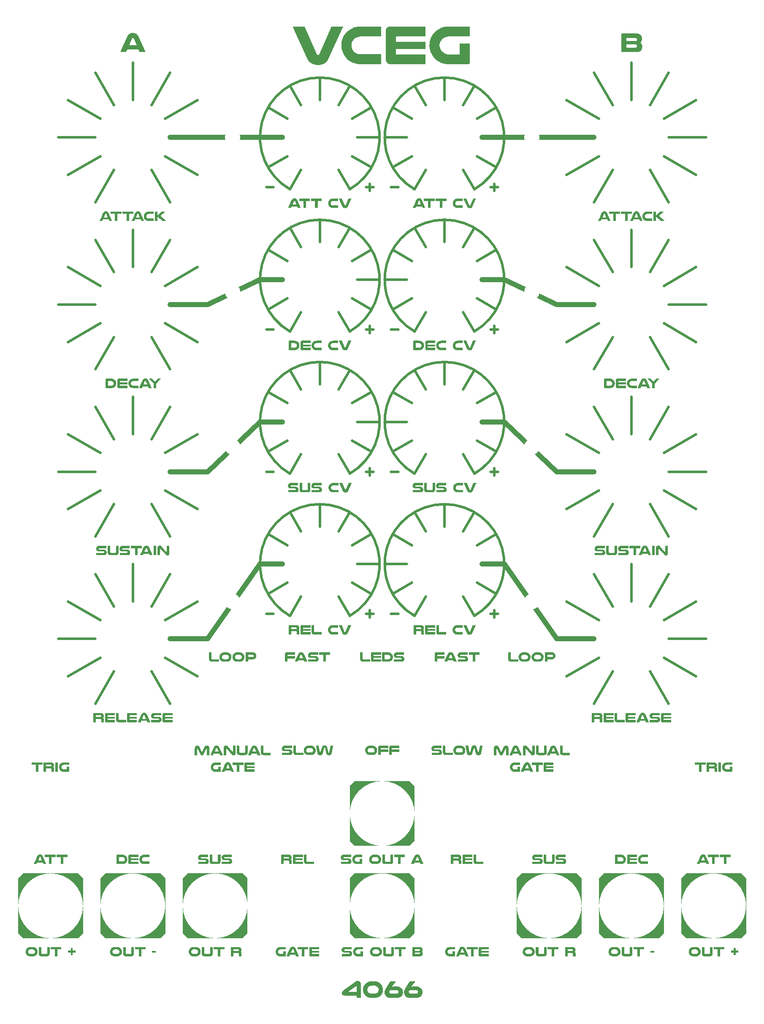
<source format=gto>
%TF.GenerationSoftware,KiCad,Pcbnew,9.0.4*%
%TF.CreationDate,2025-10-03T19:57:29+02:00*%
%TF.ProjectId,DMH_VCEG_PANEL,444d485f-5643-4454-975f-50414e454c2e,rev?*%
%TF.SameCoordinates,Original*%
%TF.FileFunction,Legend,Top*%
%TF.FilePolarity,Positive*%
%FSLAX46Y46*%
G04 Gerber Fmt 4.6, Leading zero omitted, Abs format (unit mm)*
G04 Created by KiCad (PCBNEW 9.0.4) date 2025-10-03 19:57:29*
%MOMM*%
%LPD*%
G01*
G04 APERTURE LIST*
%ADD10C,1.000000*%
%ADD11C,0.150000*%
%ADD12C,0.875000*%
%ADD13C,0.800000*%
%ADD14C,0.700000*%
%ADD15C,0.500000*%
%ADD16C,0.000000*%
%ADD17C,12.000000*%
%ADD18O,2.500000X1.500000*%
%ADD19C,4.000000*%
%ADD20C,0.500000*%
%ADD21C,3.100000*%
%ADD22C,2.900000*%
%ADD23C,13.000000*%
G04 APERTURE END LIST*
D10*
X135000001Y-121750000D02*
X142500000Y-121750000D01*
X57500000Y-54750000D02*
X80000002Y-54750000D01*
X135000000Y-88250000D02*
X124500002Y-83250000D01*
X134999998Y-155250000D02*
X142500002Y-155250000D01*
X75500000Y-111750000D02*
X80000002Y-111750000D01*
X75500000Y-83250000D02*
X80000002Y-83250000D01*
X64999999Y-155250000D02*
X75500000Y-140250000D01*
X64999999Y-121750000D02*
X57500000Y-121750000D01*
X124500001Y-111750000D02*
X119999999Y-111750000D01*
X120000000Y-54750000D02*
X142500002Y-54750000D01*
X124499997Y-140250000D02*
X120000000Y-140250000D01*
X64999999Y-88250000D02*
X57500000Y-88250000D01*
X64999999Y-88250000D02*
X75500000Y-83250000D01*
X64999999Y-121750000D02*
X75500000Y-111750000D01*
X64999999Y-155250000D02*
X57500000Y-155250000D01*
X124500002Y-83250000D02*
X120000000Y-83250000D01*
X124499997Y-140250000D02*
X135000000Y-155250000D01*
X135000001Y-121750000D02*
X124500001Y-111750000D01*
X135000001Y-88250000D02*
X142500000Y-88250000D01*
X75500000Y-140250000D02*
X80000002Y-140250000D01*
D11*
G36*
X63879030Y-178589078D02*
G01*
X63941278Y-178585116D01*
X64000937Y-178573013D01*
X64052423Y-178554387D01*
X64099513Y-178528328D01*
X64137686Y-178497909D01*
X64170539Y-178460921D01*
X64198255Y-178415177D01*
X64772226Y-177223150D01*
X64793324Y-177203737D01*
X64808618Y-177200680D01*
X64826854Y-177204588D01*
X64842167Y-177216311D01*
X64853437Y-177251238D01*
X64853437Y-178550000D01*
X65340701Y-178550000D01*
X65340701Y-177161479D01*
X65336842Y-177075422D01*
X65325459Y-176998535D01*
X65308116Y-176933886D01*
X65284600Y-176876216D01*
X65255806Y-176825936D01*
X65221551Y-176781286D01*
X65164236Y-176726727D01*
X65110659Y-176689013D01*
X65050672Y-176657309D01*
X64990008Y-176634590D01*
X64924346Y-176619152D01*
X64833897Y-176611688D01*
X64767676Y-176615530D01*
X64706656Y-176626793D01*
X64651196Y-176644813D01*
X64600214Y-176669306D01*
X64508001Y-176738573D01*
X64425309Y-176838693D01*
X64355059Y-176965230D01*
X63926657Y-177896528D01*
X63913175Y-177919745D01*
X63895823Y-177930761D01*
X63879030Y-177932920D01*
X63856194Y-177928337D01*
X63839101Y-177911885D01*
X63831524Y-177896528D01*
X63403122Y-176965230D01*
X63359287Y-176880978D01*
X63309547Y-176805899D01*
X63263979Y-176752372D01*
X63213319Y-176706442D01*
X63163808Y-176672668D01*
X63109532Y-176645844D01*
X63053719Y-176627355D01*
X62993050Y-176615842D01*
X62924284Y-176611688D01*
X62798650Y-176626303D01*
X62683442Y-176668809D01*
X62593946Y-176726727D01*
X62548495Y-176768323D01*
X62509283Y-176815885D01*
X62478923Y-176865626D01*
X62454364Y-176921587D01*
X62423815Y-177052723D01*
X62417480Y-177161479D01*
X62417480Y-178550000D01*
X62904745Y-178550000D01*
X62904745Y-177251360D01*
X62908338Y-177229895D01*
X62917861Y-177214323D01*
X62949441Y-177200802D01*
X62980954Y-177215068D01*
X62985956Y-177223272D01*
X63559926Y-178415422D01*
X63613219Y-178490894D01*
X63688418Y-178546006D01*
X63785477Y-178579874D01*
X63879030Y-178589078D01*
G37*
G36*
X66931810Y-176625580D02*
G01*
X67055130Y-176665388D01*
X67110005Y-176695070D01*
X67160508Y-176731318D01*
X67208391Y-176775907D01*
X67251765Y-176827633D01*
X67293383Y-176891067D01*
X67330059Y-176962787D01*
X68013206Y-178466102D01*
X68043981Y-178550000D01*
X67472819Y-178550000D01*
X67450600Y-178486227D01*
X67450349Y-178485642D01*
X67349598Y-178256053D01*
X66229623Y-178256053D01*
X66131681Y-178482833D01*
X66131477Y-178483378D01*
X66112020Y-178550000D01*
X65526814Y-178550000D01*
X65557589Y-178466102D01*
X65840375Y-177838764D01*
X66414393Y-177838764D01*
X67164829Y-177838764D01*
X66873569Y-177159281D01*
X66842550Y-177117376D01*
X66816263Y-177104385D01*
X66786863Y-177100296D01*
X66782459Y-177100378D01*
X66737821Y-177114063D01*
X66718735Y-177132033D01*
X66702843Y-177159281D01*
X66414393Y-177838764D01*
X65840375Y-177838764D01*
X66235240Y-176962787D01*
X66309836Y-176831841D01*
X66395573Y-176737773D01*
X66444550Y-176700810D01*
X66498023Y-176670285D01*
X66558421Y-176645400D01*
X66624065Y-176627374D01*
X66700772Y-176615603D01*
X66784054Y-176611688D01*
X66931810Y-176625580D01*
G37*
G36*
X70590823Y-176658583D02*
G01*
X70095254Y-176658583D01*
X70095254Y-177881385D01*
X70091591Y-177905490D01*
X70081575Y-177921795D01*
X70056053Y-177931699D01*
X70031186Y-177927852D01*
X70008426Y-177909351D01*
X69084455Y-176804152D01*
X69031157Y-176744903D01*
X68977114Y-176697972D01*
X68928478Y-176666457D01*
X68877153Y-176642763D01*
X68763854Y-176616323D01*
X68675715Y-176611688D01*
X68598668Y-176615687D01*
X68526934Y-176628050D01*
X68468823Y-176646278D01*
X68415948Y-176671778D01*
X68372973Y-176701497D01*
X68335126Y-176737778D01*
X68304294Y-176778554D01*
X68278775Y-176825736D01*
X68245105Y-176939745D01*
X68236078Y-177054989D01*
X68236078Y-178550000D01*
X68734455Y-178550000D01*
X68734455Y-177265282D01*
X68738087Y-177243526D01*
X68747878Y-177227092D01*
X68780737Y-177212056D01*
X68782083Y-177212037D01*
X68800787Y-177215945D01*
X68817887Y-177227669D01*
X68826901Y-177237316D01*
X69865666Y-178440701D01*
X69906659Y-178482155D01*
X69951693Y-178516419D01*
X70052559Y-178563814D01*
X70175985Y-178586861D01*
X70235206Y-178589078D01*
X70292290Y-178585120D01*
X70347396Y-178573044D01*
X70396196Y-178554140D01*
X70441475Y-178527626D01*
X70479839Y-178495753D01*
X70513667Y-178456818D01*
X70541145Y-178412745D01*
X70563199Y-178361839D01*
X70579039Y-178304740D01*
X70588399Y-178240646D01*
X70590823Y-178183513D01*
X70590823Y-176658583D01*
G37*
G36*
X72370499Y-178550000D02*
G01*
X72485195Y-178546056D01*
X72587869Y-178534083D01*
X72668768Y-178516682D01*
X72740845Y-178492716D01*
X72799011Y-178465062D01*
X72850262Y-178431734D01*
X72892693Y-178394741D01*
X72929223Y-178352440D01*
X72985194Y-178251636D01*
X73020723Y-178121795D01*
X73034106Y-177945376D01*
X73034106Y-176658583D01*
X72524494Y-176658583D01*
X72524494Y-177889445D01*
X72520577Y-177937883D01*
X72508790Y-177978305D01*
X72492153Y-178006991D01*
X72469520Y-178029866D01*
X72407962Y-178058151D01*
X72336915Y-178065666D01*
X71550087Y-178065666D01*
X71498440Y-178061758D01*
X71455813Y-178050034D01*
X71426135Y-178033681D01*
X71402764Y-178011536D01*
X71374869Y-177952498D01*
X71368126Y-177889445D01*
X71368126Y-176658583D01*
X70858513Y-176658583D01*
X70858513Y-177945376D01*
X70862480Y-178046061D01*
X70874612Y-178136921D01*
X70892250Y-178208680D01*
X70916674Y-178273176D01*
X70945142Y-178325901D01*
X70979659Y-178372775D01*
X71018685Y-178412396D01*
X71063621Y-178446808D01*
X71173413Y-178500936D01*
X71318333Y-178536238D01*
X71522121Y-178550000D01*
X72370499Y-178550000D01*
G37*
G36*
X74487707Y-176625580D02*
G01*
X74611027Y-176665388D01*
X74665902Y-176695070D01*
X74716404Y-176731318D01*
X74764288Y-176775907D01*
X74807662Y-176827633D01*
X74849280Y-176891067D01*
X74885956Y-176962787D01*
X75569103Y-178466102D01*
X75599878Y-178550000D01*
X75028716Y-178550000D01*
X75006496Y-178486227D01*
X75006245Y-178485642D01*
X74905495Y-178256053D01*
X73785520Y-178256053D01*
X73687578Y-178482833D01*
X73687374Y-178483378D01*
X73667917Y-178550000D01*
X73082711Y-178550000D01*
X73113485Y-178466102D01*
X73396271Y-177838764D01*
X73970289Y-177838764D01*
X74720725Y-177838764D01*
X74429466Y-177159281D01*
X74398446Y-177117376D01*
X74372160Y-177104385D01*
X74342760Y-177100296D01*
X74338355Y-177100378D01*
X74293717Y-177114063D01*
X74274632Y-177132033D01*
X74258740Y-177159281D01*
X73970289Y-177838764D01*
X73396271Y-177838764D01*
X73791137Y-176962787D01*
X73865733Y-176831841D01*
X73951470Y-176737773D01*
X74000447Y-176700810D01*
X74053920Y-176670285D01*
X74114317Y-176645400D01*
X74179962Y-176627374D01*
X74256669Y-176615603D01*
X74339951Y-176611688D01*
X74487707Y-176625580D01*
G37*
G36*
X77656036Y-178550000D02*
G01*
X77656036Y-178065666D01*
X76342864Y-178065666D01*
X76281859Y-178061469D01*
X76236646Y-178047719D01*
X76213589Y-178031698D01*
X76196535Y-178009693D01*
X76177925Y-177945847D01*
X76174825Y-177886636D01*
X76174825Y-176658583D01*
X75665213Y-176658583D01*
X75665213Y-177934141D01*
X75669250Y-178043390D01*
X75681883Y-178141939D01*
X75699631Y-178216207D01*
X75724402Y-178282998D01*
X75752690Y-178336102D01*
X75787211Y-178383309D01*
X75825716Y-178422387D01*
X75870304Y-178456243D01*
X75978584Y-178508236D01*
X76121401Y-178540433D01*
X76281193Y-178550000D01*
X77656036Y-178550000D01*
G37*
G36*
X67534979Y-181910000D02*
G01*
X67575276Y-181906073D01*
X67607273Y-181894219D01*
X67627842Y-181878023D01*
X67642669Y-181856068D01*
X67655390Y-181789710D01*
X67655390Y-180874898D01*
X67151395Y-180874898D01*
X67151395Y-181380969D01*
X67147381Y-181403902D01*
X67134915Y-181416470D01*
X67115003Y-181420048D01*
X66630547Y-181420048D01*
X66557529Y-181416253D01*
X66491319Y-181405317D01*
X66431293Y-181387812D01*
X66377459Y-181364461D01*
X66284008Y-181300318D01*
X66249773Y-181266297D01*
X66212998Y-181221015D01*
X66182358Y-181170905D01*
X66158549Y-181116916D01*
X66142018Y-181059528D01*
X66132170Y-180967100D01*
X66147196Y-180852380D01*
X66191697Y-180744483D01*
X66224333Y-180695570D01*
X66263025Y-180651628D01*
X66272121Y-180642868D01*
X66320329Y-180603763D01*
X66375285Y-180571226D01*
X66430058Y-180548752D01*
X66492169Y-180532381D01*
X66630547Y-180519891D01*
X67652582Y-180519891D01*
X67652582Y-180018583D01*
X66630547Y-180018583D01*
X66526668Y-180022432D01*
X66429032Y-180033747D01*
X66338327Y-180051962D01*
X66253376Y-180076811D01*
X66173709Y-180108084D01*
X66099469Y-180145355D01*
X65963938Y-180238664D01*
X65930547Y-180267833D01*
X65815009Y-180396028D01*
X65766284Y-180467572D01*
X65724094Y-180543542D01*
X65689206Y-180622582D01*
X65661497Y-180705114D01*
X65641676Y-180789045D01*
X65629508Y-180875546D01*
X65625366Y-180964291D01*
X65640546Y-181136851D01*
X65685401Y-181301229D01*
X65758565Y-181453641D01*
X65857877Y-181589638D01*
X65868998Y-181602009D01*
X65929775Y-181662846D01*
X65996294Y-181717887D01*
X66065816Y-181765027D01*
X66140860Y-181806135D01*
X66219639Y-181840170D01*
X66303885Y-181867823D01*
X66392974Y-181888653D01*
X66487631Y-181902602D01*
X66630547Y-181910000D01*
X67534979Y-181910000D01*
G37*
G36*
X69213038Y-179985580D02*
G01*
X69336358Y-180025388D01*
X69391233Y-180055070D01*
X69441736Y-180091318D01*
X69489619Y-180135907D01*
X69532993Y-180187633D01*
X69574611Y-180251067D01*
X69611287Y-180322787D01*
X70294434Y-181826102D01*
X70325209Y-181910000D01*
X69754047Y-181910000D01*
X69731828Y-181846227D01*
X69731577Y-181845642D01*
X69630826Y-181616053D01*
X68510851Y-181616053D01*
X68412909Y-181842833D01*
X68412705Y-181843378D01*
X68393248Y-181910000D01*
X67808042Y-181910000D01*
X67838817Y-181826102D01*
X68121603Y-181198764D01*
X68695621Y-181198764D01*
X69446057Y-181198764D01*
X69154797Y-180519281D01*
X69123778Y-180477376D01*
X69097491Y-180464385D01*
X69068091Y-180460296D01*
X69063687Y-180460378D01*
X69019049Y-180474063D01*
X68999963Y-180492033D01*
X68984071Y-180519281D01*
X68695621Y-181198764D01*
X68121603Y-181198764D01*
X68516468Y-180322787D01*
X68591064Y-180191841D01*
X68676801Y-180097773D01*
X68725778Y-180060810D01*
X68779251Y-180030285D01*
X68839649Y-180005400D01*
X68905293Y-179987374D01*
X68982000Y-179975603D01*
X69065282Y-179971688D01*
X69213038Y-179985580D01*
G37*
G36*
X70018806Y-180018583D02*
G01*
X70018806Y-180519891D01*
X70850453Y-180519891D01*
X70850453Y-181910000D01*
X71359944Y-181910000D01*
X71359944Y-180519891D01*
X72188782Y-180519891D01*
X72188782Y-180018583D01*
X70018806Y-180018583D01*
G37*
G36*
X72652965Y-180018583D02*
G01*
X72590208Y-180022496D01*
X72535779Y-180034258D01*
X72494608Y-180051213D01*
X72459944Y-180074346D01*
X72433410Y-180101599D01*
X72412573Y-180134297D01*
X72387766Y-180217702D01*
X72384176Y-180273450D01*
X72384176Y-181646828D01*
X72388079Y-181706739D01*
X72399767Y-181758855D01*
X72416797Y-181798903D01*
X72440012Y-181832761D01*
X72500949Y-181880051D01*
X72586552Y-181905709D01*
X72650157Y-181910000D01*
X74375000Y-181910000D01*
X74375000Y-181425666D01*
X72935799Y-181425666D01*
X72913820Y-181421758D01*
X72899361Y-181410034D01*
X72890980Y-181375840D01*
X72890980Y-181148572D01*
X74366573Y-181148572D01*
X74366573Y-180784528D01*
X72890980Y-180784528D01*
X72890980Y-180567763D01*
X72894964Y-180543440D01*
X72907219Y-180527456D01*
X72935799Y-180519891D01*
X74375000Y-180519891D01*
X74375000Y-180018583D01*
X72652965Y-180018583D01*
G37*
G36*
X110873272Y-157938583D02*
G01*
X110803843Y-157942505D01*
X110742243Y-157954325D01*
X110693798Y-157971655D01*
X110651647Y-157995428D01*
X110617938Y-158023541D01*
X110589759Y-158057389D01*
X110550095Y-158142285D01*
X110532275Y-158257647D01*
X110531699Y-158285896D01*
X110531699Y-159830000D01*
X111038503Y-159830000D01*
X111038503Y-159198387D01*
X112514096Y-159198387D01*
X112514096Y-158727976D01*
X111038503Y-158727976D01*
X111038503Y-158523789D01*
X111042445Y-158489951D01*
X111054411Y-158464801D01*
X111091533Y-158442457D01*
X111116905Y-158439891D01*
X112522522Y-158439891D01*
X112522522Y-157938583D01*
X110873272Y-157938583D01*
G37*
G36*
X113878914Y-157905580D02*
G01*
X114002234Y-157945388D01*
X114057109Y-157975070D01*
X114107612Y-158011318D01*
X114155495Y-158055907D01*
X114198869Y-158107633D01*
X114240487Y-158171067D01*
X114277163Y-158242787D01*
X114960310Y-159746102D01*
X114991085Y-159830000D01*
X114419923Y-159830000D01*
X114397704Y-159766227D01*
X114397453Y-159765642D01*
X114296702Y-159536053D01*
X113176727Y-159536053D01*
X113078785Y-159762833D01*
X113078581Y-159763378D01*
X113059124Y-159830000D01*
X112473918Y-159830000D01*
X112504693Y-159746102D01*
X112787479Y-159118764D01*
X113361496Y-159118764D01*
X114111933Y-159118764D01*
X113820673Y-158439281D01*
X113789654Y-158397376D01*
X113763367Y-158384385D01*
X113733967Y-158380296D01*
X113729562Y-158380378D01*
X113684924Y-158394063D01*
X113665839Y-158412033D01*
X113649947Y-158439281D01*
X113361496Y-159118764D01*
X112787479Y-159118764D01*
X113182344Y-158242787D01*
X113256940Y-158111841D01*
X113342677Y-158017773D01*
X113391654Y-157980810D01*
X113445127Y-157950285D01*
X113505524Y-157925400D01*
X113571169Y-157907374D01*
X113647876Y-157895603D01*
X113731158Y-157891688D01*
X113878914Y-157905580D01*
G37*
G36*
X117168388Y-157938583D02*
G01*
X115779623Y-157938583D01*
X115680578Y-157942407D01*
X115593139Y-157953546D01*
X115519405Y-157970569D01*
X115454328Y-157993379D01*
X115346906Y-158054188D01*
X115283932Y-158109431D01*
X115239740Y-158160451D01*
X115201778Y-158216229D01*
X115170758Y-158275740D01*
X115146873Y-158338821D01*
X115130903Y-158403381D01*
X115122688Y-158470299D01*
X115121633Y-158504616D01*
X115125486Y-158572586D01*
X115136825Y-158637920D01*
X115181285Y-158760632D01*
X115253486Y-158869918D01*
X115281245Y-158900533D01*
X115329954Y-158944731D01*
X115386004Y-158983348D01*
X115443532Y-159012712D01*
X115508880Y-159036636D01*
X115581248Y-159054342D01*
X115662817Y-159065988D01*
X115779623Y-159071381D01*
X116549598Y-159071381D01*
X116607109Y-159075293D01*
X116648385Y-159087041D01*
X116683932Y-159112903D01*
X116715814Y-159165446D01*
X116723133Y-159212676D01*
X116719328Y-159245618D01*
X116708325Y-159275289D01*
X116692358Y-159298527D01*
X116669732Y-159319276D01*
X116638964Y-159334224D01*
X116549598Y-159345666D01*
X115171947Y-159345666D01*
X115171947Y-159830000D01*
X116639113Y-159830000D01*
X116723652Y-159826162D01*
X116800996Y-159814927D01*
X116869947Y-159797208D01*
X116932676Y-159773219D01*
X117040929Y-159707858D01*
X117117951Y-159634117D01*
X117193739Y-159522234D01*
X117221466Y-159460487D01*
X117241770Y-159395741D01*
X117253786Y-159331242D01*
X117257903Y-159265310D01*
X117242822Y-159139721D01*
X117197660Y-159017838D01*
X117123711Y-158906404D01*
X117095603Y-158875376D01*
X117046102Y-158830374D01*
X116990071Y-158791170D01*
X116932234Y-158760803D01*
X116867877Y-158736435D01*
X116798799Y-158719031D01*
X116722711Y-158708236D01*
X116639113Y-158704528D01*
X115807589Y-158704528D01*
X115750951Y-158700450D01*
X115713751Y-158687531D01*
X115698412Y-158676441D01*
X115676834Y-158654054D01*
X115660882Y-158626072D01*
X115650785Y-158575080D01*
X115654610Y-158540683D01*
X115665754Y-158509888D01*
X115689986Y-158476406D01*
X115714080Y-158458352D01*
X115747326Y-158445961D01*
X115807589Y-158439891D01*
X117168388Y-158439891D01*
X117168388Y-157938583D01*
G37*
G36*
X117377215Y-157938583D02*
G01*
X117377215Y-158439891D01*
X118208862Y-158439891D01*
X118208862Y-159830000D01*
X118718353Y-159830000D01*
X118718353Y-158439891D01*
X119547191Y-158439891D01*
X119547191Y-157938583D01*
X117377215Y-157938583D01*
G37*
D12*
G36*
X151160307Y-33890990D02*
G01*
X151438278Y-33956262D01*
X151672599Y-34071164D01*
X151775419Y-34147351D01*
X151868214Y-34235715D01*
X151902155Y-34273650D01*
X152038691Y-34479579D01*
X152123910Y-34718073D01*
X152146098Y-34849744D01*
X152153733Y-34990669D01*
X152135199Y-35192815D01*
X152062088Y-35419992D01*
X151939738Y-35608766D01*
X151772959Y-35755150D01*
X151859960Y-35809472D01*
X151936872Y-35875812D01*
X152010835Y-35962466D01*
X152072215Y-36060595D01*
X152124146Y-36176712D01*
X152161549Y-36301643D01*
X152184997Y-36438089D01*
X152192812Y-36578981D01*
X152166459Y-36815213D01*
X152129119Y-36942854D01*
X152077074Y-37063596D01*
X152009847Y-37178926D01*
X151929763Y-37284842D01*
X151791234Y-37419260D01*
X151581739Y-37547454D01*
X151458388Y-37594829D01*
X151321618Y-37629915D01*
X151166063Y-37652331D01*
X150994557Y-37660000D01*
X148233880Y-37660000D01*
X148215970Y-37659692D01*
X148089955Y-37631838D01*
X148045742Y-37601471D01*
X148013084Y-37559938D01*
X147989637Y-37497418D01*
X147981821Y-37419420D01*
X147981821Y-36657627D01*
X148995429Y-36657627D01*
X149006165Y-36710271D01*
X149031475Y-36733817D01*
X149073831Y-36741646D01*
X150753733Y-36741646D01*
X150768024Y-36741510D01*
X150860448Y-36732827D01*
X150935618Y-36711761D01*
X151000932Y-36676118D01*
X151050489Y-36629539D01*
X151098802Y-36553021D01*
X151128890Y-36416559D01*
X151118020Y-36339115D01*
X151088831Y-36269750D01*
X151044871Y-36208953D01*
X151041630Y-36205459D01*
X150936986Y-36132160D01*
X150856965Y-36110083D01*
X150753733Y-36102463D01*
X148995429Y-36102463D01*
X148995429Y-36657627D01*
X147981821Y-36657627D01*
X147981821Y-34912756D01*
X148995429Y-34912756D01*
X148995429Y-35424689D01*
X150759351Y-35424689D01*
X150771243Y-35424580D01*
X150856542Y-35416182D01*
X150926618Y-35395244D01*
X150989957Y-35357988D01*
X151039253Y-35307941D01*
X151078904Y-35243006D01*
X151106420Y-35124270D01*
X151100862Y-35071437D01*
X151077147Y-35001725D01*
X151039253Y-34940600D01*
X151031193Y-34931332D01*
X150926461Y-34857993D01*
X150851555Y-34836729D01*
X150759351Y-34829225D01*
X149073831Y-34829225D01*
X149030456Y-34837527D01*
X149003715Y-34865350D01*
X148995429Y-34912756D01*
X147981821Y-34912756D01*
X147981821Y-34112372D01*
X147981913Y-34103501D01*
X148008593Y-33984046D01*
X148040056Y-33940604D01*
X148083592Y-33908429D01*
X148150360Y-33884982D01*
X148233880Y-33877166D01*
X150938625Y-33877166D01*
X151160307Y-33890990D01*
G37*
G36*
X50288184Y-33811161D02*
G01*
X50534824Y-33890776D01*
X50644574Y-33950140D01*
X50745579Y-34022636D01*
X50841346Y-34111815D01*
X50928095Y-34215267D01*
X51011330Y-34342135D01*
X51084682Y-34485575D01*
X52450977Y-37492205D01*
X52512526Y-37660000D01*
X51370202Y-37660000D01*
X51325763Y-37532455D01*
X51325261Y-37531284D01*
X51123761Y-37072107D01*
X48883810Y-37072107D01*
X48687927Y-37525666D01*
X48687518Y-37526756D01*
X48648604Y-37660000D01*
X47478192Y-37660000D01*
X47539741Y-37492205D01*
X48105314Y-36237529D01*
X49253349Y-36237529D01*
X50754221Y-36237529D01*
X50171702Y-34878562D01*
X50109663Y-34794753D01*
X50057090Y-34768771D01*
X49998290Y-34760593D01*
X49989481Y-34760757D01*
X49900205Y-34788126D01*
X49862035Y-34824067D01*
X49830251Y-34878562D01*
X49253349Y-36237529D01*
X48105314Y-36237529D01*
X48895045Y-34485575D01*
X49044236Y-34223683D01*
X49215710Y-34035546D01*
X49313664Y-33961620D01*
X49420610Y-33900571D01*
X49541405Y-33850801D01*
X49672695Y-33814748D01*
X49826108Y-33791206D01*
X49992672Y-33783377D01*
X50288184Y-33811161D01*
G37*
D13*
G36*
X84936079Y-38839016D02*
G01*
X85081862Y-39122984D01*
X85247325Y-39373672D01*
X85419812Y-39577694D01*
X85610371Y-39753342D01*
X85812015Y-39896302D01*
X86031374Y-40013279D01*
X86527625Y-40170779D01*
X87131333Y-40226315D01*
X87465864Y-40210627D01*
X87774005Y-40163337D01*
X88036403Y-40091171D01*
X88277898Y-39991411D01*
X88490978Y-39869327D01*
X88686219Y-39721286D01*
X89027253Y-39344695D01*
X89314864Y-38839016D01*
X92025472Y-32840411D01*
X92148570Y-32504333D01*
X89785276Y-32504333D01*
X89695883Y-32773000D01*
X87455688Y-37999309D01*
X87386454Y-38119832D01*
X87305755Y-38193425D01*
X87142080Y-38234270D01*
X87033231Y-38217896D01*
X86935488Y-38165801D01*
X86817726Y-37999309D01*
X84555060Y-32773000D01*
X84476902Y-32504333D01*
X82079903Y-32504333D01*
X82203001Y-32840411D01*
X84936079Y-38839016D01*
G37*
G36*
X99803141Y-38076489D02*
G01*
X95838591Y-38076489D01*
X95526322Y-38061173D01*
X95245286Y-38016485D01*
X95000875Y-37946842D01*
X94782766Y-37853056D01*
X94419254Y-37599887D01*
X94315492Y-37495191D01*
X94168393Y-37314063D01*
X94045835Y-37113620D01*
X93950599Y-36897664D01*
X93884474Y-36668114D01*
X93845081Y-36298401D01*
X93905184Y-35839522D01*
X94083188Y-35407933D01*
X94213732Y-35212281D01*
X94368503Y-35036515D01*
X94404885Y-35001472D01*
X94597717Y-34845054D01*
X94817543Y-34714905D01*
X95036635Y-34625009D01*
X95285079Y-34559525D01*
X95838591Y-34509567D01*
X99803141Y-34509567D01*
X99803141Y-32504333D01*
X95838591Y-32504333D01*
X95423072Y-32519731D01*
X95032531Y-32564991D01*
X94669711Y-32637849D01*
X94329905Y-32737247D01*
X94011237Y-32862337D01*
X93714277Y-33011420D01*
X93172153Y-33384657D01*
X93038591Y-33501332D01*
X92576439Y-34014118D01*
X92381551Y-34300285D01*
X92212802Y-34604164D01*
X92073259Y-34920325D01*
X91962428Y-35250473D01*
X91883136Y-35586247D01*
X91834454Y-35932325D01*
X91817865Y-36287655D01*
X91878587Y-36977622D01*
X92058024Y-37635040D01*
X92350736Y-38244697D01*
X92748047Y-38788711D01*
X92792394Y-38838039D01*
X93035502Y-39081385D01*
X93301577Y-39301548D01*
X93579666Y-39490111D01*
X93879842Y-39654543D01*
X94194959Y-39790681D01*
X94531943Y-39901294D01*
X94888297Y-39984615D01*
X95266924Y-40040409D01*
X95838591Y-40070000D01*
X99803141Y-40070000D01*
X99803141Y-38076489D01*
G37*
G36*
X101819121Y-32504333D02*
G01*
X101568092Y-32519986D01*
X101350375Y-32567033D01*
X101185690Y-32634852D01*
X101047036Y-32727385D01*
X100940900Y-32836398D01*
X100857550Y-32967190D01*
X100758324Y-33300810D01*
X100743964Y-33523803D01*
X100743964Y-39017313D01*
X100759575Y-39256956D01*
X100806326Y-39465421D01*
X100874447Y-39625614D01*
X100967308Y-39761045D01*
X101211055Y-39950206D01*
X101553468Y-40052836D01*
X101807886Y-40070000D01*
X108707258Y-40070000D01*
X108707258Y-38132665D01*
X102950454Y-38132665D01*
X102862541Y-38117034D01*
X102804705Y-38070139D01*
X102771180Y-37933363D01*
X102771180Y-37024291D01*
X108673552Y-37024291D01*
X108673552Y-35568115D01*
X102771180Y-35568115D01*
X102771180Y-34701053D01*
X102787115Y-34603761D01*
X102836135Y-34539825D01*
X102950454Y-34509567D01*
X108707258Y-34509567D01*
X108707258Y-32504333D01*
X101819121Y-32504333D01*
G37*
G36*
X117127774Y-40070000D02*
G01*
X117288963Y-40054294D01*
X117416953Y-40006879D01*
X117499229Y-39942092D01*
X117558537Y-39854274D01*
X117609421Y-39588841D01*
X117609421Y-35929595D01*
X115593441Y-35929595D01*
X115593441Y-37953879D01*
X115577385Y-38045608D01*
X115527521Y-38095880D01*
X115447872Y-38110195D01*
X113510049Y-38110195D01*
X113217975Y-38095013D01*
X112953134Y-38051269D01*
X112713032Y-37981249D01*
X112497697Y-37887846D01*
X112123891Y-37631274D01*
X111986951Y-37495191D01*
X111839852Y-37314063D01*
X111717293Y-37113620D01*
X111622058Y-36897664D01*
X111555932Y-36668114D01*
X111516539Y-36298401D01*
X111576643Y-35839522D01*
X111754647Y-35407933D01*
X111885191Y-35212281D01*
X112039961Y-35036515D01*
X112076344Y-35001472D01*
X112269176Y-34845054D01*
X112489001Y-34714905D01*
X112708094Y-34625009D01*
X112956537Y-34559525D01*
X113510049Y-34509567D01*
X117598186Y-34509567D01*
X117598186Y-32504333D01*
X113510049Y-32504333D01*
X113094531Y-32519731D01*
X112703989Y-32564991D01*
X112341169Y-32637849D01*
X112001364Y-32737247D01*
X111682696Y-32862337D01*
X111385736Y-33011420D01*
X110843611Y-33384657D01*
X110710049Y-33501332D01*
X110247898Y-34014112D01*
X110052995Y-34300289D01*
X109884235Y-34604170D01*
X109744683Y-34920328D01*
X109633849Y-35250456D01*
X109554563Y-35586182D01*
X109505893Y-35932185D01*
X109489324Y-36287166D01*
X109550046Y-36977405D01*
X109729462Y-37634916D01*
X110022122Y-38244565D01*
X110419367Y-38788553D01*
X110463853Y-38838039D01*
X110706960Y-39081385D01*
X110973036Y-39301548D01*
X111251124Y-39490111D01*
X111551301Y-39654543D01*
X111866417Y-39790681D01*
X112203402Y-39901294D01*
X112559755Y-39984615D01*
X112938383Y-40040409D01*
X113510049Y-40070000D01*
X117127774Y-40070000D01*
G37*
D11*
G36*
X80873272Y-157938583D02*
G01*
X80803843Y-157942505D01*
X80742243Y-157954325D01*
X80693798Y-157971655D01*
X80651647Y-157995428D01*
X80617938Y-158023541D01*
X80589759Y-158057389D01*
X80550095Y-158142285D01*
X80532275Y-158257647D01*
X80531699Y-158285896D01*
X80531699Y-159830000D01*
X81038503Y-159830000D01*
X81038503Y-159198387D01*
X82514096Y-159198387D01*
X82514096Y-158727976D01*
X81038503Y-158727976D01*
X81038503Y-158523789D01*
X81042445Y-158489951D01*
X81054411Y-158464801D01*
X81091533Y-158442457D01*
X81116905Y-158439891D01*
X82522522Y-158439891D01*
X82522522Y-157938583D01*
X80873272Y-157938583D01*
G37*
G36*
X83878914Y-157905580D02*
G01*
X84002234Y-157945388D01*
X84057109Y-157975070D01*
X84107612Y-158011318D01*
X84155495Y-158055907D01*
X84198869Y-158107633D01*
X84240487Y-158171067D01*
X84277163Y-158242787D01*
X84960310Y-159746102D01*
X84991085Y-159830000D01*
X84419923Y-159830000D01*
X84397704Y-159766227D01*
X84397453Y-159765642D01*
X84296702Y-159536053D01*
X83176727Y-159536053D01*
X83078785Y-159762833D01*
X83078581Y-159763378D01*
X83059124Y-159830000D01*
X82473918Y-159830000D01*
X82504693Y-159746102D01*
X82787479Y-159118764D01*
X83361496Y-159118764D01*
X84111933Y-159118764D01*
X83820673Y-158439281D01*
X83789654Y-158397376D01*
X83763367Y-158384385D01*
X83733967Y-158380296D01*
X83729562Y-158380378D01*
X83684924Y-158394063D01*
X83665839Y-158412033D01*
X83649947Y-158439281D01*
X83361496Y-159118764D01*
X82787479Y-159118764D01*
X83182344Y-158242787D01*
X83256940Y-158111841D01*
X83342677Y-158017773D01*
X83391654Y-157980810D01*
X83445127Y-157950285D01*
X83505524Y-157925400D01*
X83571169Y-157907374D01*
X83647876Y-157895603D01*
X83731158Y-157891688D01*
X83878914Y-157905580D01*
G37*
G36*
X87168388Y-157938583D02*
G01*
X85779623Y-157938583D01*
X85680578Y-157942407D01*
X85593139Y-157953546D01*
X85519405Y-157970569D01*
X85454328Y-157993379D01*
X85346906Y-158054188D01*
X85283932Y-158109431D01*
X85239740Y-158160451D01*
X85201778Y-158216229D01*
X85170758Y-158275740D01*
X85146873Y-158338821D01*
X85130903Y-158403381D01*
X85122688Y-158470299D01*
X85121633Y-158504616D01*
X85125486Y-158572586D01*
X85136825Y-158637920D01*
X85181285Y-158760632D01*
X85253486Y-158869918D01*
X85281245Y-158900533D01*
X85329954Y-158944731D01*
X85386004Y-158983348D01*
X85443532Y-159012712D01*
X85508880Y-159036636D01*
X85581248Y-159054342D01*
X85662817Y-159065988D01*
X85779623Y-159071381D01*
X86549598Y-159071381D01*
X86607109Y-159075293D01*
X86648385Y-159087041D01*
X86683932Y-159112903D01*
X86715814Y-159165446D01*
X86723133Y-159212676D01*
X86719328Y-159245618D01*
X86708325Y-159275289D01*
X86692358Y-159298527D01*
X86669732Y-159319276D01*
X86638964Y-159334224D01*
X86549598Y-159345666D01*
X85171947Y-159345666D01*
X85171947Y-159830000D01*
X86639113Y-159830000D01*
X86723652Y-159826162D01*
X86800996Y-159814927D01*
X86869947Y-159797208D01*
X86932676Y-159773219D01*
X87040929Y-159707858D01*
X87117951Y-159634117D01*
X87193739Y-159522234D01*
X87221466Y-159460487D01*
X87241770Y-159395741D01*
X87253786Y-159331242D01*
X87257903Y-159265310D01*
X87242822Y-159139721D01*
X87197660Y-159017838D01*
X87123711Y-158906404D01*
X87095603Y-158875376D01*
X87046102Y-158830374D01*
X86990071Y-158791170D01*
X86932234Y-158760803D01*
X86867877Y-158736435D01*
X86798799Y-158719031D01*
X86722711Y-158708236D01*
X86639113Y-158704528D01*
X85807589Y-158704528D01*
X85750951Y-158700450D01*
X85713751Y-158687531D01*
X85698412Y-158676441D01*
X85676834Y-158654054D01*
X85660882Y-158626072D01*
X85650785Y-158575080D01*
X85654610Y-158540683D01*
X85665754Y-158509888D01*
X85689986Y-158476406D01*
X85714080Y-158458352D01*
X85747326Y-158445961D01*
X85807589Y-158439891D01*
X87168388Y-158439891D01*
X87168388Y-157938583D01*
G37*
G36*
X87377215Y-157938583D02*
G01*
X87377215Y-158439891D01*
X88208862Y-158439891D01*
X88208862Y-159830000D01*
X88718353Y-159830000D01*
X88718353Y-158439891D01*
X89547191Y-158439891D01*
X89547191Y-157938583D01*
X87377215Y-157938583D01*
G37*
G36*
X123879030Y-178589078D02*
G01*
X123941278Y-178585116D01*
X124000937Y-178573013D01*
X124052423Y-178554387D01*
X124099513Y-178528328D01*
X124137686Y-178497909D01*
X124170539Y-178460921D01*
X124198255Y-178415177D01*
X124772226Y-177223150D01*
X124793324Y-177203737D01*
X124808618Y-177200680D01*
X124826854Y-177204588D01*
X124842167Y-177216311D01*
X124853437Y-177251238D01*
X124853437Y-178550000D01*
X125340701Y-178550000D01*
X125340701Y-177161479D01*
X125336842Y-177075422D01*
X125325459Y-176998535D01*
X125308116Y-176933886D01*
X125284600Y-176876216D01*
X125255806Y-176825936D01*
X125221551Y-176781286D01*
X125164236Y-176726727D01*
X125110659Y-176689013D01*
X125050672Y-176657309D01*
X124990008Y-176634590D01*
X124924346Y-176619152D01*
X124833897Y-176611688D01*
X124767676Y-176615530D01*
X124706656Y-176626793D01*
X124651196Y-176644813D01*
X124600214Y-176669306D01*
X124508001Y-176738573D01*
X124425309Y-176838693D01*
X124355059Y-176965230D01*
X123926657Y-177896528D01*
X123913175Y-177919745D01*
X123895823Y-177930761D01*
X123879030Y-177932920D01*
X123856194Y-177928337D01*
X123839101Y-177911885D01*
X123831524Y-177896528D01*
X123403122Y-176965230D01*
X123359287Y-176880978D01*
X123309547Y-176805899D01*
X123263979Y-176752372D01*
X123213319Y-176706442D01*
X123163808Y-176672668D01*
X123109532Y-176645844D01*
X123053719Y-176627355D01*
X122993050Y-176615842D01*
X122924284Y-176611688D01*
X122798650Y-176626303D01*
X122683442Y-176668809D01*
X122593946Y-176726727D01*
X122548495Y-176768323D01*
X122509283Y-176815885D01*
X122478923Y-176865626D01*
X122454364Y-176921587D01*
X122423815Y-177052723D01*
X122417480Y-177161479D01*
X122417480Y-178550000D01*
X122904745Y-178550000D01*
X122904745Y-177251360D01*
X122908338Y-177229895D01*
X122917861Y-177214323D01*
X122949441Y-177200802D01*
X122980954Y-177215068D01*
X122985956Y-177223272D01*
X123559926Y-178415422D01*
X123613219Y-178490894D01*
X123688418Y-178546006D01*
X123785477Y-178579874D01*
X123879030Y-178589078D01*
G37*
G36*
X126931810Y-176625580D02*
G01*
X127055130Y-176665388D01*
X127110005Y-176695070D01*
X127160508Y-176731318D01*
X127208391Y-176775907D01*
X127251765Y-176827633D01*
X127293383Y-176891067D01*
X127330059Y-176962787D01*
X128013206Y-178466102D01*
X128043981Y-178550000D01*
X127472819Y-178550000D01*
X127450600Y-178486227D01*
X127450349Y-178485642D01*
X127349598Y-178256053D01*
X126229623Y-178256053D01*
X126131681Y-178482833D01*
X126131477Y-178483378D01*
X126112020Y-178550000D01*
X125526814Y-178550000D01*
X125557589Y-178466102D01*
X125840375Y-177838764D01*
X126414393Y-177838764D01*
X127164829Y-177838764D01*
X126873569Y-177159281D01*
X126842550Y-177117376D01*
X126816263Y-177104385D01*
X126786863Y-177100296D01*
X126782459Y-177100378D01*
X126737821Y-177114063D01*
X126718735Y-177132033D01*
X126702843Y-177159281D01*
X126414393Y-177838764D01*
X125840375Y-177838764D01*
X126235240Y-176962787D01*
X126309836Y-176831841D01*
X126395573Y-176737773D01*
X126444550Y-176700810D01*
X126498023Y-176670285D01*
X126558421Y-176645400D01*
X126624065Y-176627374D01*
X126700772Y-176615603D01*
X126784054Y-176611688D01*
X126931810Y-176625580D01*
G37*
G36*
X130590823Y-176658583D02*
G01*
X130095254Y-176658583D01*
X130095254Y-177881385D01*
X130091591Y-177905490D01*
X130081575Y-177921795D01*
X130056053Y-177931699D01*
X130031186Y-177927852D01*
X130008426Y-177909351D01*
X129084455Y-176804152D01*
X129031157Y-176744903D01*
X128977114Y-176697972D01*
X128928478Y-176666457D01*
X128877153Y-176642763D01*
X128763854Y-176616323D01*
X128675715Y-176611688D01*
X128598668Y-176615687D01*
X128526934Y-176628050D01*
X128468823Y-176646278D01*
X128415948Y-176671778D01*
X128372973Y-176701497D01*
X128335126Y-176737778D01*
X128304294Y-176778554D01*
X128278775Y-176825736D01*
X128245105Y-176939745D01*
X128236078Y-177054989D01*
X128236078Y-178550000D01*
X128734455Y-178550000D01*
X128734455Y-177265282D01*
X128738087Y-177243526D01*
X128747878Y-177227092D01*
X128780737Y-177212056D01*
X128782083Y-177212037D01*
X128800787Y-177215945D01*
X128817887Y-177227669D01*
X128826901Y-177237316D01*
X129865666Y-178440701D01*
X129906659Y-178482155D01*
X129951693Y-178516419D01*
X130052559Y-178563814D01*
X130175985Y-178586861D01*
X130235206Y-178589078D01*
X130292290Y-178585120D01*
X130347396Y-178573044D01*
X130396196Y-178554140D01*
X130441475Y-178527626D01*
X130479839Y-178495753D01*
X130513667Y-178456818D01*
X130541145Y-178412745D01*
X130563199Y-178361839D01*
X130579039Y-178304740D01*
X130588399Y-178240646D01*
X130590823Y-178183513D01*
X130590823Y-176658583D01*
G37*
G36*
X132370499Y-178550000D02*
G01*
X132485195Y-178546056D01*
X132587869Y-178534083D01*
X132668768Y-178516682D01*
X132740845Y-178492716D01*
X132799011Y-178465062D01*
X132850262Y-178431734D01*
X132892693Y-178394741D01*
X132929223Y-178352440D01*
X132985194Y-178251636D01*
X133020723Y-178121795D01*
X133034106Y-177945376D01*
X133034106Y-176658583D01*
X132524494Y-176658583D01*
X132524494Y-177889445D01*
X132520577Y-177937883D01*
X132508790Y-177978305D01*
X132492153Y-178006991D01*
X132469520Y-178029866D01*
X132407962Y-178058151D01*
X132336915Y-178065666D01*
X131550087Y-178065666D01*
X131498440Y-178061758D01*
X131455813Y-178050034D01*
X131426135Y-178033681D01*
X131402764Y-178011536D01*
X131374869Y-177952498D01*
X131368126Y-177889445D01*
X131368126Y-176658583D01*
X130858513Y-176658583D01*
X130858513Y-177945376D01*
X130862480Y-178046061D01*
X130874612Y-178136921D01*
X130892250Y-178208680D01*
X130916674Y-178273176D01*
X130945142Y-178325901D01*
X130979659Y-178372775D01*
X131018685Y-178412396D01*
X131063621Y-178446808D01*
X131173413Y-178500936D01*
X131318333Y-178536238D01*
X131522121Y-178550000D01*
X132370499Y-178550000D01*
G37*
G36*
X134487707Y-176625580D02*
G01*
X134611027Y-176665388D01*
X134665902Y-176695070D01*
X134716404Y-176731318D01*
X134764288Y-176775907D01*
X134807662Y-176827633D01*
X134849280Y-176891067D01*
X134885956Y-176962787D01*
X135569103Y-178466102D01*
X135599878Y-178550000D01*
X135028716Y-178550000D01*
X135006496Y-178486227D01*
X135006245Y-178485642D01*
X134905495Y-178256053D01*
X133785520Y-178256053D01*
X133687578Y-178482833D01*
X133687374Y-178483378D01*
X133667917Y-178550000D01*
X133082711Y-178550000D01*
X133113485Y-178466102D01*
X133396271Y-177838764D01*
X133970289Y-177838764D01*
X134720725Y-177838764D01*
X134429466Y-177159281D01*
X134398446Y-177117376D01*
X134372160Y-177104385D01*
X134342760Y-177100296D01*
X134338355Y-177100378D01*
X134293717Y-177114063D01*
X134274632Y-177132033D01*
X134258740Y-177159281D01*
X133970289Y-177838764D01*
X133396271Y-177838764D01*
X133791137Y-176962787D01*
X133865733Y-176831841D01*
X133951470Y-176737773D01*
X134000447Y-176700810D01*
X134053920Y-176670285D01*
X134114317Y-176645400D01*
X134179962Y-176627374D01*
X134256669Y-176615603D01*
X134339951Y-176611688D01*
X134487707Y-176625580D01*
G37*
G36*
X137656036Y-178550000D02*
G01*
X137656036Y-178065666D01*
X136342864Y-178065666D01*
X136281859Y-178061469D01*
X136236646Y-178047719D01*
X136213589Y-178031698D01*
X136196535Y-178009693D01*
X136177925Y-177945847D01*
X136174825Y-177886636D01*
X136174825Y-176658583D01*
X135665213Y-176658583D01*
X135665213Y-177934141D01*
X135669250Y-178043390D01*
X135681883Y-178141939D01*
X135699631Y-178216207D01*
X135724402Y-178282998D01*
X135752690Y-178336102D01*
X135787211Y-178383309D01*
X135825716Y-178422387D01*
X135870304Y-178456243D01*
X135978584Y-178508236D01*
X136121401Y-178540433D01*
X136281193Y-178550000D01*
X137656036Y-178550000D01*
G37*
G36*
X127534979Y-181910000D02*
G01*
X127575276Y-181906073D01*
X127607273Y-181894219D01*
X127627842Y-181878023D01*
X127642669Y-181856068D01*
X127655390Y-181789710D01*
X127655390Y-180874898D01*
X127151395Y-180874898D01*
X127151395Y-181380969D01*
X127147381Y-181403902D01*
X127134915Y-181416470D01*
X127115003Y-181420048D01*
X126630547Y-181420048D01*
X126557529Y-181416253D01*
X126491319Y-181405317D01*
X126431293Y-181387812D01*
X126377459Y-181364461D01*
X126284008Y-181300318D01*
X126249773Y-181266297D01*
X126212998Y-181221015D01*
X126182358Y-181170905D01*
X126158549Y-181116916D01*
X126142018Y-181059528D01*
X126132170Y-180967100D01*
X126147196Y-180852380D01*
X126191697Y-180744483D01*
X126224333Y-180695570D01*
X126263025Y-180651628D01*
X126272121Y-180642868D01*
X126320329Y-180603763D01*
X126375285Y-180571226D01*
X126430058Y-180548752D01*
X126492169Y-180532381D01*
X126630547Y-180519891D01*
X127652582Y-180519891D01*
X127652582Y-180018583D01*
X126630547Y-180018583D01*
X126526668Y-180022432D01*
X126429032Y-180033747D01*
X126338327Y-180051962D01*
X126253376Y-180076811D01*
X126173709Y-180108084D01*
X126099469Y-180145355D01*
X125963938Y-180238664D01*
X125930547Y-180267833D01*
X125815009Y-180396028D01*
X125766284Y-180467572D01*
X125724094Y-180543542D01*
X125689206Y-180622582D01*
X125661497Y-180705114D01*
X125641676Y-180789045D01*
X125629508Y-180875546D01*
X125625366Y-180964291D01*
X125640546Y-181136851D01*
X125685401Y-181301229D01*
X125758565Y-181453641D01*
X125857877Y-181589638D01*
X125868998Y-181602009D01*
X125929775Y-181662846D01*
X125996294Y-181717887D01*
X126065816Y-181765027D01*
X126140860Y-181806135D01*
X126219639Y-181840170D01*
X126303885Y-181867823D01*
X126392974Y-181888653D01*
X126487631Y-181902602D01*
X126630547Y-181910000D01*
X127534979Y-181910000D01*
G37*
G36*
X129213038Y-179985580D02*
G01*
X129336358Y-180025388D01*
X129391233Y-180055070D01*
X129441736Y-180091318D01*
X129489619Y-180135907D01*
X129532993Y-180187633D01*
X129574611Y-180251067D01*
X129611287Y-180322787D01*
X130294434Y-181826102D01*
X130325209Y-181910000D01*
X129754047Y-181910000D01*
X129731828Y-181846227D01*
X129731577Y-181845642D01*
X129630826Y-181616053D01*
X128510851Y-181616053D01*
X128412909Y-181842833D01*
X128412705Y-181843378D01*
X128393248Y-181910000D01*
X127808042Y-181910000D01*
X127838817Y-181826102D01*
X128121603Y-181198764D01*
X128695621Y-181198764D01*
X129446057Y-181198764D01*
X129154797Y-180519281D01*
X129123778Y-180477376D01*
X129097491Y-180464385D01*
X129068091Y-180460296D01*
X129063687Y-180460378D01*
X129019049Y-180474063D01*
X128999963Y-180492033D01*
X128984071Y-180519281D01*
X128695621Y-181198764D01*
X128121603Y-181198764D01*
X128516468Y-180322787D01*
X128591064Y-180191841D01*
X128676801Y-180097773D01*
X128725778Y-180060810D01*
X128779251Y-180030285D01*
X128839649Y-180005400D01*
X128905293Y-179987374D01*
X128982000Y-179975603D01*
X129065282Y-179971688D01*
X129213038Y-179985580D01*
G37*
G36*
X130018806Y-180018583D02*
G01*
X130018806Y-180519891D01*
X130850453Y-180519891D01*
X130850453Y-181910000D01*
X131359944Y-181910000D01*
X131359944Y-180519891D01*
X132188782Y-180519891D01*
X132188782Y-180018583D01*
X130018806Y-180018583D01*
G37*
G36*
X132652965Y-180018583D02*
G01*
X132590208Y-180022496D01*
X132535779Y-180034258D01*
X132494608Y-180051213D01*
X132459944Y-180074346D01*
X132433410Y-180101599D01*
X132412573Y-180134297D01*
X132387766Y-180217702D01*
X132384176Y-180273450D01*
X132384176Y-181646828D01*
X132388079Y-181706739D01*
X132399767Y-181758855D01*
X132416797Y-181798903D01*
X132440012Y-181832761D01*
X132500949Y-181880051D01*
X132586552Y-181905709D01*
X132650157Y-181910000D01*
X134375000Y-181910000D01*
X134375000Y-181425666D01*
X132935799Y-181425666D01*
X132913820Y-181421758D01*
X132899361Y-181410034D01*
X132890980Y-181375840D01*
X132890980Y-181148572D01*
X134366573Y-181148572D01*
X134366573Y-180784528D01*
X132890980Y-180784528D01*
X132890980Y-180567763D01*
X132894964Y-180543440D01*
X132907219Y-180527456D01*
X132935799Y-180519891D01*
X134375000Y-180519891D01*
X134375000Y-180018583D01*
X132652965Y-180018583D01*
G37*
D14*
G36*
X95252366Y-223828064D02*
G01*
X95425231Y-223888441D01*
X95564183Y-223987196D01*
X95663320Y-224117778D01*
X95700989Y-224202448D01*
X95729623Y-224302834D01*
X95748621Y-224426199D01*
X95755242Y-224570631D01*
X95755242Y-227202501D01*
X94863634Y-227202501D01*
X94863634Y-226737462D01*
X92555753Y-226737462D01*
X92364381Y-226722776D01*
X92269572Y-226700163D01*
X92189717Y-226668128D01*
X92118649Y-226624079D01*
X92060795Y-226570980D01*
X92042480Y-226549055D01*
X91998150Y-226479508D01*
X91966270Y-226401676D01*
X91945248Y-226308392D01*
X91938337Y-226208310D01*
X91938501Y-226194495D01*
X91964341Y-226046061D01*
X91995244Y-225975504D01*
X92037951Y-225909540D01*
X93295625Y-225909540D01*
X93304272Y-225940532D01*
X93322333Y-225957118D01*
X93349481Y-225963395D01*
X94863634Y-225963395D01*
X94863634Y-224938430D01*
X94857325Y-224897322D01*
X94840939Y-224866992D01*
X94790117Y-224840336D01*
X94752664Y-224845866D01*
X94711684Y-224869829D01*
X93329819Y-225855471D01*
X93327181Y-225857104D01*
X93302989Y-225879776D01*
X93295625Y-225909540D01*
X92037951Y-225909540D01*
X92041133Y-225904625D01*
X92059786Y-225880839D01*
X92136572Y-225801888D01*
X92261684Y-225703521D01*
X94618506Y-223977365D01*
X94689614Y-223928482D01*
X94871146Y-223841011D01*
X94972810Y-223817695D01*
X95079056Y-223810456D01*
X95252366Y-223828064D01*
G37*
G36*
X98496934Y-223893568D02*
G01*
X98672621Y-223905313D01*
X98837729Y-223929624D01*
X98993600Y-223966196D01*
X99139398Y-224014298D01*
X99278823Y-224074980D01*
X99408345Y-224146500D01*
X99533865Y-224232387D01*
X99649298Y-224328709D01*
X99770956Y-224453742D01*
X99948054Y-224696849D01*
X100077779Y-224965618D01*
X100156787Y-225251559D01*
X100183365Y-225547725D01*
X100183311Y-225561527D01*
X100175075Y-225717379D01*
X100153271Y-225868689D01*
X100117795Y-226017389D01*
X100069578Y-226160071D01*
X100008472Y-226297700D01*
X99935680Y-226427799D01*
X99851538Y-226550146D01*
X99757009Y-226663518D01*
X99597839Y-226815963D01*
X99360068Y-226979464D01*
X99228860Y-227045113D01*
X99088323Y-227100070D01*
X98938110Y-227143855D01*
X98778211Y-227175872D01*
X98606386Y-227195753D01*
X98424298Y-227202501D01*
X97919509Y-227202501D01*
X97669405Y-227189555D01*
X97503755Y-227165145D01*
X97347851Y-227128692D01*
X97200420Y-227080298D01*
X97062556Y-227020738D01*
X96931229Y-226948799D01*
X96809565Y-226866303D01*
X96693157Y-226769982D01*
X96586798Y-226663518D01*
X96567396Y-226641937D01*
X96393572Y-226403931D01*
X96265511Y-226137206D01*
X96187007Y-225849585D01*
X96160855Y-225552426D01*
X97047348Y-225552426D01*
X97064583Y-225714176D01*
X97093513Y-225814604D01*
X97135178Y-225909085D01*
X97188797Y-225996778D01*
X97253153Y-226076022D01*
X97298549Y-226121826D01*
X97457586Y-226232588D01*
X97553008Y-226273619D01*
X97659938Y-226304088D01*
X97782891Y-226323639D01*
X97919509Y-226330340D01*
X98424298Y-226330340D01*
X98505010Y-226328080D01*
X98629597Y-226314520D01*
X98741782Y-226289369D01*
X98843265Y-226252921D01*
X98933431Y-226206164D01*
X99017640Y-226146018D01*
X99090653Y-226076022D01*
X99192797Y-225937830D01*
X99270272Y-225751199D01*
X99296458Y-225552426D01*
X99296311Y-225537276D01*
X99287114Y-225432109D01*
X99264250Y-225330683D01*
X99228023Y-225232955D01*
X99179569Y-225141642D01*
X99051330Y-224985020D01*
X99041535Y-224976058D01*
X98883138Y-224865872D01*
X98790886Y-224825831D01*
X98686574Y-224795924D01*
X98563766Y-224776495D01*
X98424298Y-224769811D01*
X97919509Y-224769811D01*
X97677347Y-224791668D01*
X97568653Y-224820317D01*
X97472800Y-224859647D01*
X97376627Y-224916587D01*
X97292263Y-224985020D01*
X97276345Y-225000351D01*
X97208633Y-225077249D01*
X97151520Y-225162847D01*
X97073644Y-225351667D01*
X97047348Y-225552426D01*
X96160855Y-225552426D01*
X96160441Y-225547725D01*
X96167699Y-225392268D01*
X96188997Y-225240859D01*
X96223687Y-225093958D01*
X96272176Y-224949518D01*
X96333226Y-224811198D01*
X96407054Y-224678250D01*
X96492317Y-224553052D01*
X96694509Y-224328709D01*
X96752942Y-224277663D01*
X96990122Y-224114372D01*
X97120042Y-224049148D01*
X97259459Y-223994421D01*
X97408124Y-223950934D01*
X97566858Y-223919059D01*
X97737719Y-223899258D01*
X97919509Y-223892521D01*
X98424298Y-223892521D01*
X98496934Y-223893568D01*
G37*
G36*
X102652439Y-224025210D02*
G01*
X102572244Y-224146839D01*
X102033261Y-224909365D01*
X102018514Y-224943773D01*
X102033261Y-224963221D01*
X102082495Y-224955594D01*
X102180310Y-224938252D01*
X102319307Y-224924998D01*
X102532920Y-224919196D01*
X102974023Y-224919196D01*
X103229270Y-224938841D01*
X103360938Y-224967028D01*
X103482184Y-225006686D01*
X103596510Y-225058751D01*
X103700656Y-225121477D01*
X103800673Y-225198987D01*
X103890208Y-225286782D01*
X103955818Y-225366094D01*
X104084054Y-225580791D01*
X104162733Y-225815867D01*
X104189192Y-226060848D01*
X104165985Y-226292194D01*
X104133871Y-226415232D01*
X104088987Y-226532674D01*
X104032000Y-226643627D01*
X103963726Y-226746865D01*
X103898939Y-226827237D01*
X103724264Y-226984827D01*
X103514429Y-227101879D01*
X103395248Y-227144634D01*
X103266017Y-227176139D01*
X103125300Y-227195786D01*
X102974023Y-227202501D01*
X101734277Y-227202501D01*
X101449841Y-227181826D01*
X101315431Y-227154031D01*
X101194299Y-227115489D01*
X101080459Y-227064418D01*
X100978518Y-227003175D01*
X100875267Y-226922148D01*
X100783684Y-226830213D01*
X100715897Y-226747868D01*
X100588812Y-226534609D01*
X100511105Y-226302962D01*
X100484914Y-226060848D01*
X100490653Y-225992247D01*
X101430591Y-225992247D01*
X101454621Y-226123821D01*
X101528472Y-226242290D01*
X101551159Y-226264504D01*
X101602061Y-226301290D01*
X101664381Y-226329395D01*
X101744607Y-226348307D01*
X101842202Y-226354917D01*
X102885760Y-226354917D01*
X102922043Y-226354089D01*
X103009190Y-226343852D01*
X103081297Y-226322869D01*
X103147142Y-226287810D01*
X103199490Y-226242290D01*
X103270662Y-226130635D01*
X103297370Y-225992247D01*
X103281811Y-225881684D01*
X103223853Y-225771695D01*
X103178356Y-225723109D01*
X103124826Y-225684560D01*
X103060855Y-225655540D01*
X102980618Y-225636241D01*
X102885760Y-225629577D01*
X101842202Y-225629577D01*
X101761329Y-225634320D01*
X101682582Y-225650563D01*
X101615958Y-225677489D01*
X101554220Y-225719110D01*
X101504108Y-225771695D01*
X101458044Y-225848265D01*
X101437442Y-225917605D01*
X101430591Y-225992247D01*
X100490653Y-225992247D01*
X100502167Y-225854606D01*
X100530451Y-225734631D01*
X100574397Y-225611322D01*
X100644716Y-225464979D01*
X100739659Y-225306230D01*
X101587243Y-224005148D01*
X101641312Y-223892521D01*
X102714362Y-223892521D01*
X102652439Y-224025210D01*
G37*
G36*
X106560813Y-224025210D02*
G01*
X106480618Y-224146839D01*
X105941635Y-224909365D01*
X105926888Y-224943773D01*
X105941635Y-224963221D01*
X105990869Y-224955594D01*
X106088684Y-224938252D01*
X106227681Y-224924998D01*
X106441294Y-224919196D01*
X106882397Y-224919196D01*
X107137644Y-224938841D01*
X107269312Y-224967028D01*
X107390558Y-225006686D01*
X107504884Y-225058751D01*
X107609030Y-225121477D01*
X107709047Y-225198987D01*
X107798582Y-225286782D01*
X107864192Y-225366094D01*
X107992428Y-225580791D01*
X108071107Y-225815867D01*
X108097566Y-226060848D01*
X108074359Y-226292194D01*
X108042245Y-226415232D01*
X107997361Y-226532674D01*
X107940374Y-226643627D01*
X107872100Y-226746865D01*
X107807313Y-226827237D01*
X107632638Y-226984827D01*
X107422803Y-227101879D01*
X107303622Y-227144634D01*
X107174391Y-227176139D01*
X107033674Y-227195786D01*
X106882397Y-227202501D01*
X105642651Y-227202501D01*
X105358215Y-227181826D01*
X105223805Y-227154031D01*
X105102673Y-227115489D01*
X104988833Y-227064418D01*
X104886892Y-227003175D01*
X104783641Y-226922148D01*
X104692058Y-226830213D01*
X104624271Y-226747868D01*
X104497186Y-226534609D01*
X104419479Y-226302962D01*
X104393288Y-226060848D01*
X104399027Y-225992247D01*
X105338965Y-225992247D01*
X105362995Y-226123821D01*
X105436846Y-226242290D01*
X105459533Y-226264504D01*
X105510435Y-226301290D01*
X105572755Y-226329395D01*
X105652981Y-226348307D01*
X105750576Y-226354917D01*
X106794134Y-226354917D01*
X106830417Y-226354089D01*
X106917564Y-226343852D01*
X106989671Y-226322869D01*
X107055516Y-226287810D01*
X107107864Y-226242290D01*
X107179036Y-226130635D01*
X107205744Y-225992247D01*
X107190186Y-225881684D01*
X107132227Y-225771695D01*
X107086730Y-225723109D01*
X107033200Y-225684560D01*
X106969229Y-225655540D01*
X106888992Y-225636241D01*
X106794134Y-225629577D01*
X105750576Y-225629577D01*
X105669703Y-225634320D01*
X105590956Y-225650563D01*
X105524332Y-225677489D01*
X105462594Y-225719110D01*
X105412483Y-225771695D01*
X105366418Y-225848265D01*
X105345816Y-225917605D01*
X105338965Y-225992247D01*
X104399027Y-225992247D01*
X104410541Y-225854606D01*
X104438825Y-225734631D01*
X104482771Y-225611322D01*
X104553090Y-225464979D01*
X104648033Y-225306230D01*
X105495617Y-224005148D01*
X105549686Y-223892521D01*
X106622736Y-223892521D01*
X106560813Y-224025210D01*
G37*
D11*
G36*
X98026136Y-176639181D02*
G01*
X98126529Y-176645892D01*
X98220876Y-176659784D01*
X98309945Y-176680683D01*
X98393258Y-176708169D01*
X98472930Y-176742845D01*
X98546943Y-176783713D01*
X98618668Y-176832792D01*
X98684630Y-176887833D01*
X98754148Y-176959281D01*
X98855347Y-177098198D01*
X98929476Y-177251781D01*
X98974624Y-177415176D01*
X98989811Y-177584413D01*
X98989780Y-177592301D01*
X98985074Y-177681359D01*
X98972614Y-177767822D01*
X98952342Y-177852793D01*
X98924790Y-177934326D01*
X98889872Y-178012971D01*
X98848277Y-178087313D01*
X98800196Y-178157226D01*
X98746179Y-178222009D01*
X98655239Y-178309144D01*
X98519409Y-178402550D01*
X98444430Y-178440063D01*
X98364115Y-178471466D01*
X98278265Y-178496487D01*
X98186879Y-178514783D01*
X98088684Y-178526144D01*
X97984630Y-178530000D01*
X97587002Y-178530000D01*
X97444086Y-178522602D01*
X97349429Y-178508653D01*
X97260340Y-178487823D01*
X97176094Y-178460170D01*
X97097315Y-178426135D01*
X97022271Y-178385027D01*
X96952749Y-178337887D01*
X96886230Y-178282846D01*
X96825453Y-178222009D01*
X96814366Y-178209677D01*
X96715039Y-178073674D01*
X96641861Y-177921260D01*
X96597001Y-177756905D01*
X96582057Y-177587100D01*
X97088625Y-177587100D01*
X97098473Y-177679528D01*
X97115004Y-177736916D01*
X97138813Y-177790905D01*
X97169453Y-177841015D01*
X97206228Y-177886297D01*
X97232168Y-177912471D01*
X97323046Y-177975764D01*
X97377573Y-177999210D01*
X97438676Y-178016621D01*
X97508935Y-178027793D01*
X97587002Y-178031622D01*
X97984630Y-178031622D01*
X98030751Y-178030330D01*
X98101944Y-178022582D01*
X98166049Y-178008210D01*
X98224039Y-177987383D01*
X98275563Y-177960665D01*
X98323682Y-177926295D01*
X98365404Y-177886297D01*
X98423772Y-177807330D01*
X98468044Y-177700684D01*
X98483007Y-177587100D01*
X98482928Y-177578682D01*
X98477701Y-177518558D01*
X98464661Y-177460570D01*
X98443976Y-177404675D01*
X98416302Y-177352450D01*
X98343056Y-177262868D01*
X98337458Y-177257747D01*
X98246924Y-177194790D01*
X98194175Y-177171905D01*
X98134533Y-177154813D01*
X98064335Y-177143710D01*
X97984630Y-177139891D01*
X97587002Y-177139891D01*
X97448624Y-177152381D01*
X97386513Y-177168752D01*
X97331740Y-177191226D01*
X97276784Y-177223763D01*
X97228576Y-177262868D01*
X97219480Y-177271628D01*
X97180788Y-177315570D01*
X97148152Y-177364483D01*
X97103651Y-177472380D01*
X97088625Y-177587100D01*
X96582057Y-177587100D01*
X96581821Y-177584413D01*
X96585968Y-177495581D01*
X96598139Y-177409061D01*
X96617961Y-177325118D01*
X96645669Y-177242581D01*
X96680555Y-177163541D01*
X96722742Y-177087571D01*
X96771464Y-177016029D01*
X96887002Y-176887833D01*
X96920393Y-176858664D01*
X97055924Y-176765355D01*
X97130164Y-176728084D01*
X97209831Y-176696811D01*
X97294782Y-176671962D01*
X97385487Y-176653747D01*
X97483123Y-176642432D01*
X97587002Y-176638583D01*
X97984630Y-176638583D01*
X98026136Y-176639181D01*
G37*
G36*
X99571109Y-176638583D02*
G01*
X99501680Y-176642505D01*
X99440079Y-176654325D01*
X99391634Y-176671655D01*
X99349483Y-176695428D01*
X99315775Y-176723541D01*
X99287595Y-176757389D01*
X99247932Y-176842285D01*
X99230112Y-176957647D01*
X99229535Y-176985896D01*
X99229535Y-178530000D01*
X99736339Y-178530000D01*
X99736339Y-177898387D01*
X101211933Y-177898387D01*
X101211933Y-177427976D01*
X99736339Y-177427976D01*
X99736339Y-177223789D01*
X99740282Y-177189951D01*
X99752247Y-177164801D01*
X99789369Y-177142457D01*
X99814741Y-177139891D01*
X101220359Y-177139891D01*
X101220359Y-176638583D01*
X99571109Y-176638583D01*
G37*
G36*
X101782972Y-176638583D02*
G01*
X101713543Y-176642505D01*
X101651943Y-176654325D01*
X101603498Y-176671655D01*
X101561347Y-176695428D01*
X101527638Y-176723541D01*
X101499458Y-176757389D01*
X101459795Y-176842285D01*
X101441975Y-176957647D01*
X101441399Y-176985896D01*
X101441399Y-178530000D01*
X101948203Y-178530000D01*
X101948203Y-177898387D01*
X103423796Y-177898387D01*
X103423796Y-177427976D01*
X101948203Y-177427976D01*
X101948203Y-177223789D01*
X101952145Y-177189951D01*
X101964110Y-177164801D01*
X102001232Y-177142457D01*
X102026605Y-177139891D01*
X103432222Y-177139891D01*
X103432222Y-176638583D01*
X101782972Y-176638583D01*
G37*
G36*
X145707376Y-103089190D02*
G01*
X145807759Y-103095925D01*
X145902102Y-103109840D01*
X145991159Y-103130757D01*
X146074460Y-103158261D01*
X146154090Y-103192940D01*
X146228058Y-103233805D01*
X146299687Y-103282844D01*
X146365544Y-103337833D01*
X146435063Y-103409281D01*
X146536262Y-103548198D01*
X146610391Y-103701781D01*
X146655538Y-103865176D01*
X146670726Y-104034413D01*
X146670694Y-104042385D01*
X146665983Y-104131474D01*
X146653521Y-104217964D01*
X146633255Y-104302932D01*
X146605712Y-104384461D01*
X146570817Y-104463077D01*
X146529245Y-104537391D01*
X146481199Y-104607262D01*
X146427216Y-104672009D01*
X146336232Y-104759145D01*
X146200366Y-104852561D01*
X146125388Y-104890070D01*
X146045077Y-104921471D01*
X145959229Y-104946489D01*
X145867843Y-104964783D01*
X145769629Y-104976144D01*
X145665544Y-104980000D01*
X144643632Y-104980000D01*
X144636072Y-104979883D01*
X144574099Y-104966125D01*
X144552171Y-104950885D01*
X144535921Y-104929969D01*
X144524304Y-104898709D01*
X144520412Y-104859710D01*
X144520412Y-103628970D01*
X145027216Y-103628970D01*
X145027216Y-104442543D01*
X145030650Y-104464148D01*
X145042557Y-104477484D01*
X145063608Y-104481622D01*
X145665544Y-104481622D01*
X145711742Y-104480328D01*
X145782959Y-104472577D01*
X145847078Y-104458204D01*
X145905073Y-104437379D01*
X145956596Y-104410665D01*
X146004719Y-104376295D01*
X146046441Y-104336297D01*
X146104676Y-104257512D01*
X146148951Y-104150833D01*
X146163922Y-104037100D01*
X146163836Y-104028344D01*
X146158574Y-103968228D01*
X146145510Y-103910251D01*
X146124830Y-103854435D01*
X146097168Y-103802283D01*
X146023971Y-103712868D01*
X146018347Y-103707723D01*
X145927842Y-103644776D01*
X145875121Y-103621900D01*
X145815502Y-103604813D01*
X145745292Y-103593710D01*
X145665544Y-103589891D01*
X145063608Y-103589891D01*
X145043696Y-103593470D01*
X145031230Y-103606038D01*
X145027216Y-103628970D01*
X144520412Y-103628970D01*
X144520412Y-103206186D01*
X144533539Y-103142338D01*
X144549099Y-103120423D01*
X144570577Y-103104214D01*
X144603145Y-103092491D01*
X144643632Y-103088583D01*
X145665544Y-103088583D01*
X145707376Y-103089190D01*
G37*
G36*
X147179972Y-103088583D02*
G01*
X147117215Y-103092496D01*
X147062786Y-103104258D01*
X147021614Y-103121213D01*
X146986951Y-103144346D01*
X146960417Y-103171599D01*
X146939579Y-103204297D01*
X146914773Y-103287702D01*
X146911183Y-103343450D01*
X146911183Y-104716828D01*
X146915086Y-104776739D01*
X146926773Y-104828855D01*
X146943803Y-104868903D01*
X146967019Y-104902761D01*
X147027955Y-104950051D01*
X147113559Y-104975709D01*
X147177163Y-104980000D01*
X148902006Y-104980000D01*
X148902006Y-104495666D01*
X147462805Y-104495666D01*
X147440827Y-104491758D01*
X147426368Y-104480034D01*
X147417987Y-104445840D01*
X147417987Y-104218572D01*
X148893580Y-104218572D01*
X148893580Y-103854528D01*
X147417987Y-103854528D01*
X147417987Y-103637763D01*
X147421970Y-103613440D01*
X147434225Y-103597456D01*
X147462805Y-103589891D01*
X148902006Y-103589891D01*
X148902006Y-103088583D01*
X147179972Y-103088583D01*
G37*
G36*
X151093842Y-104481622D02*
G01*
X150102704Y-104481622D01*
X150024637Y-104477793D01*
X149954378Y-104466621D01*
X149893275Y-104449210D01*
X149838748Y-104425764D01*
X149747870Y-104362471D01*
X149721929Y-104336297D01*
X149685155Y-104291015D01*
X149654515Y-104240905D01*
X149630706Y-104186916D01*
X149614175Y-104129528D01*
X149604327Y-104037100D01*
X149619352Y-103922380D01*
X149663853Y-103814483D01*
X149696489Y-103765570D01*
X149735182Y-103721628D01*
X149744278Y-103712868D01*
X149792486Y-103673763D01*
X149847442Y-103641226D01*
X149902215Y-103618752D01*
X149964326Y-103602381D01*
X150102704Y-103589891D01*
X151093842Y-103589891D01*
X151093842Y-103088583D01*
X150102704Y-103088583D01*
X149998824Y-103092432D01*
X149901189Y-103103747D01*
X149810484Y-103121962D01*
X149725533Y-103146811D01*
X149645866Y-103178084D01*
X149571626Y-103215355D01*
X149436095Y-103308664D01*
X149402704Y-103337833D01*
X149287166Y-103466029D01*
X149238444Y-103537571D01*
X149196257Y-103613541D01*
X149161371Y-103692581D01*
X149133663Y-103775118D01*
X149113840Y-103859061D01*
X149101670Y-103945581D01*
X149097523Y-104034413D01*
X149112703Y-104206905D01*
X149157562Y-104371260D01*
X149230740Y-104523674D01*
X149330068Y-104659677D01*
X149341155Y-104672009D01*
X149401932Y-104732846D01*
X149468451Y-104787887D01*
X149537973Y-104835027D01*
X149613017Y-104876135D01*
X149691796Y-104910170D01*
X149776042Y-104937823D01*
X149865131Y-104958653D01*
X149959787Y-104972602D01*
X150102704Y-104980000D01*
X151093842Y-104980000D01*
X151093842Y-104481622D01*
G37*
G36*
X152650024Y-103055580D02*
G01*
X152773344Y-103095388D01*
X152828219Y-103125070D01*
X152878721Y-103161318D01*
X152926605Y-103205907D01*
X152969979Y-103257633D01*
X153011597Y-103321067D01*
X153048273Y-103392787D01*
X153731420Y-104896102D01*
X153762195Y-104980000D01*
X153191033Y-104980000D01*
X153168814Y-104916227D01*
X153168562Y-104915642D01*
X153067812Y-104686053D01*
X151947837Y-104686053D01*
X151849895Y-104912833D01*
X151849691Y-104913378D01*
X151830234Y-104980000D01*
X151245028Y-104980000D01*
X151275802Y-104896102D01*
X151558588Y-104268764D01*
X152132606Y-104268764D01*
X152883042Y-104268764D01*
X152591783Y-103589281D01*
X152560763Y-103547376D01*
X152534477Y-103534385D01*
X152505077Y-103530296D01*
X152500672Y-103530378D01*
X152456034Y-103544063D01*
X152436949Y-103562033D01*
X152421057Y-103589281D01*
X152132606Y-104268764D01*
X151558588Y-104268764D01*
X151953454Y-103392787D01*
X152028050Y-103261841D01*
X152113787Y-103167773D01*
X152162764Y-103130810D01*
X152216237Y-103100285D01*
X152276634Y-103075400D01*
X152342279Y-103057374D01*
X152418986Y-103045603D01*
X152502268Y-103041688D01*
X152650024Y-103055580D01*
G37*
G36*
X154153838Y-104098649D02*
G01*
X154153838Y-104980000D01*
X154666137Y-104980000D01*
X154666137Y-104132233D01*
X155553838Y-103153063D01*
X155604152Y-103088583D01*
X154990980Y-103088583D01*
X154949440Y-103146808D01*
X154943353Y-103153063D01*
X154470133Y-103670614D01*
X154452684Y-103684596D01*
X154430932Y-103690153D01*
X154398847Y-103677192D01*
X154391853Y-103670614D01*
X153915823Y-103153063D01*
X153875131Y-103097724D01*
X153871005Y-103088583D01*
X153246598Y-103088583D01*
X153294225Y-103153063D01*
X154153838Y-104098649D01*
G37*
G36*
X82560910Y-66955580D02*
G01*
X82684230Y-66995388D01*
X82739105Y-67025070D01*
X82789608Y-67061318D01*
X82837491Y-67105907D01*
X82880866Y-67157633D01*
X82922483Y-67221067D01*
X82959159Y-67292787D01*
X83642307Y-68796102D01*
X83673081Y-68880000D01*
X83101919Y-68880000D01*
X83079700Y-68816227D01*
X83079449Y-68815642D01*
X82978699Y-68586053D01*
X81858723Y-68586053D01*
X81760782Y-68812833D01*
X81760577Y-68813378D01*
X81741120Y-68880000D01*
X81155914Y-68880000D01*
X81186689Y-68796102D01*
X81469475Y-68168764D01*
X82043493Y-68168764D01*
X82793929Y-68168764D01*
X82502669Y-67489281D01*
X82471650Y-67447376D01*
X82445363Y-67434385D01*
X82415963Y-67430296D01*
X82411559Y-67430378D01*
X82366921Y-67444063D01*
X82347836Y-67462033D01*
X82331944Y-67489281D01*
X82043493Y-68168764D01*
X81469475Y-68168764D01*
X81864341Y-67292787D01*
X81938936Y-67161841D01*
X82024673Y-67067773D01*
X82073650Y-67030810D01*
X82127123Y-67000285D01*
X82187521Y-66975400D01*
X82253166Y-66957374D01*
X82329872Y-66945603D01*
X82413154Y-66941688D01*
X82560910Y-66955580D01*
G37*
G36*
X83366678Y-66988583D02*
G01*
X83366678Y-67489891D01*
X84198325Y-67489891D01*
X84198325Y-68880000D01*
X84707816Y-68880000D01*
X84707816Y-67489891D01*
X85536654Y-67489891D01*
X85536654Y-66988583D01*
X83366678Y-66988583D01*
G37*
G36*
X85721179Y-66988583D02*
G01*
X85721179Y-67489891D01*
X86552826Y-67489891D01*
X86552826Y-68880000D01*
X87062317Y-68880000D01*
X87062317Y-67489891D01*
X87891155Y-67489891D01*
X87891155Y-66988583D01*
X85721179Y-66988583D01*
G37*
G36*
X91171092Y-68381622D02*
G01*
X90179955Y-68381622D01*
X90101888Y-68377793D01*
X90031629Y-68366621D01*
X89970526Y-68349210D01*
X89915999Y-68325764D01*
X89825121Y-68262471D01*
X89799180Y-68236297D01*
X89762405Y-68191015D01*
X89731766Y-68140905D01*
X89707957Y-68086916D01*
X89691426Y-68029528D01*
X89681577Y-67937100D01*
X89696603Y-67822380D01*
X89741104Y-67714483D01*
X89773740Y-67665570D01*
X89812433Y-67621628D01*
X89821528Y-67612868D01*
X89869736Y-67573763D01*
X89924693Y-67541226D01*
X89979466Y-67518752D01*
X90041577Y-67502381D01*
X90179955Y-67489891D01*
X91171092Y-67489891D01*
X91171092Y-66988583D01*
X90179955Y-66988583D01*
X90076075Y-66992432D01*
X89978440Y-67003747D01*
X89887735Y-67021962D01*
X89802783Y-67046811D01*
X89723116Y-67078084D01*
X89648876Y-67115355D01*
X89513345Y-67208664D01*
X89479955Y-67237833D01*
X89364417Y-67366029D01*
X89315695Y-67437571D01*
X89273507Y-67513541D01*
X89238622Y-67592581D01*
X89210914Y-67675118D01*
X89191091Y-67759061D01*
X89178921Y-67845581D01*
X89174773Y-67934413D01*
X89189954Y-68106905D01*
X89234813Y-68271260D01*
X89307991Y-68423674D01*
X89407319Y-68559677D01*
X89418406Y-68572009D01*
X89479183Y-68632846D01*
X89545701Y-68687887D01*
X89615223Y-68735027D01*
X89690268Y-68776135D01*
X89769047Y-68810170D01*
X89853293Y-68837823D01*
X89942381Y-68858653D01*
X90037038Y-68872602D01*
X90179955Y-68880000D01*
X91171092Y-68880000D01*
X91171092Y-68381622D01*
G37*
G36*
X92036323Y-68572254D02*
G01*
X92072768Y-68643246D01*
X92114134Y-68705918D01*
X92157256Y-68756923D01*
X92204896Y-68800835D01*
X92255307Y-68836575D01*
X92310146Y-68865819D01*
X92434209Y-68905194D01*
X92585136Y-68919078D01*
X92668769Y-68915156D01*
X92745804Y-68903334D01*
X92811404Y-68885292D01*
X92871777Y-68860352D01*
X92925047Y-68829831D01*
X92973858Y-68792821D01*
X93059116Y-68698673D01*
X93131019Y-68572254D01*
X93808671Y-67072602D01*
X93839445Y-66988583D01*
X93248622Y-66988583D01*
X93226274Y-67055750D01*
X92666225Y-68362327D01*
X92648917Y-68392458D01*
X92628742Y-68410856D01*
X92587823Y-68421067D01*
X92560611Y-68416974D01*
X92536175Y-68403950D01*
X92506734Y-68362327D01*
X91941068Y-67055750D01*
X91921528Y-66988583D01*
X91322279Y-66988583D01*
X91353053Y-67072602D01*
X92036323Y-68572254D01*
G37*
G36*
X114534979Y-218880000D02*
G01*
X114575276Y-218876073D01*
X114607273Y-218864219D01*
X114627842Y-218848023D01*
X114642669Y-218826068D01*
X114655390Y-218759710D01*
X114655390Y-217844898D01*
X114151395Y-217844898D01*
X114151395Y-218350969D01*
X114147381Y-218373902D01*
X114134915Y-218386470D01*
X114115003Y-218390048D01*
X113630547Y-218390048D01*
X113557529Y-218386253D01*
X113491319Y-218375317D01*
X113431293Y-218357812D01*
X113377459Y-218334461D01*
X113284008Y-218270318D01*
X113249773Y-218236297D01*
X113212998Y-218191015D01*
X113182358Y-218140905D01*
X113158549Y-218086916D01*
X113142018Y-218029528D01*
X113132170Y-217937100D01*
X113147196Y-217822380D01*
X113191697Y-217714483D01*
X113224333Y-217665570D01*
X113263025Y-217621628D01*
X113272121Y-217612868D01*
X113320329Y-217573763D01*
X113375285Y-217541226D01*
X113430058Y-217518752D01*
X113492169Y-217502381D01*
X113630547Y-217489891D01*
X114652582Y-217489891D01*
X114652582Y-216988583D01*
X113630547Y-216988583D01*
X113526668Y-216992432D01*
X113429032Y-217003747D01*
X113338327Y-217021962D01*
X113253376Y-217046811D01*
X113173709Y-217078084D01*
X113099469Y-217115355D01*
X112963938Y-217208664D01*
X112930547Y-217237833D01*
X112815009Y-217366028D01*
X112766284Y-217437572D01*
X112724094Y-217513542D01*
X112689206Y-217592582D01*
X112661497Y-217675114D01*
X112641676Y-217759045D01*
X112629508Y-217845546D01*
X112625366Y-217934291D01*
X112640546Y-218106851D01*
X112685401Y-218271229D01*
X112758565Y-218423641D01*
X112857877Y-218559638D01*
X112868998Y-218572009D01*
X112929775Y-218632846D01*
X112996294Y-218687887D01*
X113065816Y-218735027D01*
X113140860Y-218776135D01*
X113219639Y-218810170D01*
X113303885Y-218837823D01*
X113392974Y-218858653D01*
X113487631Y-218872602D01*
X113630547Y-218880000D01*
X114534979Y-218880000D01*
G37*
G36*
X116213038Y-216955580D02*
G01*
X116336358Y-216995388D01*
X116391233Y-217025070D01*
X116441736Y-217061318D01*
X116489619Y-217105907D01*
X116532993Y-217157633D01*
X116574611Y-217221067D01*
X116611287Y-217292787D01*
X117294434Y-218796102D01*
X117325209Y-218880000D01*
X116754047Y-218880000D01*
X116731828Y-218816227D01*
X116731577Y-218815642D01*
X116630826Y-218586053D01*
X115510851Y-218586053D01*
X115412909Y-218812833D01*
X115412705Y-218813378D01*
X115393248Y-218880000D01*
X114808042Y-218880000D01*
X114838817Y-218796102D01*
X115121603Y-218168764D01*
X115695621Y-218168764D01*
X116446057Y-218168764D01*
X116154797Y-217489281D01*
X116123778Y-217447376D01*
X116097491Y-217434385D01*
X116068091Y-217430296D01*
X116063687Y-217430378D01*
X116019049Y-217444063D01*
X115999963Y-217462033D01*
X115984071Y-217489281D01*
X115695621Y-218168764D01*
X115121603Y-218168764D01*
X115516468Y-217292787D01*
X115591064Y-217161841D01*
X115676801Y-217067773D01*
X115725778Y-217030810D01*
X115779251Y-217000285D01*
X115839649Y-216975400D01*
X115905293Y-216957374D01*
X115982000Y-216945603D01*
X116065282Y-216941688D01*
X116213038Y-216955580D01*
G37*
G36*
X117018806Y-216988583D02*
G01*
X117018806Y-217489891D01*
X117850453Y-217489891D01*
X117850453Y-218880000D01*
X118359944Y-218880000D01*
X118359944Y-217489891D01*
X119188782Y-217489891D01*
X119188782Y-216988583D01*
X117018806Y-216988583D01*
G37*
G36*
X119652965Y-216988583D02*
G01*
X119590208Y-216992496D01*
X119535779Y-217004258D01*
X119494608Y-217021213D01*
X119459944Y-217044346D01*
X119433410Y-217071599D01*
X119412573Y-217104297D01*
X119387766Y-217187702D01*
X119384176Y-217243450D01*
X119384176Y-218616828D01*
X119388079Y-218676739D01*
X119399767Y-218728855D01*
X119416797Y-218768903D01*
X119440012Y-218802761D01*
X119500949Y-218850051D01*
X119586552Y-218875709D01*
X119650157Y-218880000D01*
X121375000Y-218880000D01*
X121375000Y-218395666D01*
X119935799Y-218395666D01*
X119913820Y-218391758D01*
X119899361Y-218380034D01*
X119890980Y-218345840D01*
X119890980Y-218118572D01*
X121366573Y-218118572D01*
X121366573Y-217754528D01*
X119890980Y-217754528D01*
X119890980Y-217537763D01*
X119894964Y-217513440D01*
X119907219Y-217497456D01*
X119935799Y-217489891D01*
X121375000Y-217489891D01*
X121375000Y-216988583D01*
X119652965Y-216988583D01*
G37*
G36*
X82868240Y-152494413D02*
G01*
X82945529Y-152506744D01*
X83015268Y-152525427D01*
X83079629Y-152550792D01*
X83137176Y-152581948D01*
X83192914Y-152622030D01*
X83241993Y-152667857D01*
X83260769Y-152688754D01*
X83333734Y-152797270D01*
X83378335Y-152916328D01*
X83393301Y-153040205D01*
X83384851Y-153147550D01*
X83352580Y-153259572D01*
X83296544Y-153353543D01*
X83258986Y-153394589D01*
X83214027Y-153432093D01*
X83279298Y-153479345D01*
X83340252Y-153553041D01*
X83363199Y-153600793D01*
X83379954Y-153656108D01*
X83392030Y-153732926D01*
X83395988Y-153823859D01*
X83395988Y-154201214D01*
X83404414Y-154380000D01*
X82891993Y-154380000D01*
X82883689Y-154254337D01*
X82883689Y-153876981D01*
X82877821Y-153819137D01*
X82851257Y-153763277D01*
X82827023Y-153741612D01*
X82795410Y-153725720D01*
X82742858Y-153713207D01*
X82676448Y-153709187D01*
X81794488Y-153709187D01*
X81794488Y-154380000D01*
X81287684Y-154380000D01*
X81287684Y-153003813D01*
X81794488Y-153003813D01*
X81794488Y-153277976D01*
X82690492Y-153277976D01*
X82766040Y-153265336D01*
X82803604Y-153244640D01*
X82833252Y-153216427D01*
X82855310Y-153181225D01*
X82869645Y-153118485D01*
X82860788Y-153065718D01*
X82827635Y-153012240D01*
X82774717Y-152976269D01*
X82736351Y-152965566D01*
X82690492Y-152961803D01*
X81836497Y-152961803D01*
X81810175Y-152968923D01*
X81798402Y-152983303D01*
X81794488Y-153003813D01*
X81287684Y-153003813D01*
X81287684Y-152606186D01*
X81287729Y-152601750D01*
X81301069Y-152542023D01*
X81316801Y-152520302D01*
X81338569Y-152504214D01*
X81371953Y-152492491D01*
X81413713Y-152488583D01*
X82757659Y-152488583D01*
X82868240Y-152494413D01*
G37*
G36*
X83910119Y-152488583D02*
G01*
X83847362Y-152492496D01*
X83792933Y-152504258D01*
X83751761Y-152521213D01*
X83717098Y-152544346D01*
X83690564Y-152571599D01*
X83669726Y-152604297D01*
X83644920Y-152687702D01*
X83641330Y-152743450D01*
X83641330Y-154116828D01*
X83645233Y-154176739D01*
X83656920Y-154228855D01*
X83673951Y-154268903D01*
X83697166Y-154302761D01*
X83758102Y-154350051D01*
X83843706Y-154375709D01*
X83907310Y-154380000D01*
X85632153Y-154380000D01*
X85632153Y-153895666D01*
X84192952Y-153895666D01*
X84170974Y-153891758D01*
X84156515Y-153880034D01*
X84148134Y-153845840D01*
X84148134Y-153618572D01*
X85623727Y-153618572D01*
X85623727Y-153254528D01*
X84148134Y-153254528D01*
X84148134Y-153037763D01*
X84152118Y-153013440D01*
X84164372Y-152997456D01*
X84192952Y-152989891D01*
X85632153Y-152989891D01*
X85632153Y-152488583D01*
X83910119Y-152488583D01*
G37*
G36*
X87849268Y-154380000D02*
G01*
X87849268Y-153895666D01*
X86536096Y-153895666D01*
X86475090Y-153891469D01*
X86429878Y-153877719D01*
X86406821Y-153861698D01*
X86389766Y-153839693D01*
X86371157Y-153775847D01*
X86368057Y-153716636D01*
X86368057Y-152488583D01*
X85858444Y-152488583D01*
X85858444Y-153764141D01*
X85862482Y-153873390D01*
X85875115Y-153971939D01*
X85892862Y-154046207D01*
X85917634Y-154112998D01*
X85945922Y-154166102D01*
X85980443Y-154213309D01*
X86018948Y-154252387D01*
X86063535Y-154286243D01*
X86171816Y-154338236D01*
X86314633Y-154370433D01*
X86474425Y-154380000D01*
X87849268Y-154380000D01*
G37*
G36*
X91126152Y-153881622D02*
G01*
X90135014Y-153881622D01*
X90056947Y-153877793D01*
X89986688Y-153866621D01*
X89925586Y-153849210D01*
X89871058Y-153825764D01*
X89780180Y-153762471D01*
X89754240Y-153736297D01*
X89717465Y-153691015D01*
X89686825Y-153640905D01*
X89663017Y-153586916D01*
X89646485Y-153529528D01*
X89636637Y-153437100D01*
X89651663Y-153322380D01*
X89696164Y-153214483D01*
X89728800Y-153165570D01*
X89767492Y-153121628D01*
X89776588Y-153112868D01*
X89824796Y-153073763D01*
X89879752Y-153041226D01*
X89934526Y-153018752D01*
X89996636Y-153002381D01*
X90135014Y-152989891D01*
X91126152Y-152989891D01*
X91126152Y-152488583D01*
X90135014Y-152488583D01*
X90031135Y-152492432D01*
X89933499Y-152503747D01*
X89842794Y-152521962D01*
X89757843Y-152546811D01*
X89678176Y-152578084D01*
X89603936Y-152615355D01*
X89468405Y-152708664D01*
X89435014Y-152737833D01*
X89319476Y-152866029D01*
X89270754Y-152937571D01*
X89228567Y-153013541D01*
X89193682Y-153092581D01*
X89165974Y-153175118D01*
X89146151Y-153259061D01*
X89133980Y-153345581D01*
X89129833Y-153434413D01*
X89145014Y-153606905D01*
X89189873Y-153771260D01*
X89263051Y-153923674D01*
X89362379Y-154059677D01*
X89373465Y-154072009D01*
X89434242Y-154132846D01*
X89500761Y-154187887D01*
X89570283Y-154235027D01*
X89645327Y-154276135D01*
X89724106Y-154310170D01*
X89808353Y-154337823D01*
X89897441Y-154358653D01*
X89992098Y-154372602D01*
X90135014Y-154380000D01*
X91126152Y-154380000D01*
X91126152Y-153881622D01*
G37*
G36*
X91991382Y-154072254D02*
G01*
X92027828Y-154143246D01*
X92069194Y-154205918D01*
X92112316Y-154256923D01*
X92159955Y-154300835D01*
X92210366Y-154336575D01*
X92265206Y-154365819D01*
X92389269Y-154405194D01*
X92540196Y-154419078D01*
X92623829Y-154415156D01*
X92700864Y-154403334D01*
X92766463Y-154385292D01*
X92826837Y-154360352D01*
X92880107Y-154329831D01*
X92928917Y-154292821D01*
X93014176Y-154198673D01*
X93086079Y-154072254D01*
X93763730Y-152572602D01*
X93794505Y-152488583D01*
X93203682Y-152488583D01*
X93181333Y-152555750D01*
X92621284Y-153862327D01*
X92603976Y-153892458D01*
X92583801Y-153910856D01*
X92542883Y-153921067D01*
X92515670Y-153916974D01*
X92491234Y-153903950D01*
X92461794Y-153862327D01*
X91896127Y-152555750D01*
X91876588Y-152488583D01*
X91277338Y-152488583D01*
X91308113Y-152572602D01*
X91991382Y-154072254D01*
G37*
G36*
X82447292Y-95489190D02*
G01*
X82547675Y-95495925D01*
X82642018Y-95509840D01*
X82731075Y-95530757D01*
X82814376Y-95558261D01*
X82894006Y-95592940D01*
X82967974Y-95633805D01*
X83039603Y-95682844D01*
X83105460Y-95737833D01*
X83174979Y-95809281D01*
X83276178Y-95948198D01*
X83350307Y-96101781D01*
X83395454Y-96265176D01*
X83410642Y-96434413D01*
X83410610Y-96442385D01*
X83405899Y-96531474D01*
X83393437Y-96617964D01*
X83373171Y-96702932D01*
X83345628Y-96784461D01*
X83310733Y-96863077D01*
X83269161Y-96937391D01*
X83221115Y-97007262D01*
X83167132Y-97072009D01*
X83076148Y-97159145D01*
X82940282Y-97252561D01*
X82865304Y-97290070D01*
X82784993Y-97321471D01*
X82699145Y-97346489D01*
X82607759Y-97364783D01*
X82509545Y-97376144D01*
X82405460Y-97380000D01*
X81383548Y-97380000D01*
X81375988Y-97379883D01*
X81314015Y-97366125D01*
X81292087Y-97350885D01*
X81275837Y-97329969D01*
X81264220Y-97298709D01*
X81260328Y-97259710D01*
X81260328Y-96028970D01*
X81767132Y-96028970D01*
X81767132Y-96842543D01*
X81770566Y-96864148D01*
X81782473Y-96877484D01*
X81803524Y-96881622D01*
X82405460Y-96881622D01*
X82451658Y-96880328D01*
X82522875Y-96872577D01*
X82586994Y-96858204D01*
X82644989Y-96837379D01*
X82696512Y-96810665D01*
X82744635Y-96776295D01*
X82786357Y-96736297D01*
X82844592Y-96657512D01*
X82888867Y-96550833D01*
X82903838Y-96437100D01*
X82903752Y-96428344D01*
X82898490Y-96368228D01*
X82885426Y-96310251D01*
X82864746Y-96254435D01*
X82837084Y-96202283D01*
X82763887Y-96112868D01*
X82758263Y-96107723D01*
X82667758Y-96044776D01*
X82615037Y-96021900D01*
X82555418Y-96004813D01*
X82485208Y-95993710D01*
X82405460Y-95989891D01*
X81803524Y-95989891D01*
X81783612Y-95993470D01*
X81771146Y-96006038D01*
X81767132Y-96028970D01*
X81260328Y-96028970D01*
X81260328Y-95606186D01*
X81273455Y-95542338D01*
X81289015Y-95520423D01*
X81310493Y-95504214D01*
X81343061Y-95492491D01*
X81383548Y-95488583D01*
X82405460Y-95488583D01*
X82447292Y-95489190D01*
G37*
G36*
X83919888Y-95488583D02*
G01*
X83857131Y-95492496D01*
X83802702Y-95504258D01*
X83761530Y-95521213D01*
X83726867Y-95544346D01*
X83700333Y-95571599D01*
X83679495Y-95604297D01*
X83654689Y-95687702D01*
X83651099Y-95743450D01*
X83651099Y-97116828D01*
X83655002Y-97176739D01*
X83666689Y-97228855D01*
X83683719Y-97268903D01*
X83706935Y-97302761D01*
X83767871Y-97350051D01*
X83853475Y-97375709D01*
X83917079Y-97380000D01*
X85641922Y-97380000D01*
X85641922Y-96895666D01*
X84202721Y-96895666D01*
X84180743Y-96891758D01*
X84166284Y-96880034D01*
X84157903Y-96845840D01*
X84157903Y-96618572D01*
X85633496Y-96618572D01*
X85633496Y-96254528D01*
X84157903Y-96254528D01*
X84157903Y-96037763D01*
X84161886Y-96013440D01*
X84174141Y-95997456D01*
X84202721Y-95989891D01*
X85641922Y-95989891D01*
X85641922Y-95488583D01*
X83919888Y-95488583D01*
G37*
G36*
X87833758Y-96881622D02*
G01*
X86842620Y-96881622D01*
X86764553Y-96877793D01*
X86694294Y-96866621D01*
X86633191Y-96849210D01*
X86578664Y-96825764D01*
X86487786Y-96762471D01*
X86461845Y-96736297D01*
X86425071Y-96691015D01*
X86394431Y-96640905D01*
X86370622Y-96586916D01*
X86354091Y-96529528D01*
X86344243Y-96437100D01*
X86359268Y-96322380D01*
X86403769Y-96214483D01*
X86436405Y-96165570D01*
X86475098Y-96121628D01*
X86484194Y-96112868D01*
X86532402Y-96073763D01*
X86587358Y-96041226D01*
X86642131Y-96018752D01*
X86704242Y-96002381D01*
X86842620Y-95989891D01*
X87833758Y-95989891D01*
X87833758Y-95488583D01*
X86842620Y-95488583D01*
X86738740Y-95492432D01*
X86641105Y-95503747D01*
X86550400Y-95521962D01*
X86465449Y-95546811D01*
X86385782Y-95578084D01*
X86311542Y-95615355D01*
X86176011Y-95708664D01*
X86142620Y-95737833D01*
X86027082Y-95866029D01*
X85978360Y-95937571D01*
X85936173Y-96013541D01*
X85901287Y-96092581D01*
X85873579Y-96175118D01*
X85853756Y-96259061D01*
X85841586Y-96345581D01*
X85837439Y-96434413D01*
X85852619Y-96606905D01*
X85897478Y-96771260D01*
X85970656Y-96923674D01*
X86069984Y-97059677D01*
X86081071Y-97072009D01*
X86141848Y-97132846D01*
X86208367Y-97187887D01*
X86277889Y-97235027D01*
X86352933Y-97276135D01*
X86431712Y-97310170D01*
X86515958Y-97337823D01*
X86605047Y-97358653D01*
X86699703Y-97372602D01*
X86842620Y-97380000D01*
X87833758Y-97380000D01*
X87833758Y-96881622D01*
G37*
G36*
X91153506Y-96881622D02*
G01*
X90162369Y-96881622D01*
X90084302Y-96877793D01*
X90014043Y-96866621D01*
X89952940Y-96849210D01*
X89898413Y-96825764D01*
X89807535Y-96762471D01*
X89781594Y-96736297D01*
X89744819Y-96691015D01*
X89714180Y-96640905D01*
X89690371Y-96586916D01*
X89673840Y-96529528D01*
X89663991Y-96437100D01*
X89679017Y-96322380D01*
X89723518Y-96214483D01*
X89756154Y-96165570D01*
X89794847Y-96121628D01*
X89803942Y-96112868D01*
X89852150Y-96073763D01*
X89907107Y-96041226D01*
X89961880Y-96018752D01*
X90023991Y-96002381D01*
X90162369Y-95989891D01*
X91153506Y-95989891D01*
X91153506Y-95488583D01*
X90162369Y-95488583D01*
X90058489Y-95492432D01*
X89960854Y-95503747D01*
X89870149Y-95521962D01*
X89785197Y-95546811D01*
X89705530Y-95578084D01*
X89631290Y-95615355D01*
X89495759Y-95708664D01*
X89462369Y-95737833D01*
X89346831Y-95866029D01*
X89298109Y-95937571D01*
X89255922Y-96013541D01*
X89221036Y-96092581D01*
X89193328Y-96175118D01*
X89173505Y-96259061D01*
X89161335Y-96345581D01*
X89157187Y-96434413D01*
X89172368Y-96606905D01*
X89217227Y-96771260D01*
X89290405Y-96923674D01*
X89389733Y-97059677D01*
X89400820Y-97072009D01*
X89461597Y-97132846D01*
X89528115Y-97187887D01*
X89597638Y-97235027D01*
X89672682Y-97276135D01*
X89751461Y-97310170D01*
X89835707Y-97337823D01*
X89924795Y-97358653D01*
X90019452Y-97372602D01*
X90162369Y-97380000D01*
X91153506Y-97380000D01*
X91153506Y-96881622D01*
G37*
G36*
X92018737Y-97072254D02*
G01*
X92055182Y-97143246D01*
X92096548Y-97205918D01*
X92139670Y-97256923D01*
X92187310Y-97300835D01*
X92237721Y-97336575D01*
X92292560Y-97365819D01*
X92416623Y-97405194D01*
X92567550Y-97419078D01*
X92651183Y-97415156D01*
X92728218Y-97403334D01*
X92793818Y-97385292D01*
X92854191Y-97360352D01*
X92907461Y-97329831D01*
X92956272Y-97292821D01*
X93041530Y-97198673D01*
X93113433Y-97072254D01*
X93791085Y-95572602D01*
X93821859Y-95488583D01*
X93231036Y-95488583D01*
X93208688Y-95555750D01*
X92648639Y-96862327D01*
X92631331Y-96892458D01*
X92611156Y-96910856D01*
X92570237Y-96921067D01*
X92543025Y-96916974D01*
X92518589Y-96903950D01*
X92489148Y-96862327D01*
X91923482Y-95555750D01*
X91903942Y-95488583D01*
X91304693Y-95488583D01*
X91335467Y-95572602D01*
X92018737Y-97072254D01*
G37*
G36*
X43655609Y-170094413D02*
G01*
X43732898Y-170106744D01*
X43802637Y-170125427D01*
X43866998Y-170150792D01*
X43924545Y-170181948D01*
X43980283Y-170222030D01*
X44029362Y-170267857D01*
X44048138Y-170288754D01*
X44121103Y-170397270D01*
X44165704Y-170516328D01*
X44180670Y-170640205D01*
X44172220Y-170747550D01*
X44139949Y-170859572D01*
X44083913Y-170953543D01*
X44046355Y-170994589D01*
X44001396Y-171032093D01*
X44066667Y-171079345D01*
X44127621Y-171153041D01*
X44150568Y-171200793D01*
X44167323Y-171256108D01*
X44179399Y-171332926D01*
X44183357Y-171423859D01*
X44183357Y-171801214D01*
X44191783Y-171980000D01*
X43679362Y-171980000D01*
X43671058Y-171854337D01*
X43671058Y-171476981D01*
X43665190Y-171419137D01*
X43638626Y-171363277D01*
X43614392Y-171341612D01*
X43582779Y-171325720D01*
X43530227Y-171313207D01*
X43463817Y-171309187D01*
X42581857Y-171309187D01*
X42581857Y-171980000D01*
X42075053Y-171980000D01*
X42075053Y-170603813D01*
X42581857Y-170603813D01*
X42581857Y-170877976D01*
X43477861Y-170877976D01*
X43553409Y-170865336D01*
X43590973Y-170844640D01*
X43620621Y-170816427D01*
X43642679Y-170781225D01*
X43657014Y-170718485D01*
X43648157Y-170665718D01*
X43615004Y-170612240D01*
X43562086Y-170576269D01*
X43523720Y-170565566D01*
X43477861Y-170561803D01*
X42623866Y-170561803D01*
X42597544Y-170568923D01*
X42585771Y-170583303D01*
X42581857Y-170603813D01*
X42075053Y-170603813D01*
X42075053Y-170206186D01*
X42075098Y-170201750D01*
X42088438Y-170142023D01*
X42104170Y-170120302D01*
X42125938Y-170104214D01*
X42159322Y-170092491D01*
X42201082Y-170088583D01*
X43545028Y-170088583D01*
X43655609Y-170094413D01*
G37*
G36*
X44697488Y-170088583D02*
G01*
X44634731Y-170092496D01*
X44580302Y-170104258D01*
X44539130Y-170121213D01*
X44504467Y-170144346D01*
X44477933Y-170171599D01*
X44457095Y-170204297D01*
X44432289Y-170287702D01*
X44428699Y-170343450D01*
X44428699Y-171716828D01*
X44432602Y-171776739D01*
X44444289Y-171828855D01*
X44461320Y-171868903D01*
X44484535Y-171902761D01*
X44545471Y-171950051D01*
X44631075Y-171975709D01*
X44694679Y-171980000D01*
X46419522Y-171980000D01*
X46419522Y-171495666D01*
X44980321Y-171495666D01*
X44958343Y-171491758D01*
X44943884Y-171480034D01*
X44935503Y-171445840D01*
X44935503Y-171218572D01*
X46411096Y-171218572D01*
X46411096Y-170854528D01*
X44935503Y-170854528D01*
X44935503Y-170637763D01*
X44939487Y-170613440D01*
X44951741Y-170597456D01*
X44980321Y-170589891D01*
X46419522Y-170589891D01*
X46419522Y-170088583D01*
X44697488Y-170088583D01*
G37*
G36*
X48636637Y-171980000D02*
G01*
X48636637Y-171495666D01*
X47323465Y-171495666D01*
X47262459Y-171491469D01*
X47217247Y-171477719D01*
X47194190Y-171461698D01*
X47177135Y-171439693D01*
X47158526Y-171375847D01*
X47155426Y-171316636D01*
X47155426Y-170088583D01*
X46645813Y-170088583D01*
X46645813Y-171364141D01*
X46649851Y-171473390D01*
X46662484Y-171571939D01*
X46680231Y-171646207D01*
X46705003Y-171712998D01*
X46733291Y-171766102D01*
X46767812Y-171813309D01*
X46806317Y-171852387D01*
X46850904Y-171886243D01*
X46959185Y-171938236D01*
X47102002Y-171970433D01*
X47261794Y-171980000D01*
X48636637Y-171980000D01*
G37*
G36*
X49097767Y-170088583D02*
G01*
X49035010Y-170092496D01*
X48980581Y-170104258D01*
X48939410Y-170121213D01*
X48904746Y-170144346D01*
X48878212Y-170171599D01*
X48857374Y-170204297D01*
X48832568Y-170287702D01*
X48828978Y-170343450D01*
X48828978Y-171716828D01*
X48832881Y-171776739D01*
X48844568Y-171828855D01*
X48861599Y-171868903D01*
X48884814Y-171902761D01*
X48945751Y-171950051D01*
X49031354Y-171975709D01*
X49094958Y-171980000D01*
X50819801Y-171980000D01*
X50819801Y-171495666D01*
X49380600Y-171495666D01*
X49358622Y-171491758D01*
X49344163Y-171480034D01*
X49335782Y-171445840D01*
X49335782Y-171218572D01*
X50811375Y-171218572D01*
X50811375Y-170854528D01*
X49335782Y-170854528D01*
X49335782Y-170637763D01*
X49339766Y-170613440D01*
X49352021Y-170597456D01*
X49380600Y-170589891D01*
X50819801Y-170589891D01*
X50819801Y-170088583D01*
X49097767Y-170088583D01*
G37*
G36*
X52396988Y-170055580D02*
G01*
X52520309Y-170095388D01*
X52575184Y-170125070D01*
X52625686Y-170161318D01*
X52673569Y-170205907D01*
X52716944Y-170257633D01*
X52758562Y-170321067D01*
X52795238Y-170392787D01*
X53478385Y-171896102D01*
X53509159Y-171980000D01*
X52937998Y-171980000D01*
X52915778Y-171916227D01*
X52915527Y-171915642D01*
X52814777Y-171686053D01*
X51694801Y-171686053D01*
X51596860Y-171912833D01*
X51596656Y-171913378D01*
X51577198Y-171980000D01*
X50991993Y-171980000D01*
X51022767Y-171896102D01*
X51305553Y-171268764D01*
X51879571Y-171268764D01*
X52630007Y-171268764D01*
X52338748Y-170589281D01*
X52307728Y-170547376D01*
X52281442Y-170534385D01*
X52252041Y-170530296D01*
X52247637Y-170530378D01*
X52202999Y-170544063D01*
X52183914Y-170562033D01*
X52168022Y-170589281D01*
X51879571Y-171268764D01*
X51305553Y-171268764D01*
X51700419Y-170392787D01*
X51775015Y-170261841D01*
X51860752Y-170167773D01*
X51909729Y-170130810D01*
X51963201Y-170100285D01*
X52023599Y-170075400D01*
X52089244Y-170057374D01*
X52165950Y-170045603D01*
X52249233Y-170041688D01*
X52396988Y-170055580D01*
G37*
G36*
X55686462Y-170088583D02*
G01*
X54297697Y-170088583D01*
X54198652Y-170092407D01*
X54111213Y-170103546D01*
X54037479Y-170120569D01*
X53972402Y-170143379D01*
X53864980Y-170204188D01*
X53802007Y-170259431D01*
X53757815Y-170310451D01*
X53719853Y-170366229D01*
X53688832Y-170425740D01*
X53664948Y-170488821D01*
X53648978Y-170553381D01*
X53640762Y-170620299D01*
X53639707Y-170654616D01*
X53643560Y-170722586D01*
X53654900Y-170787920D01*
X53699359Y-170910632D01*
X53771561Y-171019918D01*
X53799320Y-171050533D01*
X53848029Y-171094731D01*
X53904079Y-171133348D01*
X53961607Y-171162712D01*
X54026955Y-171186636D01*
X54099322Y-171204342D01*
X54180892Y-171215988D01*
X54297697Y-171221381D01*
X55067673Y-171221381D01*
X55125183Y-171225293D01*
X55166460Y-171237041D01*
X55202007Y-171262903D01*
X55233889Y-171315446D01*
X55241208Y-171362676D01*
X55237403Y-171395618D01*
X55226399Y-171425289D01*
X55210433Y-171448527D01*
X55187807Y-171469276D01*
X55157038Y-171484224D01*
X55067673Y-171495666D01*
X53690021Y-171495666D01*
X53690021Y-171980000D01*
X55157188Y-171980000D01*
X55241727Y-171976162D01*
X55319071Y-171964927D01*
X55388022Y-171947208D01*
X55450751Y-171923219D01*
X55559004Y-171857858D01*
X55636026Y-171784117D01*
X55711814Y-171672234D01*
X55739541Y-171610487D01*
X55759844Y-171545741D01*
X55771861Y-171481242D01*
X55775977Y-171415310D01*
X55760896Y-171289721D01*
X55715735Y-171167838D01*
X55641786Y-171056404D01*
X55613678Y-171025376D01*
X55564177Y-170980374D01*
X55508146Y-170941170D01*
X55450309Y-170910803D01*
X55385951Y-170886435D01*
X55316874Y-170869031D01*
X55240785Y-170858236D01*
X55157188Y-170854528D01*
X54325663Y-170854528D01*
X54269025Y-170850450D01*
X54231826Y-170837531D01*
X54216487Y-170826441D01*
X54194909Y-170804054D01*
X54178956Y-170776072D01*
X54168859Y-170725080D01*
X54172684Y-170690683D01*
X54183829Y-170659888D01*
X54208060Y-170626406D01*
X54232155Y-170608352D01*
X54265401Y-170595961D01*
X54325663Y-170589891D01*
X55686462Y-170589891D01*
X55686462Y-170088583D01*
G37*
G36*
X56245290Y-170088583D02*
G01*
X56182532Y-170092496D01*
X56128103Y-170104258D01*
X56086932Y-170121213D01*
X56052269Y-170144346D01*
X56025735Y-170171599D01*
X56004897Y-170204297D01*
X55980091Y-170287702D01*
X55976501Y-170343450D01*
X55976501Y-171716828D01*
X55980403Y-171776739D01*
X55992091Y-171828855D01*
X56009121Y-171868903D01*
X56032337Y-171902761D01*
X56093273Y-171950051D01*
X56178877Y-171975709D01*
X56242481Y-171980000D01*
X57967324Y-171980000D01*
X57967324Y-171495666D01*
X56528123Y-171495666D01*
X56506145Y-171491758D01*
X56491686Y-171480034D01*
X56483305Y-171445840D01*
X56483305Y-171218572D01*
X57958898Y-171218572D01*
X57958898Y-170854528D01*
X56483305Y-170854528D01*
X56483305Y-170637763D01*
X56487288Y-170613440D01*
X56499543Y-170597456D01*
X56528123Y-170589891D01*
X57967324Y-170589891D01*
X57967324Y-170088583D01*
X56245290Y-170088583D01*
G37*
G36*
X108156874Y-123988583D02*
G01*
X106768109Y-123988583D01*
X106669064Y-123992407D01*
X106581625Y-124003546D01*
X106507891Y-124020569D01*
X106442814Y-124043379D01*
X106335392Y-124104188D01*
X106272418Y-124159431D01*
X106228227Y-124210451D01*
X106190264Y-124266229D01*
X106159244Y-124325740D01*
X106135359Y-124388821D01*
X106119390Y-124453381D01*
X106111174Y-124520299D01*
X106110119Y-124554616D01*
X106113972Y-124622586D01*
X106125312Y-124687920D01*
X106169771Y-124810632D01*
X106241972Y-124919918D01*
X106269732Y-124950533D01*
X106318440Y-124994731D01*
X106374490Y-125033348D01*
X106432018Y-125062712D01*
X106497367Y-125086636D01*
X106569734Y-125104342D01*
X106651303Y-125115988D01*
X106768109Y-125121381D01*
X107538085Y-125121381D01*
X107595595Y-125125293D01*
X107636871Y-125137041D01*
X107672418Y-125162903D01*
X107704300Y-125215446D01*
X107711619Y-125262676D01*
X107707814Y-125295618D01*
X107696811Y-125325289D01*
X107680845Y-125348527D01*
X107658218Y-125369276D01*
X107627450Y-125384224D01*
X107538085Y-125395666D01*
X106160433Y-125395666D01*
X106160433Y-125880000D01*
X107627600Y-125880000D01*
X107712139Y-125876162D01*
X107789483Y-125864927D01*
X107858433Y-125847208D01*
X107921163Y-125823219D01*
X108029415Y-125757858D01*
X108106438Y-125684117D01*
X108182226Y-125572234D01*
X108209952Y-125510487D01*
X108230256Y-125445741D01*
X108242273Y-125381242D01*
X108246389Y-125315310D01*
X108231308Y-125189721D01*
X108186147Y-125067838D01*
X108112197Y-124956404D01*
X108084090Y-124925376D01*
X108034589Y-124880374D01*
X107978557Y-124841170D01*
X107920720Y-124810803D01*
X107856363Y-124786435D01*
X107787286Y-124769031D01*
X107711197Y-124758236D01*
X107627600Y-124754528D01*
X106796075Y-124754528D01*
X106739437Y-124750450D01*
X106702238Y-124737531D01*
X106686898Y-124726441D01*
X106665320Y-124704054D01*
X106649368Y-124676072D01*
X106639271Y-124625080D01*
X106643096Y-124590683D01*
X106654240Y-124559888D01*
X106678472Y-124526406D01*
X106702566Y-124508352D01*
X106735812Y-124495961D01*
X106796075Y-124489891D01*
X108156874Y-124489891D01*
X108156874Y-123988583D01*
G37*
G36*
X109950471Y-125880000D02*
G01*
X110065168Y-125876056D01*
X110167841Y-125864083D01*
X110248741Y-125846682D01*
X110320817Y-125822716D01*
X110378984Y-125795062D01*
X110430235Y-125761734D01*
X110472665Y-125724741D01*
X110509196Y-125682440D01*
X110565167Y-125581636D01*
X110600696Y-125451795D01*
X110614079Y-125275376D01*
X110614079Y-123988583D01*
X110104466Y-123988583D01*
X110104466Y-125219445D01*
X110100549Y-125267883D01*
X110088763Y-125308305D01*
X110072126Y-125336991D01*
X110049493Y-125359866D01*
X109987935Y-125388151D01*
X109916888Y-125395666D01*
X109130060Y-125395666D01*
X109078412Y-125391758D01*
X109035786Y-125380034D01*
X109006107Y-125363681D01*
X108982737Y-125341536D01*
X108954841Y-125282498D01*
X108948099Y-125219445D01*
X108948099Y-123988583D01*
X108438486Y-123988583D01*
X108438486Y-125275376D01*
X108442452Y-125376061D01*
X108454584Y-125466921D01*
X108472222Y-125538680D01*
X108496647Y-125603176D01*
X108525114Y-125655901D01*
X108559632Y-125702775D01*
X108598658Y-125742396D01*
X108643594Y-125776808D01*
X108753386Y-125830936D01*
X108898306Y-125866238D01*
X109102094Y-125880000D01*
X109950471Y-125880000D01*
G37*
G36*
X112861968Y-123988583D02*
G01*
X111473203Y-123988583D01*
X111374158Y-123992407D01*
X111286719Y-124003546D01*
X111212985Y-124020569D01*
X111147908Y-124043379D01*
X111040486Y-124104188D01*
X110977512Y-124159431D01*
X110933321Y-124210451D01*
X110895358Y-124266229D01*
X110864338Y-124325740D01*
X110840454Y-124388821D01*
X110824484Y-124453381D01*
X110816268Y-124520299D01*
X110815213Y-124554616D01*
X110819066Y-124622586D01*
X110830406Y-124687920D01*
X110874865Y-124810632D01*
X110947067Y-124919918D01*
X110974826Y-124950533D01*
X111023534Y-124994731D01*
X111079585Y-125033348D01*
X111137113Y-125062712D01*
X111202461Y-125086636D01*
X111274828Y-125104342D01*
X111356398Y-125115988D01*
X111473203Y-125121381D01*
X112243179Y-125121381D01*
X112300689Y-125125293D01*
X112341965Y-125137041D01*
X112377512Y-125162903D01*
X112409395Y-125215446D01*
X112416713Y-125262676D01*
X112412908Y-125295618D01*
X112401905Y-125325289D01*
X112385939Y-125348527D01*
X112363313Y-125369276D01*
X112332544Y-125384224D01*
X112243179Y-125395666D01*
X110865527Y-125395666D01*
X110865527Y-125880000D01*
X112332694Y-125880000D01*
X112417233Y-125876162D01*
X112494577Y-125864927D01*
X112563527Y-125847208D01*
X112626257Y-125823219D01*
X112734510Y-125757858D01*
X112811532Y-125684117D01*
X112887320Y-125572234D01*
X112915046Y-125510487D01*
X112935350Y-125445741D01*
X112947367Y-125381242D01*
X112951483Y-125315310D01*
X112936402Y-125189721D01*
X112891241Y-125067838D01*
X112817292Y-124956404D01*
X112789184Y-124925376D01*
X112739683Y-124880374D01*
X112683651Y-124841170D01*
X112625814Y-124810803D01*
X112561457Y-124786435D01*
X112492380Y-124769031D01*
X112416291Y-124758236D01*
X112332694Y-124754528D01*
X111501169Y-124754528D01*
X111444531Y-124750450D01*
X111407332Y-124737531D01*
X111391993Y-124726441D01*
X111370415Y-124704054D01*
X111354462Y-124676072D01*
X111344365Y-124625080D01*
X111348190Y-124590683D01*
X111359334Y-124559888D01*
X111383566Y-124526406D01*
X111407660Y-124508352D01*
X111440906Y-124495961D01*
X111501169Y-124489891D01*
X112861968Y-124489891D01*
X112861968Y-123988583D01*
G37*
G36*
X116236549Y-125381622D02*
G01*
X115245412Y-125381622D01*
X115167345Y-125377793D01*
X115097086Y-125366621D01*
X115035983Y-125349210D01*
X114981456Y-125325764D01*
X114890578Y-125262471D01*
X114864637Y-125236297D01*
X114827863Y-125191015D01*
X114797223Y-125140905D01*
X114773414Y-125086916D01*
X114756883Y-125029528D01*
X114747034Y-124937100D01*
X114762060Y-124822380D01*
X114806561Y-124714483D01*
X114839197Y-124665570D01*
X114877890Y-124621628D01*
X114886986Y-124612868D01*
X114935194Y-124573763D01*
X114990150Y-124541226D01*
X115044923Y-124518752D01*
X115107034Y-124502381D01*
X115245412Y-124489891D01*
X116236549Y-124489891D01*
X116236549Y-123988583D01*
X115245412Y-123988583D01*
X115141532Y-123992432D01*
X115043897Y-124003747D01*
X114953192Y-124021962D01*
X114868241Y-124046811D01*
X114788574Y-124078084D01*
X114714334Y-124115355D01*
X114578802Y-124208664D01*
X114545412Y-124237833D01*
X114429874Y-124366029D01*
X114381152Y-124437571D01*
X114338965Y-124513541D01*
X114304079Y-124592581D01*
X114276371Y-124675118D01*
X114256548Y-124759061D01*
X114244378Y-124845581D01*
X114240231Y-124934413D01*
X114255411Y-125106905D01*
X114300270Y-125271260D01*
X114373448Y-125423674D01*
X114472776Y-125559677D01*
X114483863Y-125572009D01*
X114544640Y-125632846D01*
X114611159Y-125687887D01*
X114680681Y-125735027D01*
X114755725Y-125776135D01*
X114834504Y-125810170D01*
X114918750Y-125837823D01*
X115007838Y-125858653D01*
X115102495Y-125872602D01*
X115245412Y-125880000D01*
X116236549Y-125880000D01*
X116236549Y-125381622D01*
G37*
G36*
X117101780Y-125572254D02*
G01*
X117138226Y-125643246D01*
X117179591Y-125705918D01*
X117222713Y-125756923D01*
X117270353Y-125800835D01*
X117320764Y-125836575D01*
X117375603Y-125865819D01*
X117499666Y-125905194D01*
X117650593Y-125919078D01*
X117734226Y-125915156D01*
X117811261Y-125903334D01*
X117876861Y-125885292D01*
X117937235Y-125860352D01*
X117990504Y-125829831D01*
X118039315Y-125792821D01*
X118124573Y-125698673D01*
X118196476Y-125572254D01*
X118874128Y-124072602D01*
X118904903Y-123988583D01*
X118314079Y-123988583D01*
X118291731Y-124055750D01*
X117731682Y-125362327D01*
X117714374Y-125392458D01*
X117694199Y-125410856D01*
X117653280Y-125421067D01*
X117626068Y-125416974D01*
X117601632Y-125403950D01*
X117572191Y-125362327D01*
X117006525Y-124055750D01*
X116986986Y-123988583D01*
X116387736Y-123988583D01*
X116418510Y-124072602D01*
X117101780Y-125572254D01*
G37*
G36*
X31534811Y-198455580D02*
G01*
X31658131Y-198495388D01*
X31713006Y-198525070D01*
X31763509Y-198561318D01*
X31811392Y-198605907D01*
X31854767Y-198657633D01*
X31896384Y-198721067D01*
X31933060Y-198792787D01*
X32616208Y-200296102D01*
X32646982Y-200380000D01*
X32075820Y-200380000D01*
X32053601Y-200316227D01*
X32053350Y-200315642D01*
X31952600Y-200086053D01*
X30832624Y-200086053D01*
X30734683Y-200312833D01*
X30734478Y-200313378D01*
X30715021Y-200380000D01*
X30129815Y-200380000D01*
X30160590Y-200296102D01*
X30443376Y-199668764D01*
X31017394Y-199668764D01*
X31767830Y-199668764D01*
X31476570Y-198989281D01*
X31445551Y-198947376D01*
X31419264Y-198934385D01*
X31389864Y-198930296D01*
X31385460Y-198930378D01*
X31340822Y-198944063D01*
X31321737Y-198962033D01*
X31305845Y-198989281D01*
X31017394Y-199668764D01*
X30443376Y-199668764D01*
X30838242Y-198792787D01*
X30912837Y-198661841D01*
X30998574Y-198567773D01*
X31047551Y-198530810D01*
X31101024Y-198500285D01*
X31161422Y-198475400D01*
X31227067Y-198457374D01*
X31303773Y-198445603D01*
X31387055Y-198441688D01*
X31534811Y-198455580D01*
G37*
G36*
X32340579Y-198488583D02*
G01*
X32340579Y-198989891D01*
X33172226Y-198989891D01*
X33172226Y-200380000D01*
X33681717Y-200380000D01*
X33681717Y-198989891D01*
X34510555Y-198989891D01*
X34510555Y-198488583D01*
X32340579Y-198488583D01*
G37*
G36*
X34695080Y-198488583D02*
G01*
X34695080Y-198989891D01*
X35526727Y-198989891D01*
X35526727Y-200380000D01*
X36036218Y-200380000D01*
X36036218Y-198989891D01*
X36865056Y-198989891D01*
X36865056Y-198488583D01*
X34695080Y-198488583D01*
G37*
G36*
X127282554Y-159830000D02*
G01*
X127282554Y-159345666D01*
X125969382Y-159345666D01*
X125908377Y-159341469D01*
X125863164Y-159327719D01*
X125840107Y-159311698D01*
X125823053Y-159289693D01*
X125804443Y-159225847D01*
X125801343Y-159166636D01*
X125801343Y-157938583D01*
X125291730Y-157938583D01*
X125291730Y-159214141D01*
X125295768Y-159323390D01*
X125308401Y-159421939D01*
X125326149Y-159496207D01*
X125350920Y-159562998D01*
X125379208Y-159616102D01*
X125413729Y-159663309D01*
X125452234Y-159702387D01*
X125496822Y-159736243D01*
X125605102Y-159788236D01*
X125747919Y-159820433D01*
X125907711Y-159830000D01*
X127282554Y-159830000D01*
G37*
G36*
X128801852Y-157939181D02*
G01*
X128902244Y-157945892D01*
X128996592Y-157959784D01*
X129085661Y-157980683D01*
X129168974Y-158008169D01*
X129248645Y-158042845D01*
X129322658Y-158083713D01*
X129394384Y-158132792D01*
X129460345Y-158187833D01*
X129529864Y-158259281D01*
X129631063Y-158398198D01*
X129705192Y-158551781D01*
X129750339Y-158715176D01*
X129765527Y-158884413D01*
X129765496Y-158892301D01*
X129760789Y-158981359D01*
X129748330Y-159067822D01*
X129728058Y-159152793D01*
X129700505Y-159234326D01*
X129665588Y-159312971D01*
X129623992Y-159387313D01*
X129575911Y-159457226D01*
X129521894Y-159522009D01*
X129430954Y-159609144D01*
X129295125Y-159702550D01*
X129220145Y-159740063D01*
X129139831Y-159771466D01*
X129053980Y-159796487D01*
X128962595Y-159814783D01*
X128864399Y-159826144D01*
X128760345Y-159830000D01*
X128362718Y-159830000D01*
X128219801Y-159822602D01*
X128125144Y-159808653D01*
X128036056Y-159787823D01*
X127951810Y-159760170D01*
X127873031Y-159726135D01*
X127797987Y-159685027D01*
X127728464Y-159637887D01*
X127661946Y-159582846D01*
X127601169Y-159522009D01*
X127590082Y-159509677D01*
X127490754Y-159373674D01*
X127417576Y-159221260D01*
X127372717Y-159056905D01*
X127357772Y-158887100D01*
X127864340Y-158887100D01*
X127874189Y-158979528D01*
X127890720Y-159036916D01*
X127914529Y-159090905D01*
X127945169Y-159141015D01*
X127981943Y-159186297D01*
X128007884Y-159212471D01*
X128098762Y-159275764D01*
X128153289Y-159299210D01*
X128214392Y-159316621D01*
X128284651Y-159327793D01*
X128362718Y-159331622D01*
X128760345Y-159331622D01*
X128806467Y-159330330D01*
X128877659Y-159322582D01*
X128941765Y-159308210D01*
X128999755Y-159287383D01*
X129051278Y-159260665D01*
X129099398Y-159226295D01*
X129141120Y-159186297D01*
X129199487Y-159107330D01*
X129243759Y-159000684D01*
X129258723Y-158887100D01*
X129258643Y-158878682D01*
X129253417Y-158818558D01*
X129240377Y-158760570D01*
X129219692Y-158704675D01*
X129192018Y-158652450D01*
X129118772Y-158562868D01*
X129113174Y-158557747D01*
X129022639Y-158494790D01*
X128969890Y-158471905D01*
X128910249Y-158454813D01*
X128840050Y-158443710D01*
X128760345Y-158439891D01*
X128362718Y-158439891D01*
X128224340Y-158452381D01*
X128162229Y-158468752D01*
X128107456Y-158491226D01*
X128052499Y-158523763D01*
X128004292Y-158562868D01*
X127995196Y-158571628D01*
X127956503Y-158615570D01*
X127923867Y-158664483D01*
X127879366Y-158772380D01*
X127864340Y-158887100D01*
X127357772Y-158887100D01*
X127357536Y-158884413D01*
X127361684Y-158795581D01*
X127373854Y-158709061D01*
X127393677Y-158625118D01*
X127421385Y-158542581D01*
X127456271Y-158463541D01*
X127498458Y-158387571D01*
X127547180Y-158316029D01*
X127662718Y-158187833D01*
X127696108Y-158158664D01*
X127831640Y-158065355D01*
X127905880Y-158028084D01*
X127985546Y-157996811D01*
X128070498Y-157971962D01*
X128161203Y-157953747D01*
X128258838Y-157942432D01*
X128362718Y-157938583D01*
X128760345Y-157938583D01*
X128801852Y-157939181D01*
G37*
G36*
X131410365Y-157939181D02*
G01*
X131510758Y-157945892D01*
X131605105Y-157959784D01*
X131694175Y-157980683D01*
X131777488Y-158008169D01*
X131857159Y-158042845D01*
X131931172Y-158083713D01*
X132002897Y-158132792D01*
X132068859Y-158187833D01*
X132138378Y-158259281D01*
X132239577Y-158398198D01*
X132313705Y-158551781D01*
X132358853Y-158715176D01*
X132374040Y-158884413D01*
X132374009Y-158892301D01*
X132369303Y-158981359D01*
X132356844Y-159067822D01*
X132336571Y-159152793D01*
X132309019Y-159234326D01*
X132274101Y-159312971D01*
X132232506Y-159387313D01*
X132184425Y-159457226D01*
X132130408Y-159522009D01*
X132039468Y-159609144D01*
X131903638Y-159702550D01*
X131828659Y-159740063D01*
X131748345Y-159771466D01*
X131662494Y-159796487D01*
X131571108Y-159814783D01*
X131472913Y-159826144D01*
X131368859Y-159830000D01*
X130971232Y-159830000D01*
X130828315Y-159822602D01*
X130733658Y-159808653D01*
X130644570Y-159787823D01*
X130560324Y-159760170D01*
X130481544Y-159726135D01*
X130406500Y-159685027D01*
X130336978Y-159637887D01*
X130270459Y-159582846D01*
X130209682Y-159522009D01*
X130198596Y-159509677D01*
X130099268Y-159373674D01*
X130026090Y-159221260D01*
X129981231Y-159056905D01*
X129966286Y-158887100D01*
X130472854Y-158887100D01*
X130482702Y-158979528D01*
X130499234Y-159036916D01*
X130523043Y-159090905D01*
X130553682Y-159141015D01*
X130590457Y-159186297D01*
X130616397Y-159212471D01*
X130707275Y-159275764D01*
X130761803Y-159299210D01*
X130822905Y-159316621D01*
X130893164Y-159327793D01*
X130971232Y-159331622D01*
X131368859Y-159331622D01*
X131414980Y-159330330D01*
X131486173Y-159322582D01*
X131550279Y-159308210D01*
X131608269Y-159287383D01*
X131659792Y-159260665D01*
X131707912Y-159226295D01*
X131749633Y-159186297D01*
X131808001Y-159107330D01*
X131852273Y-159000684D01*
X131867236Y-158887100D01*
X131867157Y-158878682D01*
X131861930Y-158818558D01*
X131848890Y-158760570D01*
X131828205Y-158704675D01*
X131800532Y-158652450D01*
X131727285Y-158562868D01*
X131721688Y-158557747D01*
X131631153Y-158494790D01*
X131578404Y-158471905D01*
X131518762Y-158454813D01*
X131448564Y-158443710D01*
X131368859Y-158439891D01*
X130971232Y-158439891D01*
X130832854Y-158452381D01*
X130770743Y-158468752D01*
X130715970Y-158491226D01*
X130661013Y-158523763D01*
X130612805Y-158562868D01*
X130603710Y-158571628D01*
X130565017Y-158615570D01*
X130532381Y-158664483D01*
X130487880Y-158772380D01*
X130472854Y-158887100D01*
X129966286Y-158887100D01*
X129966050Y-158884413D01*
X129970197Y-158795581D01*
X129982368Y-158709061D01*
X130002191Y-158625118D01*
X130029899Y-158542581D01*
X130064784Y-158463541D01*
X130106972Y-158387571D01*
X130155694Y-158316029D01*
X130271232Y-158187833D01*
X130304622Y-158158664D01*
X130440153Y-158065355D01*
X130514393Y-158028084D01*
X130594060Y-157996811D01*
X130679011Y-157971962D01*
X130769716Y-157953747D01*
X130867352Y-157942432D01*
X130971232Y-157938583D01*
X131368859Y-157938583D01*
X131410365Y-157939181D01*
G37*
G36*
X134156898Y-157949453D02*
G01*
X134238564Y-157964902D01*
X134312935Y-157986626D01*
X134382414Y-158015156D01*
X134445344Y-158049570D01*
X134507108Y-158093281D01*
X134562578Y-158143014D01*
X134637411Y-158231132D01*
X134711829Y-158361146D01*
X134757307Y-158501712D01*
X134772505Y-158646032D01*
X134771454Y-158683887D01*
X134763209Y-158758421D01*
X134747115Y-158831076D01*
X134722959Y-158902888D01*
X134691454Y-158971620D01*
X134652714Y-159037193D01*
X134607397Y-159098492D01*
X134568794Y-159141013D01*
X134460241Y-159230127D01*
X134398836Y-159265895D01*
X134331482Y-159296097D01*
X134257989Y-159320306D01*
X134177994Y-159338165D01*
X134089704Y-159349399D01*
X133994103Y-159353237D01*
X133123377Y-159353237D01*
X133123377Y-159830000D01*
X132616573Y-159830000D01*
X132616573Y-158478848D01*
X133123377Y-158478848D01*
X133123377Y-158888443D01*
X134005338Y-158888443D01*
X134074963Y-158883348D01*
X134120920Y-158872341D01*
X134159479Y-158855599D01*
X134195011Y-158830522D01*
X134223691Y-158799295D01*
X134253812Y-158746432D01*
X134264719Y-158707970D01*
X134268510Y-158665572D01*
X134259267Y-158597764D01*
X134243653Y-158558598D01*
X134220883Y-158523422D01*
X134188872Y-158492248D01*
X134155480Y-158470819D01*
X134115231Y-158454504D01*
X134065012Y-158443672D01*
X134005338Y-158439891D01*
X133159770Y-158439891D01*
X133137779Y-158445245D01*
X133127131Y-158457832D01*
X133123377Y-158478848D01*
X132616573Y-158478848D01*
X132616573Y-158056186D01*
X132629701Y-157992338D01*
X132645260Y-157970423D01*
X132666738Y-157954214D01*
X132699307Y-157942491D01*
X132739794Y-157938583D01*
X133994103Y-157938583D01*
X134156898Y-157949453D01*
G37*
G36*
X107447292Y-95489190D02*
G01*
X107547675Y-95495925D01*
X107642018Y-95509840D01*
X107731075Y-95530757D01*
X107814376Y-95558261D01*
X107894006Y-95592940D01*
X107967974Y-95633805D01*
X108039603Y-95682844D01*
X108105460Y-95737833D01*
X108174979Y-95809281D01*
X108276178Y-95948198D01*
X108350307Y-96101781D01*
X108395454Y-96265176D01*
X108410642Y-96434413D01*
X108410610Y-96442385D01*
X108405899Y-96531474D01*
X108393437Y-96617964D01*
X108373171Y-96702932D01*
X108345628Y-96784461D01*
X108310733Y-96863077D01*
X108269161Y-96937391D01*
X108221115Y-97007262D01*
X108167132Y-97072009D01*
X108076148Y-97159145D01*
X107940282Y-97252561D01*
X107865304Y-97290070D01*
X107784993Y-97321471D01*
X107699145Y-97346489D01*
X107607759Y-97364783D01*
X107509545Y-97376144D01*
X107405460Y-97380000D01*
X106383548Y-97380000D01*
X106375988Y-97379883D01*
X106314015Y-97366125D01*
X106292087Y-97350885D01*
X106275837Y-97329969D01*
X106264220Y-97298709D01*
X106260328Y-97259710D01*
X106260328Y-96028970D01*
X106767132Y-96028970D01*
X106767132Y-96842543D01*
X106770566Y-96864148D01*
X106782473Y-96877484D01*
X106803524Y-96881622D01*
X107405460Y-96881622D01*
X107451658Y-96880328D01*
X107522875Y-96872577D01*
X107586994Y-96858204D01*
X107644989Y-96837379D01*
X107696512Y-96810665D01*
X107744635Y-96776295D01*
X107786357Y-96736297D01*
X107844592Y-96657512D01*
X107888867Y-96550833D01*
X107903838Y-96437100D01*
X107903752Y-96428344D01*
X107898490Y-96368228D01*
X107885426Y-96310251D01*
X107864746Y-96254435D01*
X107837084Y-96202283D01*
X107763887Y-96112868D01*
X107758263Y-96107723D01*
X107667758Y-96044776D01*
X107615037Y-96021900D01*
X107555418Y-96004813D01*
X107485208Y-95993710D01*
X107405460Y-95989891D01*
X106803524Y-95989891D01*
X106783612Y-95993470D01*
X106771146Y-96006038D01*
X106767132Y-96028970D01*
X106260328Y-96028970D01*
X106260328Y-95606186D01*
X106273455Y-95542338D01*
X106289015Y-95520423D01*
X106310493Y-95504214D01*
X106343061Y-95492491D01*
X106383548Y-95488583D01*
X107405460Y-95488583D01*
X107447292Y-95489190D01*
G37*
G36*
X108919888Y-95488583D02*
G01*
X108857131Y-95492496D01*
X108802702Y-95504258D01*
X108761530Y-95521213D01*
X108726867Y-95544346D01*
X108700333Y-95571599D01*
X108679495Y-95604297D01*
X108654689Y-95687702D01*
X108651099Y-95743450D01*
X108651099Y-97116828D01*
X108655002Y-97176739D01*
X108666689Y-97228855D01*
X108683719Y-97268903D01*
X108706935Y-97302761D01*
X108767871Y-97350051D01*
X108853475Y-97375709D01*
X108917079Y-97380000D01*
X110641922Y-97380000D01*
X110641922Y-96895666D01*
X109202721Y-96895666D01*
X109180743Y-96891758D01*
X109166284Y-96880034D01*
X109157903Y-96845840D01*
X109157903Y-96618572D01*
X110633496Y-96618572D01*
X110633496Y-96254528D01*
X109157903Y-96254528D01*
X109157903Y-96037763D01*
X109161886Y-96013440D01*
X109174141Y-95997456D01*
X109202721Y-95989891D01*
X110641922Y-95989891D01*
X110641922Y-95488583D01*
X108919888Y-95488583D01*
G37*
G36*
X112833758Y-96881622D02*
G01*
X111842620Y-96881622D01*
X111764553Y-96877793D01*
X111694294Y-96866621D01*
X111633191Y-96849210D01*
X111578664Y-96825764D01*
X111487786Y-96762471D01*
X111461845Y-96736297D01*
X111425071Y-96691015D01*
X111394431Y-96640905D01*
X111370622Y-96586916D01*
X111354091Y-96529528D01*
X111344243Y-96437100D01*
X111359268Y-96322380D01*
X111403769Y-96214483D01*
X111436405Y-96165570D01*
X111475098Y-96121628D01*
X111484194Y-96112868D01*
X111532402Y-96073763D01*
X111587358Y-96041226D01*
X111642131Y-96018752D01*
X111704242Y-96002381D01*
X111842620Y-95989891D01*
X112833758Y-95989891D01*
X112833758Y-95488583D01*
X111842620Y-95488583D01*
X111738740Y-95492432D01*
X111641105Y-95503747D01*
X111550400Y-95521962D01*
X111465449Y-95546811D01*
X111385782Y-95578084D01*
X111311542Y-95615355D01*
X111176011Y-95708664D01*
X111142620Y-95737833D01*
X111027082Y-95866029D01*
X110978360Y-95937571D01*
X110936173Y-96013541D01*
X110901287Y-96092581D01*
X110873579Y-96175118D01*
X110853756Y-96259061D01*
X110841586Y-96345581D01*
X110837439Y-96434413D01*
X110852619Y-96606905D01*
X110897478Y-96771260D01*
X110970656Y-96923674D01*
X111069984Y-97059677D01*
X111081071Y-97072009D01*
X111141848Y-97132846D01*
X111208367Y-97187887D01*
X111277889Y-97235027D01*
X111352933Y-97276135D01*
X111431712Y-97310170D01*
X111515958Y-97337823D01*
X111605047Y-97358653D01*
X111699703Y-97372602D01*
X111842620Y-97380000D01*
X112833758Y-97380000D01*
X112833758Y-96881622D01*
G37*
G36*
X116153506Y-96881622D02*
G01*
X115162369Y-96881622D01*
X115084302Y-96877793D01*
X115014043Y-96866621D01*
X114952940Y-96849210D01*
X114898413Y-96825764D01*
X114807535Y-96762471D01*
X114781594Y-96736297D01*
X114744819Y-96691015D01*
X114714180Y-96640905D01*
X114690371Y-96586916D01*
X114673840Y-96529528D01*
X114663991Y-96437100D01*
X114679017Y-96322380D01*
X114723518Y-96214483D01*
X114756154Y-96165570D01*
X114794847Y-96121628D01*
X114803942Y-96112868D01*
X114852150Y-96073763D01*
X114907107Y-96041226D01*
X114961880Y-96018752D01*
X115023991Y-96002381D01*
X115162369Y-95989891D01*
X116153506Y-95989891D01*
X116153506Y-95488583D01*
X115162369Y-95488583D01*
X115058489Y-95492432D01*
X114960854Y-95503747D01*
X114870149Y-95521962D01*
X114785197Y-95546811D01*
X114705530Y-95578084D01*
X114631290Y-95615355D01*
X114495759Y-95708664D01*
X114462369Y-95737833D01*
X114346831Y-95866029D01*
X114298109Y-95937571D01*
X114255922Y-96013541D01*
X114221036Y-96092581D01*
X114193328Y-96175118D01*
X114173505Y-96259061D01*
X114161335Y-96345581D01*
X114157187Y-96434413D01*
X114172368Y-96606905D01*
X114217227Y-96771260D01*
X114290405Y-96923674D01*
X114389733Y-97059677D01*
X114400820Y-97072009D01*
X114461597Y-97132846D01*
X114528115Y-97187887D01*
X114597638Y-97235027D01*
X114672682Y-97276135D01*
X114751461Y-97310170D01*
X114835707Y-97337823D01*
X114924795Y-97358653D01*
X115019452Y-97372602D01*
X115162369Y-97380000D01*
X116153506Y-97380000D01*
X116153506Y-96881622D01*
G37*
G36*
X117018737Y-97072254D02*
G01*
X117055182Y-97143246D01*
X117096548Y-97205918D01*
X117139670Y-97256923D01*
X117187310Y-97300835D01*
X117237721Y-97336575D01*
X117292560Y-97365819D01*
X117416623Y-97405194D01*
X117567550Y-97419078D01*
X117651183Y-97415156D01*
X117728218Y-97403334D01*
X117793818Y-97385292D01*
X117854191Y-97360352D01*
X117907461Y-97329831D01*
X117956272Y-97292821D01*
X118041530Y-97198673D01*
X118113433Y-97072254D01*
X118791085Y-95572602D01*
X118821859Y-95488583D01*
X118231036Y-95488583D01*
X118208688Y-95555750D01*
X117648639Y-96862327D01*
X117631331Y-96892458D01*
X117611156Y-96910856D01*
X117570237Y-96921067D01*
X117543025Y-96916974D01*
X117518589Y-96903950D01*
X117489148Y-96862327D01*
X116923482Y-95555750D01*
X116903942Y-95488583D01*
X116304693Y-95488583D01*
X116335467Y-95572602D01*
X117018737Y-97072254D01*
G37*
G36*
X67282554Y-159830000D02*
G01*
X67282554Y-159345666D01*
X65969382Y-159345666D01*
X65908377Y-159341469D01*
X65863164Y-159327719D01*
X65840107Y-159311698D01*
X65823053Y-159289693D01*
X65804443Y-159225847D01*
X65801343Y-159166636D01*
X65801343Y-157938583D01*
X65291730Y-157938583D01*
X65291730Y-159214141D01*
X65295768Y-159323390D01*
X65308401Y-159421939D01*
X65326149Y-159496207D01*
X65350920Y-159562998D01*
X65379208Y-159616102D01*
X65413729Y-159663309D01*
X65452234Y-159702387D01*
X65496822Y-159736243D01*
X65605102Y-159788236D01*
X65747919Y-159820433D01*
X65907711Y-159830000D01*
X67282554Y-159830000D01*
G37*
G36*
X68801852Y-157939181D02*
G01*
X68902244Y-157945892D01*
X68996592Y-157959784D01*
X69085661Y-157980683D01*
X69168974Y-158008169D01*
X69248645Y-158042845D01*
X69322658Y-158083713D01*
X69394384Y-158132792D01*
X69460345Y-158187833D01*
X69529864Y-158259281D01*
X69631063Y-158398198D01*
X69705192Y-158551781D01*
X69750339Y-158715176D01*
X69765527Y-158884413D01*
X69765496Y-158892301D01*
X69760789Y-158981359D01*
X69748330Y-159067822D01*
X69728058Y-159152793D01*
X69700505Y-159234326D01*
X69665588Y-159312971D01*
X69623992Y-159387313D01*
X69575911Y-159457226D01*
X69521894Y-159522009D01*
X69430954Y-159609144D01*
X69295125Y-159702550D01*
X69220145Y-159740063D01*
X69139831Y-159771466D01*
X69053980Y-159796487D01*
X68962595Y-159814783D01*
X68864399Y-159826144D01*
X68760345Y-159830000D01*
X68362718Y-159830000D01*
X68219801Y-159822602D01*
X68125144Y-159808653D01*
X68036056Y-159787823D01*
X67951810Y-159760170D01*
X67873031Y-159726135D01*
X67797987Y-159685027D01*
X67728464Y-159637887D01*
X67661946Y-159582846D01*
X67601169Y-159522009D01*
X67590082Y-159509677D01*
X67490754Y-159373674D01*
X67417576Y-159221260D01*
X67372717Y-159056905D01*
X67357772Y-158887100D01*
X67864340Y-158887100D01*
X67874189Y-158979528D01*
X67890720Y-159036916D01*
X67914529Y-159090905D01*
X67945169Y-159141015D01*
X67981943Y-159186297D01*
X68007884Y-159212471D01*
X68098762Y-159275764D01*
X68153289Y-159299210D01*
X68214392Y-159316621D01*
X68284651Y-159327793D01*
X68362718Y-159331622D01*
X68760345Y-159331622D01*
X68806467Y-159330330D01*
X68877659Y-159322582D01*
X68941765Y-159308210D01*
X68999755Y-159287383D01*
X69051278Y-159260665D01*
X69099398Y-159226295D01*
X69141120Y-159186297D01*
X69199487Y-159107330D01*
X69243759Y-159000684D01*
X69258723Y-158887100D01*
X69258643Y-158878682D01*
X69253417Y-158818558D01*
X69240377Y-158760570D01*
X69219692Y-158704675D01*
X69192018Y-158652450D01*
X69118772Y-158562868D01*
X69113174Y-158557747D01*
X69022639Y-158494790D01*
X68969890Y-158471905D01*
X68910249Y-158454813D01*
X68840050Y-158443710D01*
X68760345Y-158439891D01*
X68362718Y-158439891D01*
X68224340Y-158452381D01*
X68162229Y-158468752D01*
X68107456Y-158491226D01*
X68052499Y-158523763D01*
X68004292Y-158562868D01*
X67995196Y-158571628D01*
X67956503Y-158615570D01*
X67923867Y-158664483D01*
X67879366Y-158772380D01*
X67864340Y-158887100D01*
X67357772Y-158887100D01*
X67357536Y-158884413D01*
X67361684Y-158795581D01*
X67373854Y-158709061D01*
X67393677Y-158625118D01*
X67421385Y-158542581D01*
X67456271Y-158463541D01*
X67498458Y-158387571D01*
X67547180Y-158316029D01*
X67662718Y-158187833D01*
X67696108Y-158158664D01*
X67831640Y-158065355D01*
X67905880Y-158028084D01*
X67985546Y-157996811D01*
X68070498Y-157971962D01*
X68161203Y-157953747D01*
X68258838Y-157942432D01*
X68362718Y-157938583D01*
X68760345Y-157938583D01*
X68801852Y-157939181D01*
G37*
G36*
X71410365Y-157939181D02*
G01*
X71510758Y-157945892D01*
X71605105Y-157959784D01*
X71694175Y-157980683D01*
X71777488Y-158008169D01*
X71857159Y-158042845D01*
X71931172Y-158083713D01*
X72002897Y-158132792D01*
X72068859Y-158187833D01*
X72138378Y-158259281D01*
X72239577Y-158398198D01*
X72313705Y-158551781D01*
X72358853Y-158715176D01*
X72374040Y-158884413D01*
X72374009Y-158892301D01*
X72369303Y-158981359D01*
X72356844Y-159067822D01*
X72336571Y-159152793D01*
X72309019Y-159234326D01*
X72274101Y-159312971D01*
X72232506Y-159387313D01*
X72184425Y-159457226D01*
X72130408Y-159522009D01*
X72039468Y-159609144D01*
X71903638Y-159702550D01*
X71828659Y-159740063D01*
X71748345Y-159771466D01*
X71662494Y-159796487D01*
X71571108Y-159814783D01*
X71472913Y-159826144D01*
X71368859Y-159830000D01*
X70971232Y-159830000D01*
X70828315Y-159822602D01*
X70733658Y-159808653D01*
X70644570Y-159787823D01*
X70560324Y-159760170D01*
X70481544Y-159726135D01*
X70406500Y-159685027D01*
X70336978Y-159637887D01*
X70270459Y-159582846D01*
X70209682Y-159522009D01*
X70198596Y-159509677D01*
X70099268Y-159373674D01*
X70026090Y-159221260D01*
X69981231Y-159056905D01*
X69966286Y-158887100D01*
X70472854Y-158887100D01*
X70482702Y-158979528D01*
X70499234Y-159036916D01*
X70523043Y-159090905D01*
X70553682Y-159141015D01*
X70590457Y-159186297D01*
X70616397Y-159212471D01*
X70707275Y-159275764D01*
X70761803Y-159299210D01*
X70822905Y-159316621D01*
X70893164Y-159327793D01*
X70971232Y-159331622D01*
X71368859Y-159331622D01*
X71414980Y-159330330D01*
X71486173Y-159322582D01*
X71550279Y-159308210D01*
X71608269Y-159287383D01*
X71659792Y-159260665D01*
X71707912Y-159226295D01*
X71749633Y-159186297D01*
X71808001Y-159107330D01*
X71852273Y-159000684D01*
X71867236Y-158887100D01*
X71867157Y-158878682D01*
X71861930Y-158818558D01*
X71848890Y-158760570D01*
X71828205Y-158704675D01*
X71800532Y-158652450D01*
X71727285Y-158562868D01*
X71721688Y-158557747D01*
X71631153Y-158494790D01*
X71578404Y-158471905D01*
X71518762Y-158454813D01*
X71448564Y-158443710D01*
X71368859Y-158439891D01*
X70971232Y-158439891D01*
X70832854Y-158452381D01*
X70770743Y-158468752D01*
X70715970Y-158491226D01*
X70661013Y-158523763D01*
X70612805Y-158562868D01*
X70603710Y-158571628D01*
X70565017Y-158615570D01*
X70532381Y-158664483D01*
X70487880Y-158772380D01*
X70472854Y-158887100D01*
X69966286Y-158887100D01*
X69966050Y-158884413D01*
X69970197Y-158795581D01*
X69982368Y-158709061D01*
X70002191Y-158625118D01*
X70029899Y-158542581D01*
X70064784Y-158463541D01*
X70106972Y-158387571D01*
X70155694Y-158316029D01*
X70271232Y-158187833D01*
X70304622Y-158158664D01*
X70440153Y-158065355D01*
X70514393Y-158028084D01*
X70594060Y-157996811D01*
X70679011Y-157971962D01*
X70769716Y-157953747D01*
X70867352Y-157942432D01*
X70971232Y-157938583D01*
X71368859Y-157938583D01*
X71410365Y-157939181D01*
G37*
G36*
X74156898Y-157949453D02*
G01*
X74238564Y-157964902D01*
X74312935Y-157986626D01*
X74382414Y-158015156D01*
X74445344Y-158049570D01*
X74507108Y-158093281D01*
X74562578Y-158143014D01*
X74637411Y-158231132D01*
X74711829Y-158361146D01*
X74757307Y-158501712D01*
X74772505Y-158646032D01*
X74771454Y-158683887D01*
X74763209Y-158758421D01*
X74747115Y-158831076D01*
X74722959Y-158902888D01*
X74691454Y-158971620D01*
X74652714Y-159037193D01*
X74607397Y-159098492D01*
X74568794Y-159141013D01*
X74460241Y-159230127D01*
X74398836Y-159265895D01*
X74331482Y-159296097D01*
X74257989Y-159320306D01*
X74177994Y-159338165D01*
X74089704Y-159349399D01*
X73994103Y-159353237D01*
X73123377Y-159353237D01*
X73123377Y-159830000D01*
X72616573Y-159830000D01*
X72616573Y-158478848D01*
X73123377Y-158478848D01*
X73123377Y-158888443D01*
X74005338Y-158888443D01*
X74074963Y-158883348D01*
X74120920Y-158872341D01*
X74159479Y-158855599D01*
X74195011Y-158830522D01*
X74223691Y-158799295D01*
X74253812Y-158746432D01*
X74264719Y-158707970D01*
X74268510Y-158665572D01*
X74259267Y-158597764D01*
X74243653Y-158558598D01*
X74220883Y-158523422D01*
X74188872Y-158492248D01*
X74155480Y-158470819D01*
X74115231Y-158454504D01*
X74065012Y-158443672D01*
X74005338Y-158439891D01*
X73159770Y-158439891D01*
X73137779Y-158445245D01*
X73127131Y-158457832D01*
X73123377Y-158478848D01*
X72616573Y-158478848D01*
X72616573Y-158056186D01*
X72629701Y-157992338D01*
X72645260Y-157970423D01*
X72666738Y-157954214D01*
X72699307Y-157942491D01*
X72739794Y-157938583D01*
X73994103Y-157938583D01*
X74156898Y-157949453D01*
G37*
G36*
X44673064Y-136588583D02*
G01*
X43284299Y-136588583D01*
X43185254Y-136592407D01*
X43097815Y-136603546D01*
X43024081Y-136620569D01*
X42959004Y-136643379D01*
X42851582Y-136704188D01*
X42788608Y-136759431D01*
X42744417Y-136810451D01*
X42706454Y-136866229D01*
X42675434Y-136925740D01*
X42651549Y-136988821D01*
X42635580Y-137053381D01*
X42627364Y-137120299D01*
X42626309Y-137154616D01*
X42630162Y-137222586D01*
X42641502Y-137287920D01*
X42685961Y-137410632D01*
X42758162Y-137519918D01*
X42785922Y-137550533D01*
X42834630Y-137594731D01*
X42890680Y-137633348D01*
X42948208Y-137662712D01*
X43013557Y-137686636D01*
X43085924Y-137704342D01*
X43167493Y-137715988D01*
X43284299Y-137721381D01*
X44054275Y-137721381D01*
X44111785Y-137725293D01*
X44153061Y-137737041D01*
X44188608Y-137762903D01*
X44220490Y-137815446D01*
X44227809Y-137862676D01*
X44224004Y-137895618D01*
X44213001Y-137925289D01*
X44197035Y-137948527D01*
X44174408Y-137969276D01*
X44143640Y-137984224D01*
X44054275Y-137995666D01*
X42676623Y-137995666D01*
X42676623Y-138480000D01*
X44143790Y-138480000D01*
X44228329Y-138476162D01*
X44305673Y-138464927D01*
X44374623Y-138447208D01*
X44437353Y-138423219D01*
X44545605Y-138357858D01*
X44622628Y-138284117D01*
X44698416Y-138172234D01*
X44726142Y-138110487D01*
X44746446Y-138045741D01*
X44758463Y-137981242D01*
X44762579Y-137915310D01*
X44747498Y-137789721D01*
X44702337Y-137667838D01*
X44628387Y-137556404D01*
X44600280Y-137525376D01*
X44550779Y-137480374D01*
X44494747Y-137441170D01*
X44436910Y-137410803D01*
X44372553Y-137386435D01*
X44303476Y-137369031D01*
X44227387Y-137358236D01*
X44143790Y-137354528D01*
X43312265Y-137354528D01*
X43255627Y-137350450D01*
X43218428Y-137337531D01*
X43203088Y-137326441D01*
X43181510Y-137304054D01*
X43165558Y-137276072D01*
X43155461Y-137225080D01*
X43159286Y-137190683D01*
X43170430Y-137159888D01*
X43194662Y-137126406D01*
X43218756Y-137108352D01*
X43252002Y-137095961D01*
X43312265Y-137089891D01*
X44673064Y-137089891D01*
X44673064Y-136588583D01*
G37*
G36*
X46466661Y-138480000D02*
G01*
X46581358Y-138476056D01*
X46684031Y-138464083D01*
X46764931Y-138446682D01*
X46837007Y-138422716D01*
X46895174Y-138395062D01*
X46946425Y-138361734D01*
X46988855Y-138324741D01*
X47025386Y-138282440D01*
X47081357Y-138181636D01*
X47116886Y-138051795D01*
X47130269Y-137875376D01*
X47130269Y-136588583D01*
X46620656Y-136588583D01*
X46620656Y-137819445D01*
X46616739Y-137867883D01*
X46604953Y-137908305D01*
X46588316Y-137936991D01*
X46565683Y-137959866D01*
X46504125Y-137988151D01*
X46433078Y-137995666D01*
X45646250Y-137995666D01*
X45594602Y-137991758D01*
X45551976Y-137980034D01*
X45522297Y-137963681D01*
X45498927Y-137941536D01*
X45471031Y-137882498D01*
X45464289Y-137819445D01*
X45464289Y-136588583D01*
X44954676Y-136588583D01*
X44954676Y-137875376D01*
X44958642Y-137976061D01*
X44970774Y-138066921D01*
X44988412Y-138138680D01*
X45012837Y-138203176D01*
X45041304Y-138255901D01*
X45075822Y-138302775D01*
X45114848Y-138342396D01*
X45159784Y-138376808D01*
X45269576Y-138430936D01*
X45414496Y-138466238D01*
X45618284Y-138480000D01*
X46466661Y-138480000D01*
G37*
G36*
X49378158Y-136588583D02*
G01*
X47989393Y-136588583D01*
X47890348Y-136592407D01*
X47802909Y-136603546D01*
X47729175Y-136620569D01*
X47664098Y-136643379D01*
X47556676Y-136704188D01*
X47493702Y-136759431D01*
X47449511Y-136810451D01*
X47411548Y-136866229D01*
X47380528Y-136925740D01*
X47356644Y-136988821D01*
X47340674Y-137053381D01*
X47332458Y-137120299D01*
X47331403Y-137154616D01*
X47335256Y-137222586D01*
X47346596Y-137287920D01*
X47391055Y-137410632D01*
X47463257Y-137519918D01*
X47491016Y-137550533D01*
X47539724Y-137594731D01*
X47595775Y-137633348D01*
X47653303Y-137662712D01*
X47718651Y-137686636D01*
X47791018Y-137704342D01*
X47872588Y-137715988D01*
X47989393Y-137721381D01*
X48759369Y-137721381D01*
X48816879Y-137725293D01*
X48858155Y-137737041D01*
X48893702Y-137762903D01*
X48925585Y-137815446D01*
X48932903Y-137862676D01*
X48929098Y-137895618D01*
X48918095Y-137925289D01*
X48902129Y-137948527D01*
X48879503Y-137969276D01*
X48848734Y-137984224D01*
X48759369Y-137995666D01*
X47381717Y-137995666D01*
X47381717Y-138480000D01*
X48848884Y-138480000D01*
X48933423Y-138476162D01*
X49010767Y-138464927D01*
X49079717Y-138447208D01*
X49142447Y-138423219D01*
X49250700Y-138357858D01*
X49327722Y-138284117D01*
X49403510Y-138172234D01*
X49431236Y-138110487D01*
X49451540Y-138045741D01*
X49463557Y-137981242D01*
X49467673Y-137915310D01*
X49452592Y-137789721D01*
X49407431Y-137667838D01*
X49333482Y-137556404D01*
X49305374Y-137525376D01*
X49255873Y-137480374D01*
X49199841Y-137441170D01*
X49142004Y-137410803D01*
X49077647Y-137386435D01*
X49008570Y-137369031D01*
X48932481Y-137358236D01*
X48848884Y-137354528D01*
X48017359Y-137354528D01*
X47960721Y-137350450D01*
X47923522Y-137337531D01*
X47908183Y-137326441D01*
X47886605Y-137304054D01*
X47870652Y-137276072D01*
X47860555Y-137225080D01*
X47864380Y-137190683D01*
X47875524Y-137159888D01*
X47899756Y-137126406D01*
X47923850Y-137108352D01*
X47957096Y-137095961D01*
X48017359Y-137089891D01*
X49378158Y-137089891D01*
X49378158Y-136588583D01*
G37*
G36*
X49586986Y-136588583D02*
G01*
X49586986Y-137089891D01*
X50418633Y-137089891D01*
X50418633Y-138480000D01*
X50928123Y-138480000D01*
X50928123Y-137089891D01*
X51756961Y-137089891D01*
X51756961Y-136588583D01*
X49586986Y-136588583D01*
G37*
G36*
X52853234Y-136555580D02*
G01*
X52976554Y-136595388D01*
X53031429Y-136625070D01*
X53081932Y-136661318D01*
X53129815Y-136705907D01*
X53173190Y-136757633D01*
X53214807Y-136821067D01*
X53251483Y-136892787D01*
X53934631Y-138396102D01*
X53965405Y-138480000D01*
X53394243Y-138480000D01*
X53372024Y-138416227D01*
X53371773Y-138415642D01*
X53271023Y-138186053D01*
X52151047Y-138186053D01*
X52053106Y-138412833D01*
X52052901Y-138413378D01*
X52033444Y-138480000D01*
X51448238Y-138480000D01*
X51479013Y-138396102D01*
X51761799Y-137768764D01*
X52335817Y-137768764D01*
X53086253Y-137768764D01*
X52794993Y-137089281D01*
X52763974Y-137047376D01*
X52737687Y-137034385D01*
X52708287Y-137030296D01*
X52703883Y-137030378D01*
X52659245Y-137044063D01*
X52640160Y-137062033D01*
X52624268Y-137089281D01*
X52335817Y-137768764D01*
X51761799Y-137768764D01*
X52156665Y-136892787D01*
X52231260Y-136761841D01*
X52316997Y-136667773D01*
X52365974Y-136630810D01*
X52419447Y-136600285D01*
X52479845Y-136575400D01*
X52545490Y-136557374D01*
X52622196Y-136545603D01*
X52705478Y-136541688D01*
X52853234Y-136555580D01*
G37*
G36*
X54165929Y-136588583D02*
G01*
X54165929Y-138480000D01*
X54675541Y-138480000D01*
X54675541Y-136588583D01*
X54165929Y-136588583D01*
G37*
G36*
X57307502Y-136588583D02*
G01*
X56811933Y-136588583D01*
X56811933Y-137811385D01*
X56808270Y-137835490D01*
X56798254Y-137851795D01*
X56772732Y-137861699D01*
X56747865Y-137857852D01*
X56725105Y-137839351D01*
X55801134Y-136734152D01*
X55747836Y-136674903D01*
X55693793Y-136627972D01*
X55645157Y-136596457D01*
X55593832Y-136572763D01*
X55480533Y-136546323D01*
X55392394Y-136541688D01*
X55315347Y-136545687D01*
X55243613Y-136558050D01*
X55185502Y-136576278D01*
X55132627Y-136601778D01*
X55089652Y-136631497D01*
X55051806Y-136667778D01*
X55020973Y-136708554D01*
X54995454Y-136755736D01*
X54961784Y-136869745D01*
X54952757Y-136984989D01*
X54952757Y-138480000D01*
X55451134Y-138480000D01*
X55451134Y-137195282D01*
X55454766Y-137173526D01*
X55464557Y-137157092D01*
X55497416Y-137142056D01*
X55498762Y-137142037D01*
X55517466Y-137145945D01*
X55534566Y-137157669D01*
X55543580Y-137167316D01*
X56582345Y-138370701D01*
X56623338Y-138412155D01*
X56668372Y-138446419D01*
X56769238Y-138493814D01*
X56892664Y-138516861D01*
X56951885Y-138519078D01*
X57008969Y-138515120D01*
X57064075Y-138503044D01*
X57112875Y-138484140D01*
X57158154Y-138457626D01*
X57196518Y-138425753D01*
X57230346Y-138386818D01*
X57257824Y-138342745D01*
X57279878Y-138291839D01*
X57295718Y-138234740D01*
X57305078Y-138170646D01*
X57307502Y-138113513D01*
X57307502Y-136588583D01*
G37*
G36*
X62637651Y-216989181D02*
G01*
X62738044Y-216995892D01*
X62832391Y-217009784D01*
X62921460Y-217030683D01*
X63004773Y-217058169D01*
X63084445Y-217092845D01*
X63158458Y-217133713D01*
X63230183Y-217182792D01*
X63296145Y-217237833D01*
X63365663Y-217309281D01*
X63466862Y-217448198D01*
X63540991Y-217601781D01*
X63586139Y-217765176D01*
X63601326Y-217934413D01*
X63601295Y-217942301D01*
X63596589Y-218031359D01*
X63584129Y-218117822D01*
X63563857Y-218202793D01*
X63536305Y-218284326D01*
X63501387Y-218362971D01*
X63459792Y-218437313D01*
X63411711Y-218507226D01*
X63357694Y-218572009D01*
X63266754Y-218659144D01*
X63130924Y-218752550D01*
X63055945Y-218790063D01*
X62975630Y-218821466D01*
X62889780Y-218846487D01*
X62798394Y-218864783D01*
X62700199Y-218876144D01*
X62596145Y-218880000D01*
X62198517Y-218880000D01*
X62055601Y-218872602D01*
X61960944Y-218858653D01*
X61871855Y-218837823D01*
X61787609Y-218810170D01*
X61708830Y-218776135D01*
X61633786Y-218735027D01*
X61564264Y-218687887D01*
X61497745Y-218632846D01*
X61436968Y-218572009D01*
X61425881Y-218559677D01*
X61326554Y-218423674D01*
X61253376Y-218271260D01*
X61208516Y-218106905D01*
X61193572Y-217937100D01*
X61700140Y-217937100D01*
X61709988Y-218029528D01*
X61726519Y-218086916D01*
X61750328Y-218140905D01*
X61780968Y-218191015D01*
X61817743Y-218236297D01*
X61843683Y-218262471D01*
X61934561Y-218325764D01*
X61989088Y-218349210D01*
X62050191Y-218366621D01*
X62120450Y-218377793D01*
X62198517Y-218381622D01*
X62596145Y-218381622D01*
X62642266Y-218380330D01*
X62713459Y-218372582D01*
X62777564Y-218358210D01*
X62835554Y-218337383D01*
X62887078Y-218310665D01*
X62935197Y-218276295D01*
X62976919Y-218236297D01*
X63035287Y-218157330D01*
X63079559Y-218050684D01*
X63094522Y-217937100D01*
X63094443Y-217928682D01*
X63089216Y-217868558D01*
X63076176Y-217810570D01*
X63055491Y-217754675D01*
X63027817Y-217702450D01*
X62954571Y-217612868D01*
X62948973Y-217607747D01*
X62858439Y-217544790D01*
X62805690Y-217521905D01*
X62746048Y-217504813D01*
X62675850Y-217493710D01*
X62596145Y-217489891D01*
X62198517Y-217489891D01*
X62060139Y-217502381D01*
X61998028Y-217518752D01*
X61943255Y-217541226D01*
X61888299Y-217573763D01*
X61840091Y-217612868D01*
X61830995Y-217621628D01*
X61792303Y-217665570D01*
X61759667Y-217714483D01*
X61715166Y-217822380D01*
X61700140Y-217937100D01*
X61193572Y-217937100D01*
X61193336Y-217934413D01*
X61197483Y-217845581D01*
X61209654Y-217759061D01*
X61229476Y-217675118D01*
X61257184Y-217592581D01*
X61292070Y-217513541D01*
X61334257Y-217437571D01*
X61382979Y-217366029D01*
X61498517Y-217237833D01*
X61531908Y-217208664D01*
X61667439Y-217115355D01*
X61741679Y-217078084D01*
X61821346Y-217046811D01*
X61906297Y-217021962D01*
X61997002Y-217003747D01*
X62094638Y-216992432D01*
X62198517Y-216988583D01*
X62596145Y-216988583D01*
X62637651Y-216989181D01*
G37*
G36*
X65344609Y-218880000D02*
G01*
X65459306Y-218876056D01*
X65561979Y-218864083D01*
X65642879Y-218846682D01*
X65714956Y-218822716D01*
X65773122Y-218795062D01*
X65824373Y-218761734D01*
X65866804Y-218724741D01*
X65903334Y-218682440D01*
X65959305Y-218581636D01*
X65994834Y-218451795D01*
X66008217Y-218275376D01*
X66008217Y-216988583D01*
X65498605Y-216988583D01*
X65498605Y-218219445D01*
X65494688Y-218267883D01*
X65482901Y-218308305D01*
X65466264Y-218336991D01*
X65443631Y-218359866D01*
X65382073Y-218388151D01*
X65311026Y-218395666D01*
X64524198Y-218395666D01*
X64472551Y-218391758D01*
X64429924Y-218380034D01*
X64400245Y-218363681D01*
X64376875Y-218341536D01*
X64348980Y-218282498D01*
X64342237Y-218219445D01*
X64342237Y-216988583D01*
X63832624Y-216988583D01*
X63832624Y-218275376D01*
X63836590Y-218376061D01*
X63848723Y-218466921D01*
X63866361Y-218538680D01*
X63890785Y-218603176D01*
X63919253Y-218655901D01*
X63953770Y-218702775D01*
X63992796Y-218742396D01*
X64037732Y-218776808D01*
X64147524Y-218830936D01*
X64292444Y-218866238D01*
X64496232Y-218880000D01*
X65344609Y-218880000D01*
G37*
G36*
X66192498Y-216988583D02*
G01*
X66192498Y-217489891D01*
X67024145Y-217489891D01*
X67024145Y-218880000D01*
X67533636Y-218880000D01*
X67533636Y-217489891D01*
X68362474Y-217489891D01*
X68362474Y-216988583D01*
X66192498Y-216988583D01*
G37*
G36*
X71268658Y-216994413D02*
G01*
X71345948Y-217006744D01*
X71415686Y-217025427D01*
X71480048Y-217050792D01*
X71537595Y-217081948D01*
X71593333Y-217122030D01*
X71642411Y-217167857D01*
X71661187Y-217188754D01*
X71734152Y-217297270D01*
X71778754Y-217416328D01*
X71793720Y-217540205D01*
X71785269Y-217647550D01*
X71752998Y-217759572D01*
X71696962Y-217853543D01*
X71659404Y-217894589D01*
X71614445Y-217932093D01*
X71679717Y-217979345D01*
X71740670Y-218053041D01*
X71763618Y-218100793D01*
X71780372Y-218156108D01*
X71792448Y-218232926D01*
X71796406Y-218323859D01*
X71796406Y-218701214D01*
X71804833Y-218880000D01*
X71292411Y-218880000D01*
X71284107Y-218754337D01*
X71284107Y-218376981D01*
X71278240Y-218319137D01*
X71251676Y-218263277D01*
X71227441Y-218241612D01*
X71195829Y-218225720D01*
X71143277Y-218213207D01*
X71076867Y-218209187D01*
X70194906Y-218209187D01*
X70194906Y-218880000D01*
X69688102Y-218880000D01*
X69688102Y-217503813D01*
X70194906Y-217503813D01*
X70194906Y-217777976D01*
X71090911Y-217777976D01*
X71166459Y-217765336D01*
X71204022Y-217744640D01*
X71233671Y-217716427D01*
X71255729Y-217681225D01*
X71270063Y-217618485D01*
X71261207Y-217565718D01*
X71228053Y-217512240D01*
X71175136Y-217476269D01*
X71136770Y-217465566D01*
X71090911Y-217461803D01*
X70236916Y-217461803D01*
X70210593Y-217468923D01*
X70198821Y-217483303D01*
X70194906Y-217503813D01*
X69688102Y-217503813D01*
X69688102Y-217106186D01*
X69688148Y-217101750D01*
X69701488Y-217042023D01*
X69717219Y-217020302D01*
X69738988Y-217004214D01*
X69772372Y-216992491D01*
X69814131Y-216988583D01*
X71158078Y-216988583D01*
X71268658Y-216994413D01*
G37*
G36*
X147921193Y-198489190D02*
G01*
X148021576Y-198495925D01*
X148115919Y-198509840D01*
X148204976Y-198530757D01*
X148288277Y-198558261D01*
X148367907Y-198592940D01*
X148441875Y-198633805D01*
X148513504Y-198682844D01*
X148579361Y-198737833D01*
X148648880Y-198809281D01*
X148750079Y-198948198D01*
X148824208Y-199101781D01*
X148869355Y-199265176D01*
X148884543Y-199434413D01*
X148884511Y-199442385D01*
X148879800Y-199531474D01*
X148867338Y-199617964D01*
X148847072Y-199702932D01*
X148819529Y-199784461D01*
X148784634Y-199863077D01*
X148743062Y-199937391D01*
X148695016Y-200007262D01*
X148641033Y-200072009D01*
X148550049Y-200159145D01*
X148414183Y-200252561D01*
X148339205Y-200290070D01*
X148258894Y-200321471D01*
X148173046Y-200346489D01*
X148081660Y-200364783D01*
X147983446Y-200376144D01*
X147879361Y-200380000D01*
X146857449Y-200380000D01*
X146849889Y-200379883D01*
X146787916Y-200366125D01*
X146765988Y-200350885D01*
X146749738Y-200329969D01*
X146738121Y-200298709D01*
X146734229Y-200259710D01*
X146734229Y-199028970D01*
X147241033Y-199028970D01*
X147241033Y-199842543D01*
X147244467Y-199864148D01*
X147256374Y-199877484D01*
X147277425Y-199881622D01*
X147879361Y-199881622D01*
X147925559Y-199880328D01*
X147996776Y-199872577D01*
X148060895Y-199858204D01*
X148118890Y-199837379D01*
X148170413Y-199810665D01*
X148218536Y-199776295D01*
X148260258Y-199736297D01*
X148318493Y-199657512D01*
X148362768Y-199550833D01*
X148377739Y-199437100D01*
X148377653Y-199428344D01*
X148372391Y-199368228D01*
X148359327Y-199310251D01*
X148338647Y-199254435D01*
X148310985Y-199202283D01*
X148237788Y-199112868D01*
X148232164Y-199107723D01*
X148141659Y-199044776D01*
X148088938Y-199021900D01*
X148029319Y-199004813D01*
X147959109Y-198993710D01*
X147879361Y-198989891D01*
X147277425Y-198989891D01*
X147257513Y-198993470D01*
X147245047Y-199006038D01*
X147241033Y-199028970D01*
X146734229Y-199028970D01*
X146734229Y-198606186D01*
X146747356Y-198542338D01*
X146762916Y-198520423D01*
X146784394Y-198504214D01*
X146816962Y-198492491D01*
X146857449Y-198488583D01*
X147879361Y-198488583D01*
X147921193Y-198489190D01*
G37*
G36*
X149393789Y-198488583D02*
G01*
X149331032Y-198492496D01*
X149276603Y-198504258D01*
X149235431Y-198521213D01*
X149200768Y-198544346D01*
X149174234Y-198571599D01*
X149153396Y-198604297D01*
X149128590Y-198687702D01*
X149125000Y-198743450D01*
X149125000Y-200116828D01*
X149128903Y-200176739D01*
X149140590Y-200228855D01*
X149157620Y-200268903D01*
X149180836Y-200302761D01*
X149241772Y-200350051D01*
X149327376Y-200375709D01*
X149390980Y-200380000D01*
X151115823Y-200380000D01*
X151115823Y-199895666D01*
X149676622Y-199895666D01*
X149654644Y-199891758D01*
X149640185Y-199880034D01*
X149631804Y-199845840D01*
X149631804Y-199618572D01*
X151107397Y-199618572D01*
X151107397Y-199254528D01*
X149631804Y-199254528D01*
X149631804Y-199037763D01*
X149635787Y-199013440D01*
X149648042Y-198997456D01*
X149676622Y-198989891D01*
X151115823Y-198989891D01*
X151115823Y-198488583D01*
X149393789Y-198488583D01*
G37*
G36*
X153307659Y-199881622D02*
G01*
X152316521Y-199881622D01*
X152238454Y-199877793D01*
X152168195Y-199866621D01*
X152107092Y-199849210D01*
X152052565Y-199825764D01*
X151961687Y-199762471D01*
X151935746Y-199736297D01*
X151898972Y-199691015D01*
X151868332Y-199640905D01*
X151844523Y-199586916D01*
X151827992Y-199529528D01*
X151818144Y-199437100D01*
X151833169Y-199322380D01*
X151877670Y-199214483D01*
X151910306Y-199165570D01*
X151948999Y-199121628D01*
X151958095Y-199112868D01*
X152006303Y-199073763D01*
X152061259Y-199041226D01*
X152116032Y-199018752D01*
X152178143Y-199002381D01*
X152316521Y-198989891D01*
X153307659Y-198989891D01*
X153307659Y-198488583D01*
X152316521Y-198488583D01*
X152212641Y-198492432D01*
X152115006Y-198503747D01*
X152024301Y-198521962D01*
X151939350Y-198546811D01*
X151859683Y-198578084D01*
X151785443Y-198615355D01*
X151649912Y-198708664D01*
X151616521Y-198737833D01*
X151500983Y-198866029D01*
X151452261Y-198937571D01*
X151410074Y-199013541D01*
X151375188Y-199092581D01*
X151347480Y-199175118D01*
X151327657Y-199259061D01*
X151315487Y-199345581D01*
X151311340Y-199434413D01*
X151326520Y-199606905D01*
X151371379Y-199771260D01*
X151444557Y-199923674D01*
X151543885Y-200059677D01*
X151554972Y-200072009D01*
X151615749Y-200132846D01*
X151682268Y-200187887D01*
X151751790Y-200235027D01*
X151826834Y-200276135D01*
X151905613Y-200310170D01*
X151989859Y-200337823D01*
X152078948Y-200358653D01*
X152173604Y-200372602D01*
X152316521Y-200380000D01*
X153307659Y-200380000D01*
X153307659Y-199881622D01*
G37*
G36*
X132130775Y-198488583D02*
G01*
X130742010Y-198488583D01*
X130642965Y-198492407D01*
X130555526Y-198503546D01*
X130481792Y-198520569D01*
X130416715Y-198543379D01*
X130309293Y-198604188D01*
X130246319Y-198659431D01*
X130202128Y-198710451D01*
X130164165Y-198766229D01*
X130133145Y-198825740D01*
X130109260Y-198888821D01*
X130093291Y-198953381D01*
X130085075Y-199020299D01*
X130084020Y-199054616D01*
X130087873Y-199122586D01*
X130099213Y-199187920D01*
X130143672Y-199310632D01*
X130215873Y-199419918D01*
X130243633Y-199450533D01*
X130292341Y-199494731D01*
X130348391Y-199533348D01*
X130405919Y-199562712D01*
X130471268Y-199586636D01*
X130543635Y-199604342D01*
X130625204Y-199615988D01*
X130742010Y-199621381D01*
X131511986Y-199621381D01*
X131569496Y-199625293D01*
X131610772Y-199637041D01*
X131646319Y-199662903D01*
X131678201Y-199715446D01*
X131685520Y-199762676D01*
X131681715Y-199795618D01*
X131670712Y-199825289D01*
X131654746Y-199848527D01*
X131632119Y-199869276D01*
X131601351Y-199884224D01*
X131511986Y-199895666D01*
X130134334Y-199895666D01*
X130134334Y-200380000D01*
X131601501Y-200380000D01*
X131686040Y-200376162D01*
X131763384Y-200364927D01*
X131832334Y-200347208D01*
X131895064Y-200323219D01*
X132003316Y-200257858D01*
X132080339Y-200184117D01*
X132156127Y-200072234D01*
X132183853Y-200010487D01*
X132204157Y-199945741D01*
X132216174Y-199881242D01*
X132220290Y-199815310D01*
X132205209Y-199689721D01*
X132160048Y-199567838D01*
X132086098Y-199456404D01*
X132057991Y-199425376D01*
X132008490Y-199380374D01*
X131952458Y-199341170D01*
X131894621Y-199310803D01*
X131830264Y-199286435D01*
X131761187Y-199269031D01*
X131685098Y-199258236D01*
X131601501Y-199254528D01*
X130769976Y-199254528D01*
X130713338Y-199250450D01*
X130676139Y-199237531D01*
X130660799Y-199226441D01*
X130639221Y-199204054D01*
X130623269Y-199176072D01*
X130613172Y-199125080D01*
X130616997Y-199090683D01*
X130628141Y-199059888D01*
X130652373Y-199026406D01*
X130676467Y-199008352D01*
X130709713Y-198995961D01*
X130769976Y-198989891D01*
X132130775Y-198989891D01*
X132130775Y-198488583D01*
G37*
G36*
X133924372Y-200380000D02*
G01*
X134039069Y-200376056D01*
X134141742Y-200364083D01*
X134222642Y-200346682D01*
X134294718Y-200322716D01*
X134352885Y-200295062D01*
X134404136Y-200261734D01*
X134446566Y-200224741D01*
X134483097Y-200182440D01*
X134539068Y-200081636D01*
X134574597Y-199951795D01*
X134587980Y-199775376D01*
X134587980Y-198488583D01*
X134078367Y-198488583D01*
X134078367Y-199719445D01*
X134074450Y-199767883D01*
X134062664Y-199808305D01*
X134046027Y-199836991D01*
X134023394Y-199859866D01*
X133961836Y-199888151D01*
X133890789Y-199895666D01*
X133103961Y-199895666D01*
X133052313Y-199891758D01*
X133009687Y-199880034D01*
X132980008Y-199863681D01*
X132956638Y-199841536D01*
X132928742Y-199782498D01*
X132922000Y-199719445D01*
X132922000Y-198488583D01*
X132412387Y-198488583D01*
X132412387Y-199775376D01*
X132416353Y-199876061D01*
X132428485Y-199966921D01*
X132446123Y-200038680D01*
X132470548Y-200103176D01*
X132499015Y-200155901D01*
X132533533Y-200202775D01*
X132572559Y-200242396D01*
X132617495Y-200276808D01*
X132727287Y-200330936D01*
X132872207Y-200366238D01*
X133075995Y-200380000D01*
X133924372Y-200380000D01*
G37*
G36*
X136835869Y-198488583D02*
G01*
X135447104Y-198488583D01*
X135348059Y-198492407D01*
X135260620Y-198503546D01*
X135186886Y-198520569D01*
X135121809Y-198543379D01*
X135014387Y-198604188D01*
X134951413Y-198659431D01*
X134907222Y-198710451D01*
X134869259Y-198766229D01*
X134838239Y-198825740D01*
X134814355Y-198888821D01*
X134798385Y-198953381D01*
X134790169Y-199020299D01*
X134789114Y-199054616D01*
X134792967Y-199122586D01*
X134804307Y-199187920D01*
X134848766Y-199310632D01*
X134920968Y-199419918D01*
X134948727Y-199450533D01*
X134997435Y-199494731D01*
X135053486Y-199533348D01*
X135111014Y-199562712D01*
X135176362Y-199586636D01*
X135248729Y-199604342D01*
X135330299Y-199615988D01*
X135447104Y-199621381D01*
X136217080Y-199621381D01*
X136274590Y-199625293D01*
X136315866Y-199637041D01*
X136351413Y-199662903D01*
X136383296Y-199715446D01*
X136390614Y-199762676D01*
X136386809Y-199795618D01*
X136375806Y-199825289D01*
X136359840Y-199848527D01*
X136337214Y-199869276D01*
X136306445Y-199884224D01*
X136217080Y-199895666D01*
X134839428Y-199895666D01*
X134839428Y-200380000D01*
X136306595Y-200380000D01*
X136391134Y-200376162D01*
X136468478Y-200364927D01*
X136537428Y-200347208D01*
X136600158Y-200323219D01*
X136708411Y-200257858D01*
X136785433Y-200184117D01*
X136861221Y-200072234D01*
X136888947Y-200010487D01*
X136909251Y-199945741D01*
X136921268Y-199881242D01*
X136925384Y-199815310D01*
X136910303Y-199689721D01*
X136865142Y-199567838D01*
X136791193Y-199456404D01*
X136763085Y-199425376D01*
X136713584Y-199380374D01*
X136657552Y-199341170D01*
X136599715Y-199310803D01*
X136535358Y-199286435D01*
X136466281Y-199269031D01*
X136390192Y-199258236D01*
X136306595Y-199254528D01*
X135475070Y-199254528D01*
X135418432Y-199250450D01*
X135381233Y-199237531D01*
X135365894Y-199226441D01*
X135344316Y-199204054D01*
X135328363Y-199176072D01*
X135318266Y-199125080D01*
X135322091Y-199090683D01*
X135333235Y-199059888D01*
X135357467Y-199026406D01*
X135381561Y-199008352D01*
X135414807Y-198995961D01*
X135475070Y-198989891D01*
X136835869Y-198989891D01*
X136835869Y-198488583D01*
G37*
G36*
X144673064Y-136588583D02*
G01*
X143284299Y-136588583D01*
X143185254Y-136592407D01*
X143097815Y-136603546D01*
X143024081Y-136620569D01*
X142959004Y-136643379D01*
X142851582Y-136704188D01*
X142788608Y-136759431D01*
X142744417Y-136810451D01*
X142706454Y-136866229D01*
X142675434Y-136925740D01*
X142651549Y-136988821D01*
X142635580Y-137053381D01*
X142627364Y-137120299D01*
X142626309Y-137154616D01*
X142630162Y-137222586D01*
X142641502Y-137287920D01*
X142685961Y-137410632D01*
X142758162Y-137519918D01*
X142785922Y-137550533D01*
X142834630Y-137594731D01*
X142890680Y-137633348D01*
X142948208Y-137662712D01*
X143013557Y-137686636D01*
X143085924Y-137704342D01*
X143167493Y-137715988D01*
X143284299Y-137721381D01*
X144054275Y-137721381D01*
X144111785Y-137725293D01*
X144153061Y-137737041D01*
X144188608Y-137762903D01*
X144220490Y-137815446D01*
X144227809Y-137862676D01*
X144224004Y-137895618D01*
X144213001Y-137925289D01*
X144197035Y-137948527D01*
X144174408Y-137969276D01*
X144143640Y-137984224D01*
X144054275Y-137995666D01*
X142676623Y-137995666D01*
X142676623Y-138480000D01*
X144143790Y-138480000D01*
X144228329Y-138476162D01*
X144305673Y-138464927D01*
X144374623Y-138447208D01*
X144437353Y-138423219D01*
X144545605Y-138357858D01*
X144622628Y-138284117D01*
X144698416Y-138172234D01*
X144726142Y-138110487D01*
X144746446Y-138045741D01*
X144758463Y-137981242D01*
X144762579Y-137915310D01*
X144747498Y-137789721D01*
X144702337Y-137667838D01*
X144628387Y-137556404D01*
X144600280Y-137525376D01*
X144550779Y-137480374D01*
X144494747Y-137441170D01*
X144436910Y-137410803D01*
X144372553Y-137386435D01*
X144303476Y-137369031D01*
X144227387Y-137358236D01*
X144143790Y-137354528D01*
X143312265Y-137354528D01*
X143255627Y-137350450D01*
X143218428Y-137337531D01*
X143203088Y-137326441D01*
X143181510Y-137304054D01*
X143165558Y-137276072D01*
X143155461Y-137225080D01*
X143159286Y-137190683D01*
X143170430Y-137159888D01*
X143194662Y-137126406D01*
X143218756Y-137108352D01*
X143252002Y-137095961D01*
X143312265Y-137089891D01*
X144673064Y-137089891D01*
X144673064Y-136588583D01*
G37*
G36*
X146466661Y-138480000D02*
G01*
X146581358Y-138476056D01*
X146684031Y-138464083D01*
X146764931Y-138446682D01*
X146837007Y-138422716D01*
X146895174Y-138395062D01*
X146946425Y-138361734D01*
X146988855Y-138324741D01*
X147025386Y-138282440D01*
X147081357Y-138181636D01*
X147116886Y-138051795D01*
X147130269Y-137875376D01*
X147130269Y-136588583D01*
X146620656Y-136588583D01*
X146620656Y-137819445D01*
X146616739Y-137867883D01*
X146604953Y-137908305D01*
X146588316Y-137936991D01*
X146565683Y-137959866D01*
X146504125Y-137988151D01*
X146433078Y-137995666D01*
X145646250Y-137995666D01*
X145594602Y-137991758D01*
X145551976Y-137980034D01*
X145522297Y-137963681D01*
X145498927Y-137941536D01*
X145471031Y-137882498D01*
X145464289Y-137819445D01*
X145464289Y-136588583D01*
X144954676Y-136588583D01*
X144954676Y-137875376D01*
X144958642Y-137976061D01*
X144970774Y-138066921D01*
X144988412Y-138138680D01*
X145012837Y-138203176D01*
X145041304Y-138255901D01*
X145075822Y-138302775D01*
X145114848Y-138342396D01*
X145159784Y-138376808D01*
X145269576Y-138430936D01*
X145414496Y-138466238D01*
X145618284Y-138480000D01*
X146466661Y-138480000D01*
G37*
G36*
X149378158Y-136588583D02*
G01*
X147989393Y-136588583D01*
X147890348Y-136592407D01*
X147802909Y-136603546D01*
X147729175Y-136620569D01*
X147664098Y-136643379D01*
X147556676Y-136704188D01*
X147493702Y-136759431D01*
X147449511Y-136810451D01*
X147411548Y-136866229D01*
X147380528Y-136925740D01*
X147356644Y-136988821D01*
X147340674Y-137053381D01*
X147332458Y-137120299D01*
X147331403Y-137154616D01*
X147335256Y-137222586D01*
X147346596Y-137287920D01*
X147391055Y-137410632D01*
X147463257Y-137519918D01*
X147491016Y-137550533D01*
X147539724Y-137594731D01*
X147595775Y-137633348D01*
X147653303Y-137662712D01*
X147718651Y-137686636D01*
X147791018Y-137704342D01*
X147872588Y-137715988D01*
X147989393Y-137721381D01*
X148759369Y-137721381D01*
X148816879Y-137725293D01*
X148858155Y-137737041D01*
X148893702Y-137762903D01*
X148925585Y-137815446D01*
X148932903Y-137862676D01*
X148929098Y-137895618D01*
X148918095Y-137925289D01*
X148902129Y-137948527D01*
X148879503Y-137969276D01*
X148848734Y-137984224D01*
X148759369Y-137995666D01*
X147381717Y-137995666D01*
X147381717Y-138480000D01*
X148848884Y-138480000D01*
X148933423Y-138476162D01*
X149010767Y-138464927D01*
X149079717Y-138447208D01*
X149142447Y-138423219D01*
X149250700Y-138357858D01*
X149327722Y-138284117D01*
X149403510Y-138172234D01*
X149431236Y-138110487D01*
X149451540Y-138045741D01*
X149463557Y-137981242D01*
X149467673Y-137915310D01*
X149452592Y-137789721D01*
X149407431Y-137667838D01*
X149333482Y-137556404D01*
X149305374Y-137525376D01*
X149255873Y-137480374D01*
X149199841Y-137441170D01*
X149142004Y-137410803D01*
X149077647Y-137386435D01*
X149008570Y-137369031D01*
X148932481Y-137358236D01*
X148848884Y-137354528D01*
X148017359Y-137354528D01*
X147960721Y-137350450D01*
X147923522Y-137337531D01*
X147908183Y-137326441D01*
X147886605Y-137304054D01*
X147870652Y-137276072D01*
X147860555Y-137225080D01*
X147864380Y-137190683D01*
X147875524Y-137159888D01*
X147899756Y-137126406D01*
X147923850Y-137108352D01*
X147957096Y-137095961D01*
X148017359Y-137089891D01*
X149378158Y-137089891D01*
X149378158Y-136588583D01*
G37*
G36*
X149586986Y-136588583D02*
G01*
X149586986Y-137089891D01*
X150418633Y-137089891D01*
X150418633Y-138480000D01*
X150928123Y-138480000D01*
X150928123Y-137089891D01*
X151756961Y-137089891D01*
X151756961Y-136588583D01*
X149586986Y-136588583D01*
G37*
G36*
X152853234Y-136555580D02*
G01*
X152976554Y-136595388D01*
X153031429Y-136625070D01*
X153081932Y-136661318D01*
X153129815Y-136705907D01*
X153173190Y-136757633D01*
X153214807Y-136821067D01*
X153251483Y-136892787D01*
X153934631Y-138396102D01*
X153965405Y-138480000D01*
X153394243Y-138480000D01*
X153372024Y-138416227D01*
X153371773Y-138415642D01*
X153271023Y-138186053D01*
X152151047Y-138186053D01*
X152053106Y-138412833D01*
X152052901Y-138413378D01*
X152033444Y-138480000D01*
X151448238Y-138480000D01*
X151479013Y-138396102D01*
X151761799Y-137768764D01*
X152335817Y-137768764D01*
X153086253Y-137768764D01*
X152794993Y-137089281D01*
X152763974Y-137047376D01*
X152737687Y-137034385D01*
X152708287Y-137030296D01*
X152703883Y-137030378D01*
X152659245Y-137044063D01*
X152640160Y-137062033D01*
X152624268Y-137089281D01*
X152335817Y-137768764D01*
X151761799Y-137768764D01*
X152156665Y-136892787D01*
X152231260Y-136761841D01*
X152316997Y-136667773D01*
X152365974Y-136630810D01*
X152419447Y-136600285D01*
X152479845Y-136575400D01*
X152545490Y-136557374D01*
X152622196Y-136545603D01*
X152705478Y-136541688D01*
X152853234Y-136555580D01*
G37*
G36*
X154165929Y-136588583D02*
G01*
X154165929Y-138480000D01*
X154675541Y-138480000D01*
X154675541Y-136588583D01*
X154165929Y-136588583D01*
G37*
G36*
X157307502Y-136588583D02*
G01*
X156811933Y-136588583D01*
X156811933Y-137811385D01*
X156808270Y-137835490D01*
X156798254Y-137851795D01*
X156772732Y-137861699D01*
X156747865Y-137857852D01*
X156725105Y-137839351D01*
X155801134Y-136734152D01*
X155747836Y-136674903D01*
X155693793Y-136627972D01*
X155645157Y-136596457D01*
X155593832Y-136572763D01*
X155480533Y-136546323D01*
X155392394Y-136541688D01*
X155315347Y-136545687D01*
X155243613Y-136558050D01*
X155185502Y-136576278D01*
X155132627Y-136601778D01*
X155089652Y-136631497D01*
X155051806Y-136667778D01*
X155020973Y-136708554D01*
X154995454Y-136755736D01*
X154961784Y-136869745D01*
X154952757Y-136984989D01*
X154952757Y-138480000D01*
X155451134Y-138480000D01*
X155451134Y-137195282D01*
X155454766Y-137173526D01*
X155464557Y-137157092D01*
X155497416Y-137142056D01*
X155498762Y-137142037D01*
X155517466Y-137145945D01*
X155534566Y-137157669D01*
X155543580Y-137167316D01*
X156582345Y-138370701D01*
X156623338Y-138412155D01*
X156668372Y-138446419D01*
X156769238Y-138493814D01*
X156892664Y-138516861D01*
X156951885Y-138519078D01*
X157008969Y-138515120D01*
X157064075Y-138503044D01*
X157112875Y-138484140D01*
X157158154Y-138457626D01*
X157196518Y-138425753D01*
X157230346Y-138386818D01*
X157257824Y-138342745D01*
X157279878Y-138291839D01*
X157295718Y-138234740D01*
X157305078Y-138170646D01*
X157307502Y-138113513D01*
X157307502Y-136588583D01*
G37*
G36*
X146845955Y-216989181D02*
G01*
X146946348Y-216995892D01*
X147040695Y-217009784D01*
X147129764Y-217030683D01*
X147213077Y-217058169D01*
X147292749Y-217092845D01*
X147366762Y-217133713D01*
X147438487Y-217182792D01*
X147504449Y-217237833D01*
X147573967Y-217309281D01*
X147675166Y-217448198D01*
X147749295Y-217601781D01*
X147794443Y-217765176D01*
X147809630Y-217934413D01*
X147809599Y-217942301D01*
X147804893Y-218031359D01*
X147792433Y-218117822D01*
X147772161Y-218202793D01*
X147744609Y-218284326D01*
X147709691Y-218362971D01*
X147668096Y-218437313D01*
X147620015Y-218507226D01*
X147565998Y-218572009D01*
X147475058Y-218659144D01*
X147339228Y-218752550D01*
X147264249Y-218790063D01*
X147183934Y-218821466D01*
X147098084Y-218846487D01*
X147006698Y-218864783D01*
X146908503Y-218876144D01*
X146804449Y-218880000D01*
X146406821Y-218880000D01*
X146263905Y-218872602D01*
X146169248Y-218858653D01*
X146080159Y-218837823D01*
X145995913Y-218810170D01*
X145917134Y-218776135D01*
X145842090Y-218735027D01*
X145772568Y-218687887D01*
X145706049Y-218632846D01*
X145645272Y-218572009D01*
X145634185Y-218559677D01*
X145534858Y-218423674D01*
X145461680Y-218271260D01*
X145416820Y-218106905D01*
X145401876Y-217937100D01*
X145908444Y-217937100D01*
X145918292Y-218029528D01*
X145934823Y-218086916D01*
X145958632Y-218140905D01*
X145989272Y-218191015D01*
X146026047Y-218236297D01*
X146051987Y-218262471D01*
X146142865Y-218325764D01*
X146197392Y-218349210D01*
X146258495Y-218366621D01*
X146328754Y-218377793D01*
X146406821Y-218381622D01*
X146804449Y-218381622D01*
X146850570Y-218380330D01*
X146921763Y-218372582D01*
X146985868Y-218358210D01*
X147043858Y-218337383D01*
X147095382Y-218310665D01*
X147143501Y-218276295D01*
X147185223Y-218236297D01*
X147243591Y-218157330D01*
X147287863Y-218050684D01*
X147302826Y-217937100D01*
X147302747Y-217928682D01*
X147297520Y-217868558D01*
X147284480Y-217810570D01*
X147263795Y-217754675D01*
X147236121Y-217702450D01*
X147162875Y-217612868D01*
X147157277Y-217607747D01*
X147066743Y-217544790D01*
X147013994Y-217521905D01*
X146954352Y-217504813D01*
X146884154Y-217493710D01*
X146804449Y-217489891D01*
X146406821Y-217489891D01*
X146268443Y-217502381D01*
X146206332Y-217518752D01*
X146151559Y-217541226D01*
X146096603Y-217573763D01*
X146048395Y-217612868D01*
X146039299Y-217621628D01*
X146000607Y-217665570D01*
X145967971Y-217714483D01*
X145923470Y-217822380D01*
X145908444Y-217937100D01*
X145401876Y-217937100D01*
X145401640Y-217934413D01*
X145405787Y-217845581D01*
X145417958Y-217759061D01*
X145437780Y-217675118D01*
X145465488Y-217592581D01*
X145500374Y-217513541D01*
X145542561Y-217437571D01*
X145591283Y-217366029D01*
X145706821Y-217237833D01*
X145740212Y-217208664D01*
X145875743Y-217115355D01*
X145949983Y-217078084D01*
X146029650Y-217046811D01*
X146114601Y-217021962D01*
X146205306Y-217003747D01*
X146302942Y-216992432D01*
X146406821Y-216988583D01*
X146804449Y-216988583D01*
X146845955Y-216989181D01*
G37*
G36*
X149552913Y-218880000D02*
G01*
X149667610Y-218876056D01*
X149770283Y-218864083D01*
X149851183Y-218846682D01*
X149923260Y-218822716D01*
X149981426Y-218795062D01*
X150032677Y-218761734D01*
X150075108Y-218724741D01*
X150111638Y-218682440D01*
X150167609Y-218581636D01*
X150203138Y-218451795D01*
X150216521Y-218275376D01*
X150216521Y-216988583D01*
X149706909Y-216988583D01*
X149706909Y-218219445D01*
X149702992Y-218267883D01*
X149691205Y-218308305D01*
X149674568Y-218336991D01*
X149651935Y-218359866D01*
X149590377Y-218388151D01*
X149519330Y-218395666D01*
X148732502Y-218395666D01*
X148680855Y-218391758D01*
X148638228Y-218380034D01*
X148608549Y-218363681D01*
X148585179Y-218341536D01*
X148557284Y-218282498D01*
X148550541Y-218219445D01*
X148550541Y-216988583D01*
X148040928Y-216988583D01*
X148040928Y-218275376D01*
X148044894Y-218376061D01*
X148057027Y-218466921D01*
X148074665Y-218538680D01*
X148099089Y-218603176D01*
X148127557Y-218655901D01*
X148162074Y-218702775D01*
X148201100Y-218742396D01*
X148246036Y-218776808D01*
X148355828Y-218830936D01*
X148500748Y-218866238D01*
X148704536Y-218880000D01*
X149552913Y-218880000D01*
G37*
G36*
X150400802Y-216988583D02*
G01*
X150400802Y-217489891D01*
X151232449Y-217489891D01*
X151232449Y-218880000D01*
X151741940Y-218880000D01*
X151741940Y-217489891D01*
X152570778Y-217489891D01*
X152570778Y-216988583D01*
X150400802Y-216988583D01*
G37*
G36*
X153845970Y-218098422D02*
G01*
X154607641Y-218098422D01*
X154607641Y-217776510D01*
X153845970Y-217776510D01*
X153845970Y-218098422D01*
G37*
G36*
X115342140Y-198494413D02*
G01*
X115419429Y-198506744D01*
X115489168Y-198525427D01*
X115553529Y-198550792D01*
X115611076Y-198581948D01*
X115666814Y-198622030D01*
X115715893Y-198667857D01*
X115734669Y-198688754D01*
X115807634Y-198797270D01*
X115852235Y-198916328D01*
X115867201Y-199040205D01*
X115858751Y-199147550D01*
X115826480Y-199259572D01*
X115770444Y-199353543D01*
X115732886Y-199394589D01*
X115687927Y-199432093D01*
X115753198Y-199479345D01*
X115814152Y-199553041D01*
X115837099Y-199600793D01*
X115853854Y-199656108D01*
X115865930Y-199732926D01*
X115869888Y-199823859D01*
X115869888Y-200201214D01*
X115878314Y-200380000D01*
X115365893Y-200380000D01*
X115357589Y-200254337D01*
X115357589Y-199876981D01*
X115351721Y-199819137D01*
X115325157Y-199763277D01*
X115300923Y-199741612D01*
X115269310Y-199725720D01*
X115216758Y-199713207D01*
X115150348Y-199709187D01*
X114268388Y-199709187D01*
X114268388Y-200380000D01*
X113761584Y-200380000D01*
X113761584Y-199003813D01*
X114268388Y-199003813D01*
X114268388Y-199277976D01*
X115164392Y-199277976D01*
X115239940Y-199265336D01*
X115277504Y-199244640D01*
X115307152Y-199216427D01*
X115329210Y-199181225D01*
X115343545Y-199118485D01*
X115334688Y-199065718D01*
X115301535Y-199012240D01*
X115248617Y-198976269D01*
X115210251Y-198965566D01*
X115164392Y-198961803D01*
X114310397Y-198961803D01*
X114284075Y-198968923D01*
X114272302Y-198983303D01*
X114268388Y-199003813D01*
X113761584Y-199003813D01*
X113761584Y-198606186D01*
X113761629Y-198601750D01*
X113774969Y-198542023D01*
X113790701Y-198520302D01*
X113812469Y-198504214D01*
X113845853Y-198492491D01*
X113887613Y-198488583D01*
X115231559Y-198488583D01*
X115342140Y-198494413D01*
G37*
G36*
X116384019Y-198488583D02*
G01*
X116321262Y-198492496D01*
X116266833Y-198504258D01*
X116225661Y-198521213D01*
X116190998Y-198544346D01*
X116164464Y-198571599D01*
X116143626Y-198604297D01*
X116118820Y-198687702D01*
X116115230Y-198743450D01*
X116115230Y-200116828D01*
X116119133Y-200176739D01*
X116130820Y-200228855D01*
X116147851Y-200268903D01*
X116171066Y-200302761D01*
X116232002Y-200350051D01*
X116317606Y-200375709D01*
X116381210Y-200380000D01*
X118106053Y-200380000D01*
X118106053Y-199895666D01*
X116666852Y-199895666D01*
X116644874Y-199891758D01*
X116630415Y-199880034D01*
X116622034Y-199845840D01*
X116622034Y-199618572D01*
X118097627Y-199618572D01*
X118097627Y-199254528D01*
X116622034Y-199254528D01*
X116622034Y-199037763D01*
X116626018Y-199013440D01*
X116638272Y-198997456D01*
X116666852Y-198989891D01*
X118106053Y-198989891D01*
X118106053Y-198488583D01*
X116384019Y-198488583D01*
G37*
G36*
X120323168Y-200380000D02*
G01*
X120323168Y-199895666D01*
X119009996Y-199895666D01*
X118948990Y-199891469D01*
X118903778Y-199877719D01*
X118880721Y-199861698D01*
X118863666Y-199839693D01*
X118845057Y-199775847D01*
X118841957Y-199716636D01*
X118841957Y-198488583D01*
X118332344Y-198488583D01*
X118332344Y-199764141D01*
X118336382Y-199873390D01*
X118349015Y-199971939D01*
X118366762Y-200046207D01*
X118391534Y-200112998D01*
X118419822Y-200166102D01*
X118454343Y-200213309D01*
X118492848Y-200252387D01*
X118537435Y-200286243D01*
X118645716Y-200338236D01*
X118788533Y-200370433D01*
X118948325Y-200380000D01*
X120323168Y-200380000D01*
G37*
G36*
X111920098Y-176638583D02*
G01*
X110531333Y-176638583D01*
X110432288Y-176642407D01*
X110344849Y-176653546D01*
X110271115Y-176670569D01*
X110206038Y-176693379D01*
X110098616Y-176754188D01*
X110035642Y-176809431D01*
X109991451Y-176860451D01*
X109953488Y-176916229D01*
X109922468Y-176975740D01*
X109898583Y-177038821D01*
X109882614Y-177103381D01*
X109874398Y-177170299D01*
X109873343Y-177204616D01*
X109877196Y-177272586D01*
X109888536Y-177337920D01*
X109932995Y-177460632D01*
X110005196Y-177569918D01*
X110032956Y-177600533D01*
X110081664Y-177644731D01*
X110137714Y-177683348D01*
X110195242Y-177712712D01*
X110260591Y-177736636D01*
X110332958Y-177754342D01*
X110414527Y-177765988D01*
X110531333Y-177771381D01*
X111301309Y-177771381D01*
X111358819Y-177775293D01*
X111400095Y-177787041D01*
X111435642Y-177812903D01*
X111467524Y-177865446D01*
X111474843Y-177912676D01*
X111471038Y-177945618D01*
X111460035Y-177975289D01*
X111444069Y-177998527D01*
X111421442Y-178019276D01*
X111390674Y-178034224D01*
X111301309Y-178045666D01*
X109923657Y-178045666D01*
X109923657Y-178530000D01*
X111390824Y-178530000D01*
X111475363Y-178526162D01*
X111552707Y-178514927D01*
X111621657Y-178497208D01*
X111684387Y-178473219D01*
X111792639Y-178407858D01*
X111869662Y-178334117D01*
X111945450Y-178222234D01*
X111973176Y-178160487D01*
X111993480Y-178095741D01*
X112005497Y-178031242D01*
X112009613Y-177965310D01*
X111994532Y-177839721D01*
X111949371Y-177717838D01*
X111875421Y-177606404D01*
X111847314Y-177575376D01*
X111797813Y-177530374D01*
X111741781Y-177491170D01*
X111683944Y-177460803D01*
X111619587Y-177436435D01*
X111550510Y-177419031D01*
X111474421Y-177408236D01*
X111390824Y-177404528D01*
X110559299Y-177404528D01*
X110502661Y-177400450D01*
X110465462Y-177387531D01*
X110450122Y-177376441D01*
X110428544Y-177354054D01*
X110412592Y-177326072D01*
X110402495Y-177275080D01*
X110406320Y-177240683D01*
X110417464Y-177209888D01*
X110441696Y-177176406D01*
X110465790Y-177158352D01*
X110499036Y-177145961D01*
X110559299Y-177139891D01*
X111920098Y-177139891D01*
X111920098Y-176638583D01*
G37*
G36*
X114192533Y-178530000D02*
G01*
X114192533Y-178045666D01*
X112879362Y-178045666D01*
X112818356Y-178041469D01*
X112773144Y-178027719D01*
X112750087Y-178011698D01*
X112733032Y-177989693D01*
X112714423Y-177925847D01*
X112711323Y-177866636D01*
X112711323Y-176638583D01*
X112201710Y-176638583D01*
X112201710Y-177914141D01*
X112205748Y-178023390D01*
X112218381Y-178121939D01*
X112236128Y-178196207D01*
X112260900Y-178262998D01*
X112289188Y-178316102D01*
X112323709Y-178363309D01*
X112362213Y-178402387D01*
X112406801Y-178436243D01*
X112515082Y-178488236D01*
X112657898Y-178520433D01*
X112817690Y-178530000D01*
X114192533Y-178530000D01*
G37*
G36*
X115711831Y-176639181D02*
G01*
X115812224Y-176645892D01*
X115906571Y-176659784D01*
X115995640Y-176680683D01*
X116078953Y-176708169D01*
X116158625Y-176742845D01*
X116232638Y-176783713D01*
X116304363Y-176832792D01*
X116370325Y-176887833D01*
X116439843Y-176959281D01*
X116541043Y-177098198D01*
X116615171Y-177251781D01*
X116660319Y-177415176D01*
X116675506Y-177584413D01*
X116675475Y-177592301D01*
X116670769Y-177681359D01*
X116658309Y-177767822D01*
X116638037Y-177852793D01*
X116610485Y-177934326D01*
X116575567Y-178012971D01*
X116533972Y-178087313D01*
X116485891Y-178157226D01*
X116431874Y-178222009D01*
X116340934Y-178309144D01*
X116205104Y-178402550D01*
X116130125Y-178440063D01*
X116049811Y-178471466D01*
X115963960Y-178496487D01*
X115872574Y-178514783D01*
X115774379Y-178526144D01*
X115670325Y-178530000D01*
X115272697Y-178530000D01*
X115129781Y-178522602D01*
X115035124Y-178508653D01*
X114946035Y-178487823D01*
X114861789Y-178460170D01*
X114783010Y-178426135D01*
X114707966Y-178385027D01*
X114638444Y-178337887D01*
X114571925Y-178282846D01*
X114511148Y-178222009D01*
X114500061Y-178209677D01*
X114400734Y-178073674D01*
X114327556Y-177921260D01*
X114282696Y-177756905D01*
X114267752Y-177587100D01*
X114774320Y-177587100D01*
X114784168Y-177679528D01*
X114800700Y-177736916D01*
X114824508Y-177790905D01*
X114855148Y-177841015D01*
X114891923Y-177886297D01*
X114917863Y-177912471D01*
X115008741Y-177975764D01*
X115063268Y-177999210D01*
X115124371Y-178016621D01*
X115194630Y-178027793D01*
X115272697Y-178031622D01*
X115670325Y-178031622D01*
X115716446Y-178030330D01*
X115787639Y-178022582D01*
X115851744Y-178008210D01*
X115909734Y-177987383D01*
X115961258Y-177960665D01*
X116009377Y-177926295D01*
X116051099Y-177886297D01*
X116109467Y-177807330D01*
X116153739Y-177700684D01*
X116168702Y-177587100D01*
X116168623Y-177578682D01*
X116163396Y-177518558D01*
X116150356Y-177460570D01*
X116129671Y-177404675D01*
X116101998Y-177352450D01*
X116028751Y-177262868D01*
X116023153Y-177257747D01*
X115932619Y-177194790D01*
X115879870Y-177171905D01*
X115820228Y-177154813D01*
X115750030Y-177143710D01*
X115670325Y-177139891D01*
X115272697Y-177139891D01*
X115134319Y-177152381D01*
X115072209Y-177168752D01*
X115017435Y-177191226D01*
X114962479Y-177223763D01*
X114914271Y-177262868D01*
X114905175Y-177271628D01*
X114866483Y-177315570D01*
X114833847Y-177364483D01*
X114789346Y-177472380D01*
X114774320Y-177587100D01*
X114267752Y-177587100D01*
X114267516Y-177584413D01*
X114271663Y-177495581D01*
X114283834Y-177409061D01*
X114303657Y-177325118D01*
X114331364Y-177242581D01*
X114366250Y-177163541D01*
X114408437Y-177087571D01*
X114457159Y-177016029D01*
X114572697Y-176887833D01*
X114606088Y-176858664D01*
X114741619Y-176765355D01*
X114815859Y-176728084D01*
X114895526Y-176696811D01*
X114980477Y-176671962D01*
X115071182Y-176653747D01*
X115168818Y-176642432D01*
X115272697Y-176638583D01*
X115670325Y-176638583D01*
X115711831Y-176639181D01*
G37*
G36*
X118456281Y-177046957D02*
G01*
X118481382Y-177051255D01*
X118500754Y-177065707D01*
X118517952Y-177102889D01*
X118789550Y-178146294D01*
X118814920Y-178226842D01*
X118846142Y-178298707D01*
X118880203Y-178357358D01*
X118919379Y-178408731D01*
X118961402Y-178450848D01*
X119008158Y-178486485D01*
X119114666Y-178538019D01*
X119244083Y-178565170D01*
X119324320Y-178569078D01*
X119409890Y-178565232D01*
X119487717Y-178553938D01*
X119555534Y-178536367D01*
X119616536Y-178512561D01*
X119669827Y-178483530D01*
X119716924Y-178449146D01*
X119793545Y-178365081D01*
X119848745Y-178259063D01*
X119878629Y-178149103D01*
X120130688Y-176728098D01*
X120139114Y-176638583D01*
X119609840Y-176638583D01*
X119604222Y-176711367D01*
X119388678Y-178003656D01*
X119378375Y-178036253D01*
X119361257Y-178057046D01*
X119321511Y-178067892D01*
X119293819Y-178063498D01*
X119272408Y-178048374D01*
X119254344Y-178009152D01*
X118971511Y-176979912D01*
X118945352Y-176897599D01*
X118913072Y-176825254D01*
X118880033Y-176771179D01*
X118841536Y-176724309D01*
X118800870Y-176687478D01*
X118754846Y-176656682D01*
X118647009Y-176613491D01*
X118507715Y-176592987D01*
X118456281Y-176591688D01*
X118368013Y-176595616D01*
X118288757Y-176607482D01*
X118224705Y-176625051D01*
X118167170Y-176649239D01*
X118118472Y-176678245D01*
X118074945Y-176713311D01*
X118002081Y-176802024D01*
X117943265Y-176923665D01*
X117921511Y-176990293D01*
X117633060Y-178009030D01*
X117621809Y-178038590D01*
X117605779Y-178056947D01*
X117565893Y-178067892D01*
X117538897Y-178063883D01*
X117518629Y-178051453D01*
X117499716Y-178010085D01*
X117498727Y-178003412D01*
X117299913Y-176706849D01*
X117294295Y-176638583D01*
X116759526Y-176638583D01*
X116767952Y-176728098D01*
X117003158Y-178146294D01*
X117018495Y-178215760D01*
X117041499Y-178281076D01*
X117069684Y-178336865D01*
X117104850Y-178387992D01*
X117144362Y-178431188D01*
X117190414Y-178469349D01*
X117241251Y-178500980D01*
X117298542Y-178527089D01*
X117362058Y-178547163D01*
X117432298Y-178560976D01*
X117551849Y-178569078D01*
X117635412Y-178565143D01*
X117712263Y-178553224D01*
X117776709Y-178535215D01*
X117835740Y-178510276D01*
X117886771Y-178480127D01*
X117933093Y-178443530D01*
X118011237Y-178351587D01*
X118073502Y-178228713D01*
X118100663Y-178146294D01*
X118394732Y-177102889D01*
X118406659Y-177073069D01*
X118423302Y-177055342D01*
X118456281Y-177046957D01*
G37*
G36*
X93749826Y-198488583D02*
G01*
X92361061Y-198488583D01*
X92262016Y-198492407D01*
X92174577Y-198503546D01*
X92100843Y-198520569D01*
X92035766Y-198543379D01*
X91928344Y-198604188D01*
X91865370Y-198659431D01*
X91821179Y-198710451D01*
X91783216Y-198766229D01*
X91752196Y-198825740D01*
X91728311Y-198888821D01*
X91712342Y-198953381D01*
X91704126Y-199020299D01*
X91703071Y-199054616D01*
X91706924Y-199122586D01*
X91718264Y-199187920D01*
X91762723Y-199310632D01*
X91834924Y-199419918D01*
X91862684Y-199450533D01*
X91911392Y-199494731D01*
X91967442Y-199533348D01*
X92024970Y-199562712D01*
X92090319Y-199586636D01*
X92162686Y-199604342D01*
X92244255Y-199615988D01*
X92361061Y-199621381D01*
X93131037Y-199621381D01*
X93188547Y-199625293D01*
X93229823Y-199637041D01*
X93265370Y-199662903D01*
X93297252Y-199715446D01*
X93304571Y-199762676D01*
X93300766Y-199795618D01*
X93289763Y-199825289D01*
X93273797Y-199848527D01*
X93251170Y-199869276D01*
X93220402Y-199884224D01*
X93131037Y-199895666D01*
X91753385Y-199895666D01*
X91753385Y-200380000D01*
X93220552Y-200380000D01*
X93305091Y-200376162D01*
X93382435Y-200364927D01*
X93451385Y-200347208D01*
X93514115Y-200323219D01*
X93622367Y-200257858D01*
X93699390Y-200184117D01*
X93775178Y-200072234D01*
X93802904Y-200010487D01*
X93823208Y-199945741D01*
X93835225Y-199881242D01*
X93839341Y-199815310D01*
X93824260Y-199689721D01*
X93779099Y-199567838D01*
X93705149Y-199456404D01*
X93677042Y-199425376D01*
X93627541Y-199380374D01*
X93571509Y-199341170D01*
X93513672Y-199310803D01*
X93449315Y-199286435D01*
X93380238Y-199269031D01*
X93304149Y-199258236D01*
X93220552Y-199254528D01*
X92389027Y-199254528D01*
X92332389Y-199250450D01*
X92295190Y-199237531D01*
X92279850Y-199226441D01*
X92258272Y-199204054D01*
X92242320Y-199176072D01*
X92232223Y-199125080D01*
X92236048Y-199090683D01*
X92247192Y-199059888D01*
X92271424Y-199026406D01*
X92295518Y-199008352D01*
X92328764Y-198995961D01*
X92389027Y-198989891D01*
X93749826Y-198989891D01*
X93749826Y-198488583D01*
G37*
G36*
X95910276Y-200380000D02*
G01*
X95950573Y-200376073D01*
X95982571Y-200364219D01*
X96003140Y-200348023D01*
X96017967Y-200326068D01*
X96030688Y-200259710D01*
X96030688Y-199344898D01*
X95526693Y-199344898D01*
X95526693Y-199850969D01*
X95522679Y-199873902D01*
X95510213Y-199886470D01*
X95490300Y-199890048D01*
X95005845Y-199890048D01*
X94932826Y-199886253D01*
X94866616Y-199875317D01*
X94806591Y-199857812D01*
X94752757Y-199834461D01*
X94659305Y-199770318D01*
X94625070Y-199736297D01*
X94588295Y-199691015D01*
X94557656Y-199640905D01*
X94533847Y-199586916D01*
X94517316Y-199529528D01*
X94507467Y-199437100D01*
X94522493Y-199322380D01*
X94566994Y-199214483D01*
X94599630Y-199165570D01*
X94638323Y-199121628D01*
X94647418Y-199112868D01*
X94695626Y-199073763D01*
X94750583Y-199041226D01*
X94805356Y-199018752D01*
X94867467Y-199002381D01*
X95005845Y-198989891D01*
X96027879Y-198989891D01*
X96027879Y-198488583D01*
X95005845Y-198488583D01*
X94901965Y-198492432D01*
X94804330Y-198503747D01*
X94713625Y-198521962D01*
X94628673Y-198546811D01*
X94549006Y-198578084D01*
X94474766Y-198615355D01*
X94339235Y-198708664D01*
X94305845Y-198737833D01*
X94190307Y-198866028D01*
X94141581Y-198937572D01*
X94099391Y-199013542D01*
X94064503Y-199092582D01*
X94036795Y-199175114D01*
X94016973Y-199259045D01*
X94004806Y-199345546D01*
X94000663Y-199434291D01*
X94015844Y-199606851D01*
X94060698Y-199771229D01*
X94133863Y-199923641D01*
X94233174Y-200059638D01*
X94244296Y-200072009D01*
X94305072Y-200132846D01*
X94371591Y-200187887D01*
X94441113Y-200235027D01*
X94516158Y-200276135D01*
X94594937Y-200310170D01*
X94679183Y-200337823D01*
X94768271Y-200358653D01*
X94862928Y-200372602D01*
X95005845Y-200380000D01*
X95910276Y-200380000D01*
G37*
G36*
X98831161Y-198489181D02*
G01*
X98931554Y-198495892D01*
X99025901Y-198509784D01*
X99114971Y-198530683D01*
X99198284Y-198558169D01*
X99277955Y-198592845D01*
X99351968Y-198633713D01*
X99423693Y-198682792D01*
X99489655Y-198737833D01*
X99559174Y-198809281D01*
X99660373Y-198948198D01*
X99734501Y-199101781D01*
X99779649Y-199265176D01*
X99794836Y-199434413D01*
X99794805Y-199442301D01*
X99790099Y-199531359D01*
X99777640Y-199617822D01*
X99757367Y-199702793D01*
X99729815Y-199784326D01*
X99694897Y-199862971D01*
X99653302Y-199937313D01*
X99605221Y-200007226D01*
X99551204Y-200072009D01*
X99460264Y-200159144D01*
X99324435Y-200252550D01*
X99249455Y-200290063D01*
X99169141Y-200321466D01*
X99083290Y-200346487D01*
X98991904Y-200364783D01*
X98893709Y-200376144D01*
X98789655Y-200380000D01*
X98392028Y-200380000D01*
X98249111Y-200372602D01*
X98154454Y-200358653D01*
X98065366Y-200337823D01*
X97981120Y-200310170D01*
X97902340Y-200276135D01*
X97827296Y-200235027D01*
X97757774Y-200187887D01*
X97691255Y-200132846D01*
X97630478Y-200072009D01*
X97619392Y-200059677D01*
X97520064Y-199923674D01*
X97446886Y-199771260D01*
X97402027Y-199606905D01*
X97387082Y-199437100D01*
X97893650Y-199437100D01*
X97903498Y-199529528D01*
X97920030Y-199586916D01*
X97943839Y-199640905D01*
X97974478Y-199691015D01*
X98011253Y-199736297D01*
X98037193Y-199762471D01*
X98128071Y-199825764D01*
X98182599Y-199849210D01*
X98243701Y-199866621D01*
X98313960Y-199877793D01*
X98392028Y-199881622D01*
X98789655Y-199881622D01*
X98835776Y-199880330D01*
X98906969Y-199872582D01*
X98971075Y-199858210D01*
X99029065Y-199837383D01*
X99080588Y-199810665D01*
X99128708Y-199776295D01*
X99170430Y-199736297D01*
X99228797Y-199657330D01*
X99273069Y-199550684D01*
X99288032Y-199437100D01*
X99287953Y-199428682D01*
X99282726Y-199368558D01*
X99269686Y-199310570D01*
X99249002Y-199254675D01*
X99221328Y-199202450D01*
X99148081Y-199112868D01*
X99142484Y-199107747D01*
X99051949Y-199044790D01*
X98999200Y-199021905D01*
X98939558Y-199004813D01*
X98869360Y-198993710D01*
X98789655Y-198989891D01*
X98392028Y-198989891D01*
X98253650Y-199002381D01*
X98191539Y-199018752D01*
X98136766Y-199041226D01*
X98081809Y-199073763D01*
X98033601Y-199112868D01*
X98024506Y-199121628D01*
X97985813Y-199165570D01*
X97953177Y-199214483D01*
X97908676Y-199322380D01*
X97893650Y-199437100D01*
X97387082Y-199437100D01*
X97386846Y-199434413D01*
X97390993Y-199345581D01*
X97403164Y-199259061D01*
X97422987Y-199175118D01*
X97450695Y-199092581D01*
X97485580Y-199013541D01*
X97527768Y-198937571D01*
X97576490Y-198866029D01*
X97692028Y-198737833D01*
X97725418Y-198708664D01*
X97860949Y-198615355D01*
X97935189Y-198578084D01*
X98014856Y-198546811D01*
X98099808Y-198521962D01*
X98190513Y-198503747D01*
X98288148Y-198492432D01*
X98392028Y-198488583D01*
X98789655Y-198488583D01*
X98831161Y-198489181D01*
G37*
G36*
X101538120Y-200380000D02*
G01*
X101652816Y-200376056D01*
X101755490Y-200364083D01*
X101836389Y-200346682D01*
X101908466Y-200322716D01*
X101966632Y-200295062D01*
X102017883Y-200261734D01*
X102060314Y-200224741D01*
X102096845Y-200182440D01*
X102152815Y-200081636D01*
X102188344Y-199951795D01*
X102201728Y-199775376D01*
X102201728Y-198488583D01*
X101692115Y-198488583D01*
X101692115Y-199719445D01*
X101688198Y-199767883D01*
X101676411Y-199808305D01*
X101659774Y-199836991D01*
X101637141Y-199859866D01*
X101575583Y-199888151D01*
X101504536Y-199895666D01*
X100717708Y-199895666D01*
X100666061Y-199891758D01*
X100623435Y-199880034D01*
X100593756Y-199863681D01*
X100570385Y-199841536D01*
X100542490Y-199782498D01*
X100535747Y-199719445D01*
X100535747Y-198488583D01*
X100026134Y-198488583D01*
X100026134Y-199775376D01*
X100030101Y-199876061D01*
X100042233Y-199966921D01*
X100059871Y-200038680D01*
X100084295Y-200103176D01*
X100112763Y-200155901D01*
X100147280Y-200202775D01*
X100186306Y-200242396D01*
X100231242Y-200276808D01*
X100341034Y-200330936D01*
X100485954Y-200366238D01*
X100689742Y-200380000D01*
X101538120Y-200380000D01*
G37*
G36*
X102386009Y-198488583D02*
G01*
X102386009Y-198989891D01*
X103217656Y-198989891D01*
X103217656Y-200380000D01*
X103727146Y-200380000D01*
X103727146Y-198989891D01*
X104555984Y-198989891D01*
X104555984Y-198488583D01*
X102386009Y-198488583D01*
G37*
G36*
X107199780Y-198455580D02*
G01*
X107323100Y-198495388D01*
X107377975Y-198525070D01*
X107428478Y-198561318D01*
X107476361Y-198605907D01*
X107519735Y-198657633D01*
X107561353Y-198721067D01*
X107598029Y-198792787D01*
X108281176Y-200296102D01*
X108311951Y-200380000D01*
X107740789Y-200380000D01*
X107718570Y-200316227D01*
X107718319Y-200315642D01*
X107617568Y-200086053D01*
X106497593Y-200086053D01*
X106399651Y-200312833D01*
X106399447Y-200313378D01*
X106379990Y-200380000D01*
X105794784Y-200380000D01*
X105825559Y-200296102D01*
X106108345Y-199668764D01*
X106682363Y-199668764D01*
X107432799Y-199668764D01*
X107141539Y-198989281D01*
X107110520Y-198947376D01*
X107084233Y-198934385D01*
X107054833Y-198930296D01*
X107050429Y-198930378D01*
X107005791Y-198944063D01*
X106986705Y-198962033D01*
X106970813Y-198989281D01*
X106682363Y-199668764D01*
X106108345Y-199668764D01*
X106503210Y-198792787D01*
X106577806Y-198661841D01*
X106663543Y-198567773D01*
X106712520Y-198530810D01*
X106765993Y-198500285D01*
X106826391Y-198475400D01*
X106892035Y-198457374D01*
X106968742Y-198445603D01*
X107052024Y-198441688D01*
X107199780Y-198455580D01*
G37*
G36*
X143655609Y-170094413D02*
G01*
X143732898Y-170106744D01*
X143802637Y-170125427D01*
X143866998Y-170150792D01*
X143924545Y-170181948D01*
X143980283Y-170222030D01*
X144029362Y-170267857D01*
X144048138Y-170288754D01*
X144121103Y-170397270D01*
X144165704Y-170516328D01*
X144180670Y-170640205D01*
X144172220Y-170747550D01*
X144139949Y-170859572D01*
X144083913Y-170953543D01*
X144046355Y-170994589D01*
X144001396Y-171032093D01*
X144066667Y-171079345D01*
X144127621Y-171153041D01*
X144150568Y-171200793D01*
X144167323Y-171256108D01*
X144179399Y-171332926D01*
X144183357Y-171423859D01*
X144183357Y-171801214D01*
X144191783Y-171980000D01*
X143679362Y-171980000D01*
X143671058Y-171854337D01*
X143671058Y-171476981D01*
X143665190Y-171419137D01*
X143638626Y-171363277D01*
X143614392Y-171341612D01*
X143582779Y-171325720D01*
X143530227Y-171313207D01*
X143463817Y-171309187D01*
X142581857Y-171309187D01*
X142581857Y-171980000D01*
X142075053Y-171980000D01*
X142075053Y-170603813D01*
X142581857Y-170603813D01*
X142581857Y-170877976D01*
X143477861Y-170877976D01*
X143553409Y-170865336D01*
X143590973Y-170844640D01*
X143620621Y-170816427D01*
X143642679Y-170781225D01*
X143657014Y-170718485D01*
X143648157Y-170665718D01*
X143615004Y-170612240D01*
X143562086Y-170576269D01*
X143523720Y-170565566D01*
X143477861Y-170561803D01*
X142623866Y-170561803D01*
X142597544Y-170568923D01*
X142585771Y-170583303D01*
X142581857Y-170603813D01*
X142075053Y-170603813D01*
X142075053Y-170206186D01*
X142075098Y-170201750D01*
X142088438Y-170142023D01*
X142104170Y-170120302D01*
X142125938Y-170104214D01*
X142159322Y-170092491D01*
X142201082Y-170088583D01*
X143545028Y-170088583D01*
X143655609Y-170094413D01*
G37*
G36*
X144697488Y-170088583D02*
G01*
X144634731Y-170092496D01*
X144580302Y-170104258D01*
X144539130Y-170121213D01*
X144504467Y-170144346D01*
X144477933Y-170171599D01*
X144457095Y-170204297D01*
X144432289Y-170287702D01*
X144428699Y-170343450D01*
X144428699Y-171716828D01*
X144432602Y-171776739D01*
X144444289Y-171828855D01*
X144461320Y-171868903D01*
X144484535Y-171902761D01*
X144545471Y-171950051D01*
X144631075Y-171975709D01*
X144694679Y-171980000D01*
X146419522Y-171980000D01*
X146419522Y-171495666D01*
X144980321Y-171495666D01*
X144958343Y-171491758D01*
X144943884Y-171480034D01*
X144935503Y-171445840D01*
X144935503Y-171218572D01*
X146411096Y-171218572D01*
X146411096Y-170854528D01*
X144935503Y-170854528D01*
X144935503Y-170637763D01*
X144939487Y-170613440D01*
X144951741Y-170597456D01*
X144980321Y-170589891D01*
X146419522Y-170589891D01*
X146419522Y-170088583D01*
X144697488Y-170088583D01*
G37*
G36*
X148636637Y-171980000D02*
G01*
X148636637Y-171495666D01*
X147323465Y-171495666D01*
X147262459Y-171491469D01*
X147217247Y-171477719D01*
X147194190Y-171461698D01*
X147177135Y-171439693D01*
X147158526Y-171375847D01*
X147155426Y-171316636D01*
X147155426Y-170088583D01*
X146645813Y-170088583D01*
X146645813Y-171364141D01*
X146649851Y-171473390D01*
X146662484Y-171571939D01*
X146680231Y-171646207D01*
X146705003Y-171712998D01*
X146733291Y-171766102D01*
X146767812Y-171813309D01*
X146806317Y-171852387D01*
X146850904Y-171886243D01*
X146959185Y-171938236D01*
X147102002Y-171970433D01*
X147261794Y-171980000D01*
X148636637Y-171980000D01*
G37*
G36*
X149097767Y-170088583D02*
G01*
X149035010Y-170092496D01*
X148980581Y-170104258D01*
X148939410Y-170121213D01*
X148904746Y-170144346D01*
X148878212Y-170171599D01*
X148857374Y-170204297D01*
X148832568Y-170287702D01*
X148828978Y-170343450D01*
X148828978Y-171716828D01*
X148832881Y-171776739D01*
X148844568Y-171828855D01*
X148861599Y-171868903D01*
X148884814Y-171902761D01*
X148945751Y-171950051D01*
X149031354Y-171975709D01*
X149094958Y-171980000D01*
X150819801Y-171980000D01*
X150819801Y-171495666D01*
X149380600Y-171495666D01*
X149358622Y-171491758D01*
X149344163Y-171480034D01*
X149335782Y-171445840D01*
X149335782Y-171218572D01*
X150811375Y-171218572D01*
X150811375Y-170854528D01*
X149335782Y-170854528D01*
X149335782Y-170637763D01*
X149339766Y-170613440D01*
X149352021Y-170597456D01*
X149380600Y-170589891D01*
X150819801Y-170589891D01*
X150819801Y-170088583D01*
X149097767Y-170088583D01*
G37*
G36*
X152396988Y-170055580D02*
G01*
X152520309Y-170095388D01*
X152575184Y-170125070D01*
X152625686Y-170161318D01*
X152673569Y-170205907D01*
X152716944Y-170257633D01*
X152758562Y-170321067D01*
X152795238Y-170392787D01*
X153478385Y-171896102D01*
X153509159Y-171980000D01*
X152937998Y-171980000D01*
X152915778Y-171916227D01*
X152915527Y-171915642D01*
X152814777Y-171686053D01*
X151694801Y-171686053D01*
X151596860Y-171912833D01*
X151596656Y-171913378D01*
X151577198Y-171980000D01*
X150991993Y-171980000D01*
X151022767Y-171896102D01*
X151305553Y-171268764D01*
X151879571Y-171268764D01*
X152630007Y-171268764D01*
X152338748Y-170589281D01*
X152307728Y-170547376D01*
X152281442Y-170534385D01*
X152252041Y-170530296D01*
X152247637Y-170530378D01*
X152202999Y-170544063D01*
X152183914Y-170562033D01*
X152168022Y-170589281D01*
X151879571Y-171268764D01*
X151305553Y-171268764D01*
X151700419Y-170392787D01*
X151775015Y-170261841D01*
X151860752Y-170167773D01*
X151909729Y-170130810D01*
X151963201Y-170100285D01*
X152023599Y-170075400D01*
X152089244Y-170057374D01*
X152165950Y-170045603D01*
X152249233Y-170041688D01*
X152396988Y-170055580D01*
G37*
G36*
X155686462Y-170088583D02*
G01*
X154297697Y-170088583D01*
X154198652Y-170092407D01*
X154111213Y-170103546D01*
X154037479Y-170120569D01*
X153972402Y-170143379D01*
X153864980Y-170204188D01*
X153802007Y-170259431D01*
X153757815Y-170310451D01*
X153719853Y-170366229D01*
X153688832Y-170425740D01*
X153664948Y-170488821D01*
X153648978Y-170553381D01*
X153640762Y-170620299D01*
X153639707Y-170654616D01*
X153643560Y-170722586D01*
X153654900Y-170787920D01*
X153699359Y-170910632D01*
X153771561Y-171019918D01*
X153799320Y-171050533D01*
X153848029Y-171094731D01*
X153904079Y-171133348D01*
X153961607Y-171162712D01*
X154026955Y-171186636D01*
X154099322Y-171204342D01*
X154180892Y-171215988D01*
X154297697Y-171221381D01*
X155067673Y-171221381D01*
X155125183Y-171225293D01*
X155166460Y-171237041D01*
X155202007Y-171262903D01*
X155233889Y-171315446D01*
X155241208Y-171362676D01*
X155237403Y-171395618D01*
X155226399Y-171425289D01*
X155210433Y-171448527D01*
X155187807Y-171469276D01*
X155157038Y-171484224D01*
X155067673Y-171495666D01*
X153690021Y-171495666D01*
X153690021Y-171980000D01*
X155157188Y-171980000D01*
X155241727Y-171976162D01*
X155319071Y-171964927D01*
X155388022Y-171947208D01*
X155450751Y-171923219D01*
X155559004Y-171857858D01*
X155636026Y-171784117D01*
X155711814Y-171672234D01*
X155739541Y-171610487D01*
X155759844Y-171545741D01*
X155771861Y-171481242D01*
X155775977Y-171415310D01*
X155760896Y-171289721D01*
X155715735Y-171167838D01*
X155641786Y-171056404D01*
X155613678Y-171025376D01*
X155564177Y-170980374D01*
X155508146Y-170941170D01*
X155450309Y-170910803D01*
X155385951Y-170886435D01*
X155316874Y-170869031D01*
X155240785Y-170858236D01*
X155157188Y-170854528D01*
X154325663Y-170854528D01*
X154269025Y-170850450D01*
X154231826Y-170837531D01*
X154216487Y-170826441D01*
X154194909Y-170804054D01*
X154178956Y-170776072D01*
X154168859Y-170725080D01*
X154172684Y-170690683D01*
X154183829Y-170659888D01*
X154208060Y-170626406D01*
X154232155Y-170608352D01*
X154265401Y-170595961D01*
X154325663Y-170589891D01*
X155686462Y-170589891D01*
X155686462Y-170088583D01*
G37*
G36*
X156245290Y-170088583D02*
G01*
X156182532Y-170092496D01*
X156128103Y-170104258D01*
X156086932Y-170121213D01*
X156052269Y-170144346D01*
X156025735Y-170171599D01*
X156004897Y-170204297D01*
X155980091Y-170287702D01*
X155976501Y-170343450D01*
X155976501Y-171716828D01*
X155980403Y-171776739D01*
X155992091Y-171828855D01*
X156009121Y-171868903D01*
X156032337Y-171902761D01*
X156093273Y-171950051D01*
X156178877Y-171975709D01*
X156242481Y-171980000D01*
X157967324Y-171980000D01*
X157967324Y-171495666D01*
X156528123Y-171495666D01*
X156506145Y-171491758D01*
X156491686Y-171480034D01*
X156483305Y-171445840D01*
X156483305Y-171218572D01*
X157958898Y-171218572D01*
X157958898Y-170854528D01*
X156483305Y-170854528D01*
X156483305Y-170637763D01*
X156487288Y-170613440D01*
X156499543Y-170597456D01*
X156528123Y-170589891D01*
X157967324Y-170589891D01*
X157967324Y-170088583D01*
X156245290Y-170088583D01*
G37*
G36*
X83156874Y-123988583D02*
G01*
X81768109Y-123988583D01*
X81669064Y-123992407D01*
X81581625Y-124003546D01*
X81507891Y-124020569D01*
X81442814Y-124043379D01*
X81335392Y-124104188D01*
X81272418Y-124159431D01*
X81228227Y-124210451D01*
X81190264Y-124266229D01*
X81159244Y-124325740D01*
X81135359Y-124388821D01*
X81119390Y-124453381D01*
X81111174Y-124520299D01*
X81110119Y-124554616D01*
X81113972Y-124622586D01*
X81125312Y-124687920D01*
X81169771Y-124810632D01*
X81241972Y-124919918D01*
X81269732Y-124950533D01*
X81318440Y-124994731D01*
X81374490Y-125033348D01*
X81432018Y-125062712D01*
X81497367Y-125086636D01*
X81569734Y-125104342D01*
X81651303Y-125115988D01*
X81768109Y-125121381D01*
X82538085Y-125121381D01*
X82595595Y-125125293D01*
X82636871Y-125137041D01*
X82672418Y-125162903D01*
X82704300Y-125215446D01*
X82711619Y-125262676D01*
X82707814Y-125295618D01*
X82696811Y-125325289D01*
X82680845Y-125348527D01*
X82658218Y-125369276D01*
X82627450Y-125384224D01*
X82538085Y-125395666D01*
X81160433Y-125395666D01*
X81160433Y-125880000D01*
X82627600Y-125880000D01*
X82712139Y-125876162D01*
X82789483Y-125864927D01*
X82858433Y-125847208D01*
X82921163Y-125823219D01*
X83029415Y-125757858D01*
X83106438Y-125684117D01*
X83182226Y-125572234D01*
X83209952Y-125510487D01*
X83230256Y-125445741D01*
X83242273Y-125381242D01*
X83246389Y-125315310D01*
X83231308Y-125189721D01*
X83186147Y-125067838D01*
X83112197Y-124956404D01*
X83084090Y-124925376D01*
X83034589Y-124880374D01*
X82978557Y-124841170D01*
X82920720Y-124810803D01*
X82856363Y-124786435D01*
X82787286Y-124769031D01*
X82711197Y-124758236D01*
X82627600Y-124754528D01*
X81796075Y-124754528D01*
X81739437Y-124750450D01*
X81702238Y-124737531D01*
X81686898Y-124726441D01*
X81665320Y-124704054D01*
X81649368Y-124676072D01*
X81639271Y-124625080D01*
X81643096Y-124590683D01*
X81654240Y-124559888D01*
X81678472Y-124526406D01*
X81702566Y-124508352D01*
X81735812Y-124495961D01*
X81796075Y-124489891D01*
X83156874Y-124489891D01*
X83156874Y-123988583D01*
G37*
G36*
X84950471Y-125880000D02*
G01*
X85065168Y-125876056D01*
X85167841Y-125864083D01*
X85248741Y-125846682D01*
X85320817Y-125822716D01*
X85378984Y-125795062D01*
X85430235Y-125761734D01*
X85472665Y-125724741D01*
X85509196Y-125682440D01*
X85565167Y-125581636D01*
X85600696Y-125451795D01*
X85614079Y-125275376D01*
X85614079Y-123988583D01*
X85104466Y-123988583D01*
X85104466Y-125219445D01*
X85100549Y-125267883D01*
X85088763Y-125308305D01*
X85072126Y-125336991D01*
X85049493Y-125359866D01*
X84987935Y-125388151D01*
X84916888Y-125395666D01*
X84130060Y-125395666D01*
X84078412Y-125391758D01*
X84035786Y-125380034D01*
X84006107Y-125363681D01*
X83982737Y-125341536D01*
X83954841Y-125282498D01*
X83948099Y-125219445D01*
X83948099Y-123988583D01*
X83438486Y-123988583D01*
X83438486Y-125275376D01*
X83442452Y-125376061D01*
X83454584Y-125466921D01*
X83472222Y-125538680D01*
X83496647Y-125603176D01*
X83525114Y-125655901D01*
X83559632Y-125702775D01*
X83598658Y-125742396D01*
X83643594Y-125776808D01*
X83753386Y-125830936D01*
X83898306Y-125866238D01*
X84102094Y-125880000D01*
X84950471Y-125880000D01*
G37*
G36*
X87861968Y-123988583D02*
G01*
X86473203Y-123988583D01*
X86374158Y-123992407D01*
X86286719Y-124003546D01*
X86212985Y-124020569D01*
X86147908Y-124043379D01*
X86040486Y-124104188D01*
X85977512Y-124159431D01*
X85933321Y-124210451D01*
X85895358Y-124266229D01*
X85864338Y-124325740D01*
X85840454Y-124388821D01*
X85824484Y-124453381D01*
X85816268Y-124520299D01*
X85815213Y-124554616D01*
X85819066Y-124622586D01*
X85830406Y-124687920D01*
X85874865Y-124810632D01*
X85947067Y-124919918D01*
X85974826Y-124950533D01*
X86023534Y-124994731D01*
X86079585Y-125033348D01*
X86137113Y-125062712D01*
X86202461Y-125086636D01*
X86274828Y-125104342D01*
X86356398Y-125115988D01*
X86473203Y-125121381D01*
X87243179Y-125121381D01*
X87300689Y-125125293D01*
X87341965Y-125137041D01*
X87377512Y-125162903D01*
X87409395Y-125215446D01*
X87416713Y-125262676D01*
X87412908Y-125295618D01*
X87401905Y-125325289D01*
X87385939Y-125348527D01*
X87363313Y-125369276D01*
X87332544Y-125384224D01*
X87243179Y-125395666D01*
X85865527Y-125395666D01*
X85865527Y-125880000D01*
X87332694Y-125880000D01*
X87417233Y-125876162D01*
X87494577Y-125864927D01*
X87563527Y-125847208D01*
X87626257Y-125823219D01*
X87734510Y-125757858D01*
X87811532Y-125684117D01*
X87887320Y-125572234D01*
X87915046Y-125510487D01*
X87935350Y-125445741D01*
X87947367Y-125381242D01*
X87951483Y-125315310D01*
X87936402Y-125189721D01*
X87891241Y-125067838D01*
X87817292Y-124956404D01*
X87789184Y-124925376D01*
X87739683Y-124880374D01*
X87683651Y-124841170D01*
X87625814Y-124810803D01*
X87561457Y-124786435D01*
X87492380Y-124769031D01*
X87416291Y-124758236D01*
X87332694Y-124754528D01*
X86501169Y-124754528D01*
X86444531Y-124750450D01*
X86407332Y-124737531D01*
X86391993Y-124726441D01*
X86370415Y-124704054D01*
X86354462Y-124676072D01*
X86344365Y-124625080D01*
X86348190Y-124590683D01*
X86359334Y-124559888D01*
X86383566Y-124526406D01*
X86407660Y-124508352D01*
X86440906Y-124495961D01*
X86501169Y-124489891D01*
X87861968Y-124489891D01*
X87861968Y-123988583D01*
G37*
G36*
X91236549Y-125381622D02*
G01*
X90245412Y-125381622D01*
X90167345Y-125377793D01*
X90097086Y-125366621D01*
X90035983Y-125349210D01*
X89981456Y-125325764D01*
X89890578Y-125262471D01*
X89864637Y-125236297D01*
X89827863Y-125191015D01*
X89797223Y-125140905D01*
X89773414Y-125086916D01*
X89756883Y-125029528D01*
X89747034Y-124937100D01*
X89762060Y-124822380D01*
X89806561Y-124714483D01*
X89839197Y-124665570D01*
X89877890Y-124621628D01*
X89886986Y-124612868D01*
X89935194Y-124573763D01*
X89990150Y-124541226D01*
X90044923Y-124518752D01*
X90107034Y-124502381D01*
X90245412Y-124489891D01*
X91236549Y-124489891D01*
X91236549Y-123988583D01*
X90245412Y-123988583D01*
X90141532Y-123992432D01*
X90043897Y-124003747D01*
X89953192Y-124021962D01*
X89868241Y-124046811D01*
X89788574Y-124078084D01*
X89714334Y-124115355D01*
X89578802Y-124208664D01*
X89545412Y-124237833D01*
X89429874Y-124366029D01*
X89381152Y-124437571D01*
X89338965Y-124513541D01*
X89304079Y-124592581D01*
X89276371Y-124675118D01*
X89256548Y-124759061D01*
X89244378Y-124845581D01*
X89240231Y-124934413D01*
X89255411Y-125106905D01*
X89300270Y-125271260D01*
X89373448Y-125423674D01*
X89472776Y-125559677D01*
X89483863Y-125572009D01*
X89544640Y-125632846D01*
X89611159Y-125687887D01*
X89680681Y-125735027D01*
X89755725Y-125776135D01*
X89834504Y-125810170D01*
X89918750Y-125837823D01*
X90007838Y-125858653D01*
X90102495Y-125872602D01*
X90245412Y-125880000D01*
X91236549Y-125880000D01*
X91236549Y-125381622D01*
G37*
G36*
X92101780Y-125572254D02*
G01*
X92138226Y-125643246D01*
X92179591Y-125705918D01*
X92222713Y-125756923D01*
X92270353Y-125800835D01*
X92320764Y-125836575D01*
X92375603Y-125865819D01*
X92499666Y-125905194D01*
X92650593Y-125919078D01*
X92734226Y-125915156D01*
X92811261Y-125903334D01*
X92876861Y-125885292D01*
X92937235Y-125860352D01*
X92990504Y-125829831D01*
X93039315Y-125792821D01*
X93124573Y-125698673D01*
X93196476Y-125572254D01*
X93874128Y-124072602D01*
X93904903Y-123988583D01*
X93314079Y-123988583D01*
X93291731Y-124055750D01*
X92731682Y-125362327D01*
X92714374Y-125392458D01*
X92694199Y-125410856D01*
X92653280Y-125421067D01*
X92626068Y-125416974D01*
X92601632Y-125403950D01*
X92572191Y-125362327D01*
X92006525Y-124055750D01*
X91986986Y-123988583D01*
X91387736Y-123988583D01*
X91418510Y-124072602D01*
X92101780Y-125572254D01*
G37*
G36*
X162931719Y-216989181D02*
G01*
X163032112Y-216995892D01*
X163126459Y-217009784D01*
X163215528Y-217030683D01*
X163298841Y-217058169D01*
X163378513Y-217092845D01*
X163452526Y-217133713D01*
X163524251Y-217182792D01*
X163590213Y-217237833D01*
X163659731Y-217309281D01*
X163760930Y-217448198D01*
X163835059Y-217601781D01*
X163880207Y-217765176D01*
X163895394Y-217934413D01*
X163895363Y-217942301D01*
X163890657Y-218031359D01*
X163878197Y-218117822D01*
X163857925Y-218202793D01*
X163830373Y-218284326D01*
X163795455Y-218362971D01*
X163753860Y-218437313D01*
X163705779Y-218507226D01*
X163651762Y-218572009D01*
X163560822Y-218659144D01*
X163424992Y-218752550D01*
X163350013Y-218790063D01*
X163269698Y-218821466D01*
X163183848Y-218846487D01*
X163092462Y-218864783D01*
X162994267Y-218876144D01*
X162890213Y-218880000D01*
X162492585Y-218880000D01*
X162349669Y-218872602D01*
X162255012Y-218858653D01*
X162165923Y-218837823D01*
X162081677Y-218810170D01*
X162002898Y-218776135D01*
X161927854Y-218735027D01*
X161858332Y-218687887D01*
X161791813Y-218632846D01*
X161731036Y-218572009D01*
X161719949Y-218559677D01*
X161620622Y-218423674D01*
X161547444Y-218271260D01*
X161502584Y-218106905D01*
X161487640Y-217937100D01*
X161994208Y-217937100D01*
X162004056Y-218029528D01*
X162020587Y-218086916D01*
X162044396Y-218140905D01*
X162075036Y-218191015D01*
X162111811Y-218236297D01*
X162137751Y-218262471D01*
X162228629Y-218325764D01*
X162283156Y-218349210D01*
X162344259Y-218366621D01*
X162414518Y-218377793D01*
X162492585Y-218381622D01*
X162890213Y-218381622D01*
X162936334Y-218380330D01*
X163007527Y-218372582D01*
X163071632Y-218358210D01*
X163129622Y-218337383D01*
X163181146Y-218310665D01*
X163229265Y-218276295D01*
X163270987Y-218236297D01*
X163329355Y-218157330D01*
X163373627Y-218050684D01*
X163388590Y-217937100D01*
X163388511Y-217928682D01*
X163383284Y-217868558D01*
X163370244Y-217810570D01*
X163349559Y-217754675D01*
X163321885Y-217702450D01*
X163248639Y-217612868D01*
X163243041Y-217607747D01*
X163152507Y-217544790D01*
X163099758Y-217521905D01*
X163040116Y-217504813D01*
X162969918Y-217493710D01*
X162890213Y-217489891D01*
X162492585Y-217489891D01*
X162354207Y-217502381D01*
X162292096Y-217518752D01*
X162237323Y-217541226D01*
X162182367Y-217573763D01*
X162134159Y-217612868D01*
X162125063Y-217621628D01*
X162086371Y-217665570D01*
X162053735Y-217714483D01*
X162009234Y-217822380D01*
X161994208Y-217937100D01*
X161487640Y-217937100D01*
X161487404Y-217934413D01*
X161491551Y-217845581D01*
X161503722Y-217759061D01*
X161523544Y-217675118D01*
X161551252Y-217592581D01*
X161586138Y-217513541D01*
X161628325Y-217437571D01*
X161677047Y-217366029D01*
X161792585Y-217237833D01*
X161825976Y-217208664D01*
X161961507Y-217115355D01*
X162035747Y-217078084D01*
X162115414Y-217046811D01*
X162200365Y-217021962D01*
X162291070Y-217003747D01*
X162388706Y-216992432D01*
X162492585Y-216988583D01*
X162890213Y-216988583D01*
X162931719Y-216989181D01*
G37*
G36*
X165638677Y-218880000D02*
G01*
X165753374Y-218876056D01*
X165856047Y-218864083D01*
X165936947Y-218846682D01*
X166009024Y-218822716D01*
X166067190Y-218795062D01*
X166118441Y-218761734D01*
X166160872Y-218724741D01*
X166197402Y-218682440D01*
X166253373Y-218581636D01*
X166288902Y-218451795D01*
X166302285Y-218275376D01*
X166302285Y-216988583D01*
X165792673Y-216988583D01*
X165792673Y-218219445D01*
X165788756Y-218267883D01*
X165776969Y-218308305D01*
X165760332Y-218336991D01*
X165737699Y-218359866D01*
X165676141Y-218388151D01*
X165605094Y-218395666D01*
X164818266Y-218395666D01*
X164766619Y-218391758D01*
X164723992Y-218380034D01*
X164694313Y-218363681D01*
X164670943Y-218341536D01*
X164643048Y-218282498D01*
X164636305Y-218219445D01*
X164636305Y-216988583D01*
X164126692Y-216988583D01*
X164126692Y-218275376D01*
X164130658Y-218376061D01*
X164142791Y-218466921D01*
X164160429Y-218538680D01*
X164184853Y-218603176D01*
X164213321Y-218655901D01*
X164247838Y-218702775D01*
X164286864Y-218742396D01*
X164331800Y-218776808D01*
X164441592Y-218830936D01*
X164586512Y-218866238D01*
X164790300Y-218880000D01*
X165638677Y-218880000D01*
G37*
G36*
X166486566Y-216988583D02*
G01*
X166486566Y-217489891D01*
X167318213Y-217489891D01*
X167318213Y-218880000D01*
X167827704Y-218880000D01*
X167827704Y-217489891D01*
X168656542Y-217489891D01*
X168656542Y-216988583D01*
X166486566Y-216988583D01*
G37*
G36*
X171468998Y-217738897D02*
G01*
X170911758Y-217738897D01*
X170911758Y-217176161D01*
X170539410Y-217176161D01*
X170539410Y-217738897D01*
X169979361Y-217738897D01*
X169979361Y-218111367D01*
X170539410Y-218111367D01*
X170539410Y-218661158D01*
X170911758Y-218661158D01*
X170911758Y-218111367D01*
X171468998Y-218111367D01*
X171468998Y-217738897D01*
G37*
G36*
X144731670Y-69555580D02*
G01*
X144854990Y-69595388D01*
X144909865Y-69625070D01*
X144960368Y-69661318D01*
X145008251Y-69705907D01*
X145051626Y-69757633D01*
X145093243Y-69821067D01*
X145129919Y-69892787D01*
X145813067Y-71396102D01*
X145843841Y-71480000D01*
X145272679Y-71480000D01*
X145250460Y-71416227D01*
X145250209Y-71415642D01*
X145149459Y-71186053D01*
X144029483Y-71186053D01*
X143931542Y-71412833D01*
X143931337Y-71413378D01*
X143911880Y-71480000D01*
X143326674Y-71480000D01*
X143357449Y-71396102D01*
X143640235Y-70768764D01*
X144214253Y-70768764D01*
X144964689Y-70768764D01*
X144673429Y-70089281D01*
X144642410Y-70047376D01*
X144616123Y-70034385D01*
X144586723Y-70030296D01*
X144582319Y-70030378D01*
X144537681Y-70044063D01*
X144518596Y-70062033D01*
X144502704Y-70089281D01*
X144214253Y-70768764D01*
X143640235Y-70768764D01*
X144035101Y-69892787D01*
X144109696Y-69761841D01*
X144195433Y-69667773D01*
X144244410Y-69630810D01*
X144297883Y-69600285D01*
X144358281Y-69575400D01*
X144423926Y-69557374D01*
X144500632Y-69545603D01*
X144583914Y-69541688D01*
X144731670Y-69555580D01*
G37*
G36*
X145537438Y-69588583D02*
G01*
X145537438Y-70089891D01*
X146369085Y-70089891D01*
X146369085Y-71480000D01*
X146878576Y-71480000D01*
X146878576Y-70089891D01*
X147707414Y-70089891D01*
X147707414Y-69588583D01*
X145537438Y-69588583D01*
G37*
G36*
X147891939Y-69588583D02*
G01*
X147891939Y-70089891D01*
X148723586Y-70089891D01*
X148723586Y-71480000D01*
X149233077Y-71480000D01*
X149233077Y-70089891D01*
X150061915Y-70089891D01*
X150061915Y-69588583D01*
X147891939Y-69588583D01*
G37*
G36*
X151158188Y-69555580D02*
G01*
X151281508Y-69595388D01*
X151336383Y-69625070D01*
X151386886Y-69661318D01*
X151434769Y-69705907D01*
X151478144Y-69757633D01*
X151519761Y-69821067D01*
X151556437Y-69892787D01*
X152239584Y-71396102D01*
X152270359Y-71480000D01*
X151699197Y-71480000D01*
X151676978Y-71416227D01*
X151676727Y-71415642D01*
X151575976Y-71186053D01*
X150456001Y-71186053D01*
X150358060Y-71412833D01*
X150357855Y-71413378D01*
X150338398Y-71480000D01*
X149753192Y-71480000D01*
X149783967Y-71396102D01*
X150066753Y-70768764D01*
X150640771Y-70768764D01*
X151391207Y-70768764D01*
X151099947Y-70089281D01*
X151068928Y-70047376D01*
X151042641Y-70034385D01*
X151013241Y-70030296D01*
X151008837Y-70030378D01*
X150964199Y-70044063D01*
X150945113Y-70062033D01*
X150929221Y-70089281D01*
X150640771Y-70768764D01*
X150066753Y-70768764D01*
X150461618Y-69892787D01*
X150536214Y-69761841D01*
X150621951Y-69667773D01*
X150670928Y-69630810D01*
X150724401Y-69600285D01*
X150784799Y-69575400D01*
X150850444Y-69557374D01*
X150927150Y-69545603D01*
X151010432Y-69541688D01*
X151158188Y-69555580D01*
G37*
G36*
X154189863Y-70981622D02*
G01*
X153198726Y-70981622D01*
X153120659Y-70977793D01*
X153050400Y-70966621D01*
X152989297Y-70949210D01*
X152934770Y-70925764D01*
X152843892Y-70862471D01*
X152817951Y-70836297D01*
X152781177Y-70791015D01*
X152750537Y-70740905D01*
X152726728Y-70686916D01*
X152710197Y-70629528D01*
X152700348Y-70537100D01*
X152715374Y-70422380D01*
X152759875Y-70314483D01*
X152792511Y-70265570D01*
X152831204Y-70221628D01*
X152840300Y-70212868D01*
X152888508Y-70173763D01*
X152943464Y-70141226D01*
X152998237Y-70118752D01*
X153060348Y-70102381D01*
X153198726Y-70089891D01*
X154189863Y-70089891D01*
X154189863Y-69588583D01*
X153198726Y-69588583D01*
X153094846Y-69592432D01*
X152997211Y-69603747D01*
X152906506Y-69621962D01*
X152821555Y-69646811D01*
X152741888Y-69678084D01*
X152667648Y-69715355D01*
X152532116Y-69808664D01*
X152498726Y-69837833D01*
X152383188Y-69966029D01*
X152334466Y-70037571D01*
X152292279Y-70113541D01*
X152257393Y-70192581D01*
X152229685Y-70275118D01*
X152209862Y-70359061D01*
X152197692Y-70445581D01*
X152193545Y-70534413D01*
X152208725Y-70706905D01*
X152253584Y-70871260D01*
X152326762Y-71023674D01*
X152426090Y-71159677D01*
X152437177Y-71172009D01*
X152497954Y-71232846D01*
X152564473Y-71287887D01*
X152633995Y-71335027D01*
X152709039Y-71376135D01*
X152787818Y-71410170D01*
X152872064Y-71437823D01*
X152961152Y-71458653D01*
X153055809Y-71472602D01*
X153198726Y-71480000D01*
X154189863Y-71480000D01*
X154189863Y-70981622D01*
G37*
G36*
X154427878Y-69588583D02*
G01*
X154427878Y-71480000D01*
X154940300Y-71480000D01*
X154940300Y-70643468D01*
X155847418Y-71401720D01*
X155931437Y-71480000D01*
X156687491Y-71480000D01*
X156614584Y-71410146D01*
X155497418Y-70506325D01*
X155483832Y-70492037D01*
X155480687Y-70475551D01*
X155484581Y-70458648D01*
X155496209Y-70445710D01*
X155497418Y-70444776D01*
X156538991Y-69639019D01*
X156589427Y-69588583D01*
X155881001Y-69588583D01*
X155802599Y-69666985D01*
X154940300Y-70363688D01*
X154940300Y-
... [108861 chars truncated]
</source>
